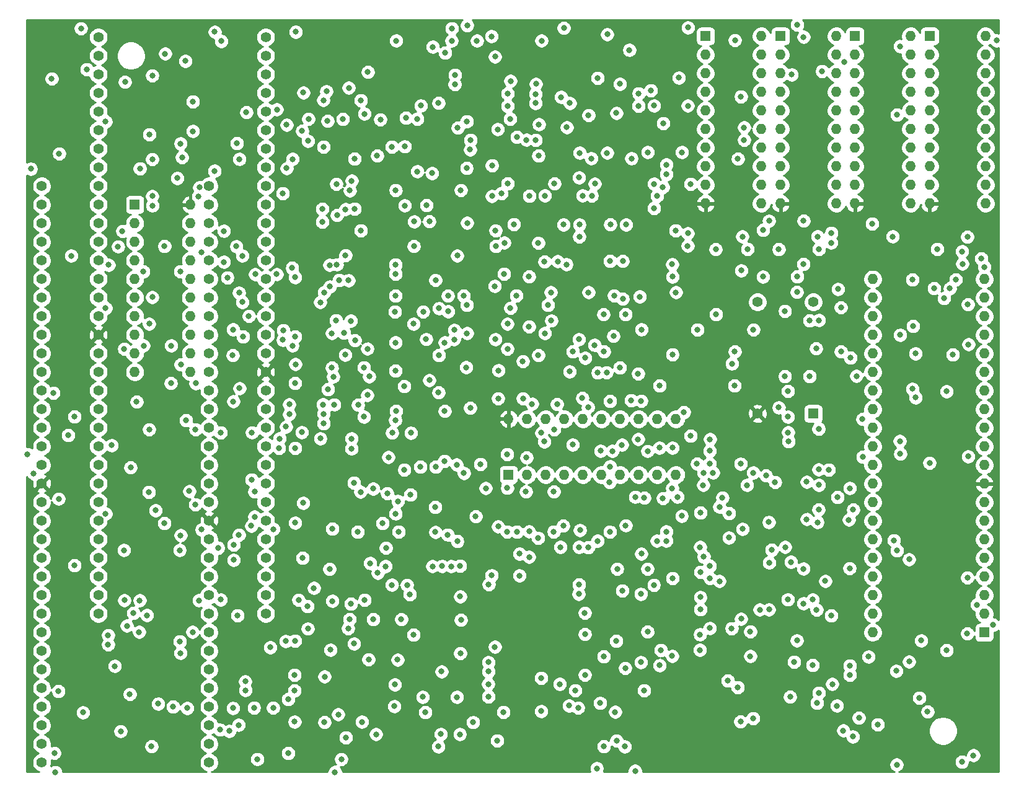
<source format=gbr>
%TF.GenerationSoftware,KiCad,Pcbnew,(5.1.12)-1*%
%TF.CreationDate,2022-12-05T14:55:24+01:00*%
%TF.ProjectId,atonceplus,61746f6e-6365-4706-9c75-732e6b696361,rev?*%
%TF.SameCoordinates,Original*%
%TF.FileFunction,Copper,L2,Inr*%
%TF.FilePolarity,Positive*%
%FSLAX46Y46*%
G04 Gerber Fmt 4.6, Leading zero omitted, Abs format (unit mm)*
G04 Created by KiCad (PCBNEW (5.1.12)-1) date 2022-12-05 14:55:24*
%MOMM*%
%LPD*%
G01*
G04 APERTURE LIST*
%TA.AperFunction,ComponentPad*%
%ADD10C,1.400000*%
%TD*%
%TA.AperFunction,ComponentPad*%
%ADD11R,1.400000X1.400000*%
%TD*%
%TA.AperFunction,ComponentPad*%
%ADD12O,1.400000X1.400000*%
%TD*%
%TA.AperFunction,ViaPad*%
%ADD13C,0.800000*%
%TD*%
%TA.AperFunction,Conductor*%
%ADD14C,0.254000*%
%TD*%
%TA.AperFunction,Conductor*%
%ADD15C,0.100000*%
%TD*%
G04 APERTURE END LIST*
D10*
%TO.N,Z_D4*%
%TO.C,J1*%
X109020000Y-139580000D03*
%TO.N,Z_D3*%
X109020000Y-137040000D03*
%TO.N,Z_D2*%
X109020000Y-134500000D03*
%TO.N,Z_D1*%
X109020000Y-131960000D03*
%TO.N,Z_D0*%
X109020000Y-129420000D03*
%TO.N,Z_~AS*%
X109020000Y-126880000D03*
%TO.N,Z_~UDS*%
X109020000Y-124340000D03*
%TO.N,Z_~LDS*%
X109020000Y-121800000D03*
%TO.N,Z_R~W*%
X109020000Y-119260000D03*
%TO.N,Z_~DTACK*%
X109020000Y-116720000D03*
%TO.N,Z_~BG*%
X109020000Y-114180000D03*
%TO.N,Z_~BGACK*%
X109020000Y-111640000D03*
%TO.N,Z_~BR*%
X109020000Y-109100000D03*
%TO.N,VCC*%
X109020000Y-106560000D03*
%TO.N,Z_CLK*%
X109020000Y-104020000D03*
%TO.N,GND*%
X109020000Y-101480000D03*
%TO.N,Z_~HALT*%
X109020000Y-98940000D03*
%TO.N,Z_~RESET*%
X109020000Y-96400000D03*
%TO.N,Z_~VMA*%
X109020000Y-93860000D03*
%TO.N,Z_E*%
X109020000Y-91320000D03*
%TO.N,Z_~VPA*%
X109020000Y-88780000D03*
%TO.N,Z_~BERR*%
X109020000Y-86240000D03*
%TO.N,Z_~IPL2*%
X109020000Y-83700000D03*
%TO.N,Z_~IPL1*%
X109020000Y-81160000D03*
%TO.N,Z_~IPL0*%
X109020000Y-78620000D03*
%TO.N,Z_FC2*%
X109020000Y-76080000D03*
%TO.N,Z_FC1*%
X109020000Y-73540000D03*
%TO.N,Z_FC0*%
X109020000Y-71000000D03*
%TO.N,Z_A1*%
X109020000Y-68460000D03*
%TO.N,Z_A2*%
X109020000Y-65920000D03*
%TO.N,Z_A3*%
X109020000Y-63380000D03*
%TO.N,Z_A4*%
X109020000Y-60840000D03*
%TO.N,Z_A5*%
X86160000Y-60840000D03*
%TO.N,Z_A6*%
X86160000Y-63380000D03*
%TO.N,Z_A7*%
X86160000Y-65920000D03*
%TO.N,Z_A8*%
X86160000Y-68460000D03*
%TO.N,Z_A9*%
X86160000Y-71000000D03*
%TO.N,Z_A10*%
X86160000Y-73540000D03*
%TO.N,Z_A11*%
X86160000Y-76080000D03*
%TO.N,Z_A12*%
X86160000Y-78620000D03*
%TO.N,Z_A13*%
X86160000Y-81160000D03*
%TO.N,Z_A14*%
X86160000Y-83700000D03*
%TO.N,Z_A15*%
X86160000Y-86240000D03*
%TO.N,Z_A16*%
X86160000Y-88780000D03*
%TO.N,Z_A17*%
X86160000Y-91320000D03*
%TO.N,Z_A18*%
X86160000Y-93860000D03*
%TO.N,Z_A19*%
X86160000Y-96400000D03*
%TO.N,Z_A20*%
X86160000Y-98940000D03*
%TO.N,VCC*%
X86160000Y-101480000D03*
%TO.N,Z_A21*%
X86160000Y-104020000D03*
%TO.N,Z_A22*%
X86160000Y-106560000D03*
%TO.N,Z_A23*%
X86160000Y-109100000D03*
%TO.N,GND*%
X86160000Y-111640000D03*
%TO.N,Z_D15*%
X86160000Y-114180000D03*
%TO.N,Z_D14*%
X86160000Y-116720000D03*
%TO.N,Z_D13*%
X86160000Y-119260000D03*
%TO.N,Z_D12*%
X86160000Y-121800000D03*
%TO.N,Z_D11*%
X86160000Y-124340000D03*
%TO.N,Z_D10*%
X86160000Y-126880000D03*
%TO.N,Z_D9*%
X86160000Y-129420000D03*
%TO.N,Z_D8*%
X86160000Y-131960000D03*
%TO.N,Z_D7*%
X86160000Y-134500000D03*
%TO.N,Z_D6*%
X86160000Y-137040000D03*
%TO.N,Z_D5*%
X86160000Y-139580000D03*
%TD*%
%TO.N,Z_D5*%
%TO.C,J2*%
X93890000Y-119250000D03*
%TO.N,Z_D6*%
X93890000Y-116710000D03*
%TO.N,Z_D7*%
X93890000Y-114170000D03*
%TO.N,Z_D8*%
X93890000Y-111630000D03*
%TO.N,Z_D9*%
X93890000Y-109090000D03*
%TO.N,Z_D10*%
X93890000Y-106550000D03*
%TO.N,Z_D11*%
X93890000Y-104010000D03*
%TO.N,Z_D12*%
X93890000Y-101470000D03*
%TO.N,Z_D13*%
X93890000Y-98930000D03*
%TO.N,Z_D14*%
X93890000Y-96390000D03*
%TO.N,Z_D15*%
X93890000Y-93850000D03*
%TO.N,GND*%
X93890000Y-91310000D03*
%TO.N,Z_A23*%
X93890000Y-88770000D03*
%TO.N,Z_A22*%
X93890000Y-86230000D03*
%TO.N,Z_A21*%
X93890000Y-83690000D03*
%TO.N,VCC*%
X93890000Y-81150000D03*
%TO.N,Z_A20*%
X93890000Y-78610000D03*
%TO.N,Z_A19*%
X93890000Y-76070000D03*
%TO.N,Z_A18*%
X93890000Y-73530000D03*
%TO.N,Z_A17*%
X93890000Y-70990000D03*
%TO.N,Z_A16*%
X93890000Y-68450000D03*
%TO.N,Z_A15*%
X93890000Y-65910000D03*
%TO.N,Z_A14*%
X93890000Y-63370000D03*
%TO.N,Z_A13*%
X93890000Y-60830000D03*
%TO.N,Z_A12*%
X93890000Y-58290000D03*
%TO.N,Z_A11*%
X93890000Y-55750000D03*
%TO.N,Z_A10*%
X93890000Y-53210000D03*
%TO.N,Z_A9*%
X93890000Y-50670000D03*
%TO.N,Z_A8*%
X93890000Y-48130000D03*
%TO.N,Z_A7*%
X93890000Y-45590000D03*
%TO.N,Z_A6*%
X93890000Y-43050000D03*
%TO.N,Z_A5*%
X93890000Y-40510000D03*
%TO.N,Z_A4*%
X116750000Y-40510000D03*
%TO.N,Z_A3*%
X116750000Y-43050000D03*
%TO.N,Z_A2*%
X116750000Y-45590000D03*
%TO.N,Z_A1*%
X116750000Y-48130000D03*
%TO.N,Z_FC0*%
X116750000Y-50670000D03*
%TO.N,Z_FC1*%
X116750000Y-53210000D03*
%TO.N,Z_FC2*%
X116750000Y-55750000D03*
%TO.N,Z_~IPL0*%
X116750000Y-58290000D03*
%TO.N,Z_~IPL1*%
X116750000Y-60830000D03*
%TO.N,Z_~IPL2*%
X116750000Y-63370000D03*
%TO.N,Z_~BERR*%
X116750000Y-65910000D03*
%TO.N,Z_~VPA*%
X116750000Y-68450000D03*
%TO.N,Z_E*%
X116750000Y-70990000D03*
%TO.N,Z_~VMA*%
X116750000Y-73530000D03*
%TO.N,Z_~RESET*%
X116750000Y-76070000D03*
%TO.N,Z_~HALT*%
X116750000Y-78610000D03*
%TO.N,GND*%
X116750000Y-81150000D03*
%TO.N,Z_CLK*%
X116750000Y-83690000D03*
%TO.N,VCC*%
X116750000Y-86230000D03*
%TO.N,M_~BR*%
X116750000Y-88770000D03*
%TO.N,M_~BGACK*%
X116750000Y-91310000D03*
%TO.N,M_~BG*%
X116750000Y-93850000D03*
%TO.N,M_~DTACK*%
X116750000Y-96390000D03*
%TO.N,Z_R~W*%
X116750000Y-98930000D03*
%TO.N,M_~LDS*%
X116750000Y-101470000D03*
%TO.N,M_~UDS*%
X116750000Y-104010000D03*
%TO.N,M_~AS*%
X116750000Y-106550000D03*
%TO.N,Z_D0*%
X116750000Y-109090000D03*
%TO.N,Z_D1*%
X116750000Y-111630000D03*
%TO.N,Z_D2*%
X116750000Y-114170000D03*
%TO.N,Z_D3*%
X116750000Y-116710000D03*
%TO.N,Z_D4*%
X116750000Y-119250000D03*
%TD*%
D11*
%TO.N,Net-(Q1-Pad1)*%
%TO.C,Q1*%
X191540000Y-91930000D03*
D10*
%TO.N,VCC*%
X183920000Y-91930000D03*
%TO.N,Net-(Q1-Pad8)*%
X183920000Y-76690000D03*
%TO.N,GND*%
X191540000Y-76690000D03*
%TD*%
D11*
%TO.N,Net-(U14-Pad1)*%
%TO.C,U14*%
X214890000Y-121820000D03*
D12*
%TO.N,6_D2*%
X199650000Y-73560000D03*
%TO.N,Net-(U14-Pad2)*%
X214890000Y-119280000D03*
%TO.N,6_D1*%
X199650000Y-76100000D03*
%TO.N,Net-(U14-Pad3)*%
X214890000Y-116740000D03*
%TO.N,6_D0*%
X199650000Y-78640000D03*
%TO.N,Net-(U14-Pad4)*%
X214890000Y-114200000D03*
%TO.N,6_PEREQ*%
X199650000Y-81180000D03*
%TO.N,6_D15*%
X214890000Y-111660000D03*
%TO.N,7_~BUSY*%
X199650000Y-83720000D03*
%TO.N,6_D14*%
X214890000Y-109120000D03*
%TO.N,7_~ERROR*%
X199650000Y-86260000D03*
%TO.N,6_D13*%
X214890000Y-106580000D03*
%TO.N,7_~NPRD*%
X199650000Y-88800000D03*
%TO.N,6_D12*%
X214890000Y-104040000D03*
%TO.N,7_~NPWR*%
X199650000Y-91340000D03*
%TO.N,VCC*%
X214890000Y-101500000D03*
%TO.N,Z_A1*%
X199650000Y-93880000D03*
%TO.N,GND*%
X214890000Y-98960000D03*
X199650000Y-96420000D03*
%TO.N,6_D11*%
X214890000Y-96420000D03*
%TO.N,Z_A2*%
X199650000Y-98960000D03*
%TO.N,6_D10*%
X214890000Y-93880000D03*
%TO.N,Net-(Q1-Pad8)*%
X199650000Y-101500000D03*
%TO.N,Net-(U14-Pad13)*%
X214890000Y-91340000D03*
%TO.N,7_NPS2*%
X199650000Y-104040000D03*
%TO.N,6_D9*%
X214890000Y-88800000D03*
%TO.N,7_~NPS1*%
X199650000Y-106580000D03*
%TO.N,6_D8*%
X214890000Y-86260000D03*
%TO.N,7_RESET*%
X199650000Y-109120000D03*
%TO.N,6_D7*%
X214890000Y-83720000D03*
%TO.N,6_~PEACK*%
X199650000Y-111660000D03*
%TO.N,6_D6*%
X214890000Y-81180000D03*
%TO.N,Net-(U14-Pad37)*%
X199650000Y-114200000D03*
%TO.N,6_D5*%
X214890000Y-78640000D03*
%TO.N,Net-(U14-Pad38)*%
X199650000Y-116740000D03*
%TO.N,6_D4*%
X214890000Y-76100000D03*
%TO.N,GND*%
X199650000Y-119280000D03*
%TO.N,6_D3*%
X214890000Y-73560000D03*
%TO.N,Net-(U14-Pad40)*%
X199650000Y-121820000D03*
%TD*%
%TO.N,VCC*%
%TO.C,U22*%
X149920000Y-92660000D03*
%TO.N,GND*%
X172780000Y-100280000D03*
%TO.N,7_NPS2*%
X152460000Y-92660000D03*
%TO.N,Z_A1*%
X170240000Y-100280000D03*
%TO.N,Z_D4*%
X155000000Y-92660000D03*
%TO.N,Z_R~W*%
X167700000Y-100280000D03*
%TO.N,6_D1*%
X157540000Y-92660000D03*
%TO.N,P19*%
X165160000Y-100280000D03*
%TO.N,6_D0*%
X160080000Y-92660000D03*
%TO.N,P61*%
X162620000Y-100280000D03*
%TO.N,Net-(U22-Pad15)*%
X162620000Y-92660000D03*
%TO.N,Z_~VPA*%
X160080000Y-100280000D03*
%TO.N,P53*%
X165160000Y-92660000D03*
%TO.N,Z_A15*%
X157540000Y-100280000D03*
%TO.N,P47*%
X167700000Y-92660000D03*
%TO.N,Z_A7*%
X155000000Y-100280000D03*
%TO.N,CLK*%
X170240000Y-92660000D03*
%TO.N,Z_A6*%
X152460000Y-100280000D03*
%TO.N,P53*%
X172780000Y-92660000D03*
D11*
%TO.N,P45*%
X149920000Y-100280000D03*
%TD*%
%TO.N,P29*%
%TO.C,U44*%
X98870000Y-63380000D03*
D12*
%TO.N,Z_~BGACK*%
X106490000Y-86240000D03*
%TO.N,Z_A3*%
X98870000Y-65920000D03*
%TO.N,7_~NPS1*%
X106490000Y-83700000D03*
%TO.N,Z_R~W*%
X98870000Y-68460000D03*
%TO.N,7_~NPWR*%
X106490000Y-81160000D03*
%TO.N,Z_A5*%
X98870000Y-71000000D03*
%TO.N,7_~NPRD*%
X106490000Y-78620000D03*
%TO.N,Z_A6*%
X98870000Y-73540000D03*
%TO.N,M_~BGACK*%
X106490000Y-76080000D03*
%TO.N,Z_A7*%
X98870000Y-76080000D03*
%TO.N,M_~BR*%
X106490000Y-73540000D03*
%TO.N,Z_A8*%
X98870000Y-78620000D03*
%TO.N,P46*%
X106490000Y-71000000D03*
%TO.N,Z_A9*%
X98870000Y-81160000D03*
%TO.N,Z_~BR*%
X106490000Y-68460000D03*
%TO.N,P9*%
X98870000Y-83700000D03*
%TO.N,Net-(U37-Pad2)*%
X106490000Y-65920000D03*
%TO.N,GND*%
X98870000Y-86240000D03*
%TO.N,VCC*%
X106490000Y-63380000D03*
%TD*%
%TO.N,GND*%
%TO.C,U31*%
X215070000Y-40360000D03*
%TO.N,VCC*%
X207450000Y-63220000D03*
%TO.N,6_D7*%
X215070000Y-42900000D03*
%TO.N,Net-(R34-Pad1)*%
X207450000Y-60680000D03*
%TO.N,6_D6*%
X215070000Y-45440000D03*
%TO.N,Net-(R33-Pad1)*%
X207450000Y-58140000D03*
%TO.N,Net-(R312-Pad2)*%
X215070000Y-47980000D03*
%TO.N,Net-(R32-Pad1)*%
X207450000Y-55600000D03*
%TO.N,GND*%
X215070000Y-50520000D03*
%TO.N,Net-(R31-Pad1)*%
X207450000Y-53060000D03*
%TO.N,Net-(R39-Pad2)*%
X215070000Y-53060000D03*
%TO.N,Net-(U31-Pad5)*%
X207450000Y-50520000D03*
%TO.N,Net-(R38-Pad2)*%
X215070000Y-55600000D03*
%TO.N,Net-(R311-Pad2)*%
X207450000Y-47980000D03*
%TO.N,Net-(R37-Pad2)*%
X215070000Y-58140000D03*
%TO.N,Z_R~W*%
X207450000Y-45440000D03*
%TO.N,Net-(R36-Pad2)*%
X215070000Y-60680000D03*
%TO.N,6_D5*%
X207450000Y-42900000D03*
%TO.N,Net-(R35-Pad2)*%
X215070000Y-63220000D03*
D11*
%TO.N,6_D4*%
X207450000Y-40360000D03*
%TD*%
%TO.N,6_D0*%
%TO.C,U32*%
X197230000Y-40360000D03*
D12*
%TO.N,Net-(R35-Pad2)*%
X204850000Y-63220000D03*
%TO.N,6_D1*%
X197230000Y-42900000D03*
%TO.N,Net-(R36-Pad2)*%
X204850000Y-60680000D03*
%TO.N,Z_R~W*%
X197230000Y-45440000D03*
%TO.N,Net-(R37-Pad2)*%
X204850000Y-58140000D03*
%TO.N,Net-(R311-Pad2)*%
X197230000Y-47980000D03*
%TO.N,Net-(R38-Pad2)*%
X204850000Y-55600000D03*
%TO.N,Net-(U32-Pad5)*%
X197230000Y-50520000D03*
%TO.N,Net-(R39-Pad2)*%
X204850000Y-53060000D03*
%TO.N,Net-(R31-Pad1)*%
X197230000Y-53060000D03*
%TO.N,GND*%
X204850000Y-50520000D03*
%TO.N,Net-(R32-Pad1)*%
X197230000Y-55600000D03*
%TO.N,Net-(R312-Pad2)*%
X204850000Y-47980000D03*
%TO.N,Net-(R33-Pad1)*%
X197230000Y-58140000D03*
%TO.N,6_D2*%
X204850000Y-45440000D03*
%TO.N,Net-(R34-Pad1)*%
X197230000Y-60680000D03*
%TO.N,6_D3*%
X204850000Y-42900000D03*
%TO.N,VCC*%
X197230000Y-63220000D03*
%TO.N,GND*%
X204850000Y-40360000D03*
%TD*%
D11*
%TO.N,6_D12*%
%TO.C,U33*%
X187060000Y-40360000D03*
D12*
%TO.N,Net-(R35-Pad2)*%
X194680000Y-63220000D03*
%TO.N,6_D13*%
X187060000Y-42900000D03*
%TO.N,Net-(R36-Pad2)*%
X194680000Y-60680000D03*
%TO.N,Z_R~W*%
X187060000Y-45440000D03*
%TO.N,Net-(R37-Pad2)*%
X194680000Y-58140000D03*
%TO.N,Net-(R311-Pad2)*%
X187060000Y-47980000D03*
%TO.N,Net-(R38-Pad2)*%
X194680000Y-55600000D03*
%TO.N,Net-(U33-Pad5)*%
X187060000Y-50520000D03*
%TO.N,Net-(R39-Pad2)*%
X194680000Y-53060000D03*
%TO.N,Net-(R31-Pad1)*%
X187060000Y-53060000D03*
%TO.N,GND*%
X194680000Y-50520000D03*
%TO.N,Net-(R32-Pad1)*%
X187060000Y-55600000D03*
%TO.N,Net-(R313-Pad2)*%
X194680000Y-47980000D03*
%TO.N,Net-(R33-Pad1)*%
X187060000Y-58140000D03*
%TO.N,6_D14*%
X194680000Y-45440000D03*
%TO.N,Net-(R34-Pad1)*%
X187060000Y-60680000D03*
%TO.N,6_D15*%
X194680000Y-42900000D03*
%TO.N,VCC*%
X187060000Y-63220000D03*
%TO.N,GND*%
X194680000Y-40360000D03*
%TD*%
%TO.N,GND*%
%TO.C,U34*%
X184450000Y-40360000D03*
%TO.N,VCC*%
X176830000Y-63220000D03*
%TO.N,6_D11*%
X184450000Y-42900000D03*
%TO.N,Net-(R34-Pad1)*%
X176830000Y-60680000D03*
%TO.N,6_D10*%
X184450000Y-45440000D03*
%TO.N,Net-(R33-Pad1)*%
X176830000Y-58140000D03*
%TO.N,Net-(R313-Pad2)*%
X184450000Y-47980000D03*
%TO.N,Net-(R32-Pad1)*%
X176830000Y-55600000D03*
%TO.N,GND*%
X184450000Y-50520000D03*
%TO.N,Net-(R31-Pad1)*%
X176830000Y-53060000D03*
%TO.N,Net-(R39-Pad2)*%
X184450000Y-53060000D03*
%TO.N,Net-(U34-Pad5)*%
X176830000Y-50520000D03*
%TO.N,Net-(R38-Pad2)*%
X184450000Y-55600000D03*
%TO.N,Net-(R311-Pad2)*%
X176830000Y-47980000D03*
%TO.N,Net-(R37-Pad2)*%
X184450000Y-58140000D03*
%TO.N,Z_R~W*%
X176830000Y-45440000D03*
%TO.N,Net-(R36-Pad2)*%
X184450000Y-60680000D03*
%TO.N,6_D9*%
X176830000Y-42900000D03*
%TO.N,Net-(R35-Pad2)*%
X184450000Y-63220000D03*
D11*
%TO.N,6_D8*%
X176830000Y-40360000D03*
%TD*%
D13*
%TO.N,VCC*%
X151900000Y-66510000D03*
X160790000Y-86150000D03*
X144240000Y-106020000D03*
X147460000Y-119940000D03*
X143190000Y-133200000D03*
X171560000Y-119940000D03*
X94440000Y-130150000D03*
X102970000Y-139100000D03*
X102890000Y-112920000D03*
X121770000Y-100940000D03*
X124590000Y-101620000D03*
X124420000Y-112280000D03*
X121840000Y-114910000D03*
X103320000Y-100330000D03*
X87520000Y-43680000D03*
X106580000Y-48050000D03*
X124470000Y-45710000D03*
X130570000Y-81800000D03*
X130700000Y-122624990D03*
X136100000Y-125830000D03*
X123490000Y-136695000D03*
X139970000Y-120110000D03*
X142309171Y-103899470D03*
X146080000Y-92880000D03*
X142900000Y-86300000D03*
X142910000Y-73450000D03*
X130720000Y-63980000D03*
X150060000Y-44200000D03*
X159650000Y-46175000D03*
X151760000Y-60570000D03*
X157800000Y-60540000D03*
X175440000Y-89290000D03*
X196480000Y-97900000D03*
X190630000Y-105110000D03*
X184500000Y-105330000D03*
X184460000Y-130075000D03*
X180420000Y-125050000D03*
X181740000Y-116950000D03*
X184370000Y-117320000D03*
X208700000Y-130750000D03*
X208490000Y-102120000D03*
X210590000Y-81800000D03*
%TO.N,GND*%
X167840000Y-75950000D03*
X144260000Y-65890000D03*
X158260000Y-86190000D03*
X159680000Y-107850000D03*
X159420000Y-132110000D03*
X91790000Y-132749999D03*
X102060000Y-131560000D03*
X121880000Y-104140000D03*
X121790000Y-111650000D03*
X132060000Y-113700000D03*
X133340000Y-102810000D03*
X124670000Y-93280000D03*
X87520000Y-46185000D03*
X106810000Y-49310000D03*
X105780000Y-43770000D03*
X121890000Y-48080000D03*
X105320000Y-56920000D03*
X124730000Y-75390000D03*
X128380000Y-79260000D03*
X128240000Y-61460000D03*
X135910000Y-51530000D03*
X128190000Y-120030000D03*
X124770000Y-134080000D03*
X143320000Y-116910000D03*
X142830000Y-98910000D03*
X146070000Y-98840000D03*
X142910000Y-70350000D03*
X148430000Y-53090000D03*
X147590000Y-40400000D03*
X150190000Y-46500000D03*
X157100000Y-48690000D03*
X171050000Y-52270001D03*
X181860000Y-67740000D03*
X192130000Y-67740000D03*
X202390000Y-67740000D03*
X212590000Y-67780000D03*
X188170000Y-95720000D03*
X181880000Y-107690000D03*
X192110000Y-106770000D03*
X181680000Y-119965000D03*
X188070000Y-117330000D03*
X192000000Y-118740000D03*
X192030000Y-131450000D03*
X206030000Y-130760000D03*
X207420000Y-98670000D03*
%TO.N,Z_D4*%
X119520000Y-93720000D03*
%TO.N,Z_D3*%
X112330000Y-90270000D03*
X120740000Y-87780000D03*
X110600000Y-117350000D03*
%TO.N,Z_D1*%
X112360000Y-111930000D03*
X105140000Y-85220000D03*
X120810000Y-85180000D03*
X106024999Y-132154999D03*
X112279999Y-132150000D03*
%TO.N,Z_D0*%
X113085000Y-108500000D03*
X112250000Y-83960000D03*
X120400000Y-82650000D03*
X113980000Y-129724990D03*
%TO.N,Z_~AS*%
X96930000Y-135320000D03*
X110500000Y-135110002D03*
%TO.N,Z_~UDS*%
X105110000Y-124644990D03*
%TO.N,Z_R~W*%
X167210000Y-140730000D03*
X113050000Y-134460000D03*
X100790000Y-102640000D03*
X114830000Y-100950000D03*
X158670000Y-96180000D03*
X188110000Y-94500000D03*
X167610000Y-95425021D03*
X100520000Y-119470000D03*
X112890000Y-119500000D03*
%TO.N,Z_~DTACK*%
X97450000Y-117430000D03*
%TO.N,Z_~BG*%
X108000000Y-107770000D03*
X133180000Y-110280000D03*
%TO.N,Z_~BGACK*%
X125460000Y-113160000D03*
X102900000Y-106910000D03*
X103800000Y-87770000D03*
%TO.N,Z_~BR*%
X105130000Y-108560000D03*
X102920000Y-69050000D03*
%TO.N,Z_CLK*%
X110240000Y-110280000D03*
X160800000Y-110210000D03*
X162420000Y-131470000D03*
X188370000Y-130620000D03*
X114870000Y-94510000D03*
X110590000Y-94530000D03*
X107150000Y-104335000D03*
%TO.N,Z_~RESET*%
X170735000Y-124250000D03*
X122500000Y-121310000D03*
X119480000Y-123020000D03*
X106750000Y-121760000D03*
X118630000Y-95340000D03*
%TO.N,Z_~VMA*%
X111510000Y-73355000D03*
%TO.N,Z_E*%
X111030000Y-71210000D03*
%TO.N,Z_~VPA*%
X134450000Y-92830000D03*
X124570002Y-90690000D03*
X119090000Y-81860000D03*
X135685010Y-99610000D03*
%TO.N,Z_~BERR*%
X108000000Y-69920000D03*
%TO.N,Z_~IPL2*%
X160340000Y-119160000D03*
X128400000Y-117920000D03*
X129370000Y-90740000D03*
X126360000Y-79200000D03*
X128890000Y-63960000D03*
X125785010Y-85650000D03*
X126110000Y-90700000D03*
%TO.N,Z_~IPL1*%
X113650000Y-81410000D03*
X125850000Y-107670000D03*
X119150000Y-80560000D03*
X117779997Y-107700003D03*
%TO.N,Z_~IPL0*%
X97420000Y-83090000D03*
X97380000Y-110580000D03*
X104990000Y-110580000D03*
X105015000Y-123060000D03*
X117370000Y-123860000D03*
X114440000Y-78610000D03*
%TO.N,Z_FC1*%
X140350000Y-89050000D03*
X120770000Y-73310000D03*
X118250000Y-72900000D03*
X125249998Y-88610000D03*
%TO.N,Z_FC0*%
X113550000Y-70370000D03*
X114110000Y-50770000D03*
%TO.N,Z_A1*%
X143300000Y-112730000D03*
X152730000Y-111520000D03*
X152730000Y-108020000D03*
X192270000Y-99570000D03*
X192280000Y-94020000D03*
X193980000Y-68590000D03*
X128100000Y-47430000D03*
X149790000Y-48220000D03*
X126479990Y-64830010D03*
%TO.N,Z_A2*%
X202980000Y-51110000D03*
X150130000Y-51670000D03*
X130230000Y-50975000D03*
X118270000Y-50380000D03*
X120420000Y-57160000D03*
X113160000Y-57170000D03*
%TO.N,Z_A3*%
X119610000Y-52480000D03*
X99570000Y-58460000D03*
X119610000Y-58410000D03*
X137450000Y-58850000D03*
X137450000Y-51680000D03*
X144230000Y-52010000D03*
%TO.N,Z_A4*%
X119070000Y-61850000D03*
X134570000Y-40995000D03*
X142150000Y-41000000D03*
%TO.N,Z_A5*%
X110680000Y-41050000D03*
X130700000Y-45275000D03*
X120360000Y-72020000D03*
X97180002Y-67010000D03*
%TO.N,Z_A6*%
X151890000Y-89860000D03*
X151870000Y-84780000D03*
X149310000Y-72840000D03*
X134490000Y-72840000D03*
X125475000Y-71632347D03*
X121730000Y-53320000D03*
X109770000Y-58780000D03*
X124630000Y-49120000D03*
X129740000Y-49130000D03*
%TO.N,Z_A7*%
X154410000Y-94560000D03*
X134460000Y-71570000D03*
X126472786Y-71565000D03*
X136585032Y-94560000D03*
%TO.N,Z_A8*%
X160850000Y-51180000D03*
X96575010Y-69110000D03*
X137934990Y-49855000D03*
%TO.N,Z_A9*%
X95300000Y-71630000D03*
X125785000Y-80950000D03*
X100825000Y-79670000D03*
X99535000Y-117450000D03*
X107620000Y-117450000D03*
X115600000Y-139130000D03*
X127080000Y-139140000D03*
X165790000Y-137410000D03*
X216120000Y-120790000D03*
X216570000Y-40970000D03*
X164660000Y-50870000D03*
X127450001Y-80920000D03*
%TO.N,Z_A10*%
X88530000Y-56420000D03*
X139940000Y-73700000D03*
X140360000Y-49500000D03*
X153660000Y-46900000D03*
X165130000Y-46900000D03*
%TO.N,Z_A11*%
X168920000Y-56230000D03*
X153620000Y-54560000D03*
X92290000Y-44910000D03*
X174420000Y-39190000D03*
X174410000Y-49880000D03*
X169790000Y-49870000D03*
%TO.N,Z_A12*%
X84670000Y-58490000D03*
X122590000Y-51690000D03*
X149790000Y-49920000D03*
X167680000Y-49910000D03*
X167690000Y-48210000D03*
X169350000Y-47780000D03*
X125040000Y-47905010D03*
%TO.N,Z_A13*%
X97530000Y-46630000D03*
X148070000Y-43170000D03*
X166420000Y-42270000D03*
%TO.N,Z_A14*%
X107690000Y-61030000D03*
X109790000Y-39790000D03*
X144260000Y-38910000D03*
%TO.N,Z_A15*%
X85060000Y-100120000D03*
X101250000Y-62220000D03*
X101250000Y-57190000D03*
X106800000Y-53350000D03*
X120850000Y-39780000D03*
X157470000Y-39250000D03*
%TO.N,Z_A16*%
X153960000Y-108920000D03*
X139920000Y-108110000D03*
X139910000Y-104710000D03*
X88470000Y-103570000D03*
X94890000Y-52040000D03*
X100860000Y-53800000D03*
%TO.N,Z_A17*%
X159990000Y-89810000D03*
X160390000Y-84320000D03*
X154830000Y-71180000D03*
X112740000Y-69090000D03*
X113110000Y-75420000D03*
X94880000Y-77520000D03*
X100040000Y-72520000D03*
%TO.N,Z_A18*%
X164760000Y-113140000D03*
X133990000Y-115320000D03*
X134490000Y-105600000D03*
X115230000Y-106010000D03*
X115230000Y-102590000D03*
X129700000Y-102630000D03*
X106320000Y-102530000D03*
X105860000Y-92850000D03*
%TO.N,Z_A19*%
X167230000Y-103315000D03*
X152290000Y-102590000D03*
X149720000Y-97490000D03*
%TO.N,Z_A20*%
X168050000Y-111070000D03*
X141600000Y-108480000D03*
X141180000Y-98410000D03*
X95720000Y-96260000D03*
%TO.N,Z_A21*%
X164620000Y-123000000D03*
X87730000Y-89110000D03*
%TO.N,Z_A22*%
X170170000Y-109310000D03*
X94880000Y-105620000D03*
%TO.N,Z_A23*%
X172265000Y-102120000D03*
X156100000Y-102580000D03*
X154800000Y-95760000D03*
X89770000Y-94890000D03*
%TO.N,Z_D15*%
X120700000Y-134020000D03*
%TO.N,Z_D14*%
X84190000Y-97480000D03*
X87880000Y-138300000D03*
X119820000Y-138310000D03*
%TO.N,Z_D13*%
X120690000Y-129760000D03*
%TO.N,Z_D12*%
X95230000Y-122200000D03*
X124790000Y-127850000D03*
%TO.N,Z_D11*%
X95230000Y-123470000D03*
X120690000Y-127630000D03*
%TO.N,Z_D10*%
X96130000Y-126410000D03*
X121230000Y-117380000D03*
%TO.N,Z_D9*%
X88440000Y-129840000D03*
X119820000Y-130960000D03*
%TO.N,Z_D8*%
X122440000Y-118240000D03*
%TO.N,Z_D7*%
X118570000Y-96630000D03*
X120770000Y-96630000D03*
X115150000Y-132110000D03*
X117769999Y-132120001D03*
%TO.N,Z_D6*%
X119965000Y-92020000D03*
X90640000Y-92350000D03*
X90630000Y-112670000D03*
%TO.N,Z_D5*%
X97780000Y-120920000D03*
X99120000Y-90320000D03*
X119965000Y-90680000D03*
%TO.N,M_~BR*%
X107190000Y-87790000D03*
%TO.N,M_~BGACK*%
X115300000Y-72900000D03*
X105094999Y-72514999D03*
%TO.N,M_~BG*%
X121680000Y-94490000D03*
X128790000Y-101370000D03*
X131430000Y-102190000D03*
%TO.N,M_~DTACK*%
X127690000Y-136170000D03*
X113950000Y-128510000D03*
X98180000Y-130260000D03*
%TO.N,M_~LDS*%
X148490000Y-107345000D03*
X134800000Y-103890000D03*
X131430000Y-120020000D03*
X135270000Y-120020000D03*
X134760000Y-125550000D03*
X154380000Y-128050000D03*
X154380000Y-132587498D03*
X181600000Y-133990000D03*
X134910000Y-108060000D03*
X114790000Y-107260000D03*
X112360000Y-109840000D03*
X111780000Y-135290000D03*
X101150000Y-137390000D03*
%TO.N,M_~UDS*%
X157380000Y-107240000D03*
X185470000Y-106750000D03*
X190640000Y-106350000D03*
X91510000Y-39310000D03*
X101710000Y-105150000D03*
%TO.N,M_~AS*%
X149730000Y-108070000D03*
X120770000Y-106840000D03*
%TO.N,Net-(Q1-Pad8)*%
X152750000Y-62210000D03*
X184690000Y-66850000D03*
X185070000Y-100390000D03*
X197770000Y-133480000D03*
X183310000Y-133550000D03*
%TO.N,6_~S0*%
X168070000Y-80450000D03*
X139100000Y-87370000D03*
X140840000Y-112760000D03*
X131020000Y-112370000D03*
X153140000Y-90600000D03*
%TO.N,6_~S1*%
X176540000Y-100000000D03*
X162490000Y-97030000D03*
X143820000Y-100060000D03*
X142920000Y-109360000D03*
X129310000Y-108100000D03*
X163780000Y-99160000D03*
%TO.N,Net-(R15-Pad2)*%
X144130000Y-85610000D03*
X148540000Y-86030000D03*
%TO.N,7_~BUSY*%
X181230000Y-129310000D03*
X196620000Y-84300000D03*
X205510000Y-83720000D03*
X194130000Y-128880000D03*
%TO.N,Net-(R31-Pad1)*%
X157870000Y-52830000D03*
%TO.N,Net-(R31-Pad2)*%
X158300000Y-49530000D03*
X153600000Y-49530000D03*
%TO.N,Net-(R32-Pad2)*%
X163390000Y-56310000D03*
X151050000Y-54160000D03*
%TO.N,Net-(R32-Pad1)*%
X166710000Y-57085000D03*
%TO.N,Net-(R33-Pad2)*%
X147660000Y-58040000D03*
X169800000Y-60540000D03*
%TO.N,Net-(R35-Pad2)*%
X189340000Y-38820000D03*
X142180000Y-39320000D03*
%TO.N,Net-(R36-Pad1)*%
X112810000Y-55000000D03*
X122520000Y-54690000D03*
%TO.N,Net-(R36-Pad2)*%
X128880000Y-57130000D03*
%TO.N,Net-(R37-Pad2)*%
X181240000Y-57120000D03*
X180840000Y-40930000D03*
X101260000Y-45750000D03*
%TO.N,Net-(R38-Pad2)*%
X152360000Y-54540000D03*
X149800000Y-60500000D03*
X105120000Y-55050000D03*
%TO.N,Net-(R39-Pad2)*%
X182100000Y-54550000D03*
X144730000Y-54550000D03*
X143400000Y-61410000D03*
X134500000Y-61420000D03*
X182100006Y-52850006D03*
%TO.N,Net-(R39-Pad1)*%
X128500000Y-60130000D03*
X104670000Y-59760000D03*
X103840000Y-82650000D03*
X100070000Y-82650000D03*
X98670000Y-119190000D03*
X130265000Y-117380000D03*
%TO.N,M2*%
X145070000Y-134095001D03*
X138550000Y-132720000D03*
X120740000Y-122980000D03*
X128940000Y-81920000D03*
X120770000Y-81420000D03*
%TO.N,P65*%
X176130000Y-118670000D03*
X177420000Y-121240000D03*
X165460000Y-116120000D03*
X123330000Y-115760000D03*
%TO.N,6_RESET*%
X154880000Y-62150000D03*
X160030000Y-62150000D03*
X143410000Y-120120000D03*
X182940000Y-125070000D03*
X182940000Y-121710000D03*
X170220000Y-62180000D03*
X171480000Y-57930000D03*
X161210000Y-57080000D03*
%TO.N,7_RESET*%
X202550000Y-109250000D03*
%TO.N,P46*%
X162920000Y-125100000D03*
X128810000Y-123350000D03*
X126210000Y-140890000D03*
X88000000Y-140910000D03*
X90180000Y-70370000D03*
%TO.N,P9*%
X146800000Y-102120000D03*
X98290000Y-99290000D03*
%TO.N,6_PEREQ*%
X159520000Y-81790000D03*
X203410000Y-81180000D03*
%TO.N,P48*%
X165850000Y-126700000D03*
X188920000Y-125840000D03*
%TO.N,Net-(R312-Pad2)*%
X205080000Y-73630000D03*
X211010000Y-73620000D03*
X213420000Y-138610000D03*
X162940000Y-137390000D03*
%TO.N,Net-(R313-Pad2)*%
X197435000Y-86800000D03*
X205520000Y-89740000D03*
X202930000Y-139890000D03*
X161970000Y-140390000D03*
%TO.N,6_~BHE*%
X180770000Y-88110000D03*
X180010000Y-108870000D03*
X171460000Y-109320000D03*
X168900000Y-113150000D03*
X147620000Y-114030000D03*
X170544990Y-88110000D03*
%TO.N,6_~PEACK*%
X177440000Y-95425021D03*
%TO.N,6_A23*%
X175710000Y-80460000D03*
X183370000Y-80460000D03*
X182490000Y-101690000D03*
X176500000Y-101690000D03*
X176580000Y-111470000D03*
X176110000Y-117000000D03*
X184220000Y-118710000D03*
%TO.N,6_A22*%
X177860000Y-100010000D03*
X183350000Y-100010000D03*
X186320000Y-101290000D03*
X192300000Y-101680000D03*
X191460000Y-117350000D03*
X185490000Y-118690000D03*
X172310000Y-114420000D03*
%TO.N,6_M\u005C~IO*%
X167610000Y-86480000D03*
X205070000Y-88550000D03*
X206280000Y-122930000D03*
X176070000Y-122110000D03*
X168910000Y-121730000D03*
X128005034Y-121281544D03*
%TO.N,6_COD\u005C~INTA*%
X168040000Y-90200000D03*
X198310000Y-97840000D03*
X196940000Y-136050000D03*
X164665000Y-136595306D03*
%TO.N,6_HDLA*%
X165900000Y-78370000D03*
X162890000Y-78370000D03*
X163825522Y-66102088D03*
X161700000Y-60530000D03*
X159640000Y-56310000D03*
X144670000Y-55880000D03*
X144190000Y-58390000D03*
X124650000Y-55500000D03*
X178270000Y-78370000D03*
X178730000Y-104670000D03*
X202960000Y-110630000D03*
X202870000Y-127080000D03*
X179870000Y-128400000D03*
%TO.N,6_HOLD*%
X163310000Y-86310000D03*
X163780000Y-90220000D03*
X164110000Y-97040000D03*
X168900000Y-97050000D03*
X168460000Y-103440000D03*
X157000000Y-110170000D03*
%TO.N,6_~READY*%
X163720000Y-101310000D03*
X151050000Y-108080000D03*
%TO.N,6_A21*%
X176140000Y-113570000D03*
X190200000Y-113120000D03*
%TO.N,6_A20*%
X172310000Y-73230000D03*
X184670000Y-73230000D03*
%TO.N,6_A19*%
X172270000Y-71530000D03*
X190200000Y-71520000D03*
X190640000Y-101250000D03*
X196530000Y-102120000D03*
X165930000Y-107210000D03*
X196410000Y-106440000D03*
X185530000Y-112290000D03*
%TO.N,6_A18*%
X166670004Y-90120000D03*
X165120000Y-85660000D03*
%TO.N,6_A17*%
X162100000Y-86339998D03*
X160780000Y-91060000D03*
%TO.N,6_A16*%
X172780000Y-75360000D03*
X164250000Y-81340000D03*
X164330004Y-75800000D03*
X156540000Y-90640000D03*
%TO.N,6_A15*%
X171460000Y-59250000D03*
X173600000Y-56230000D03*
X173180000Y-46050000D03*
X162090000Y-46090000D03*
%TO.N,6_A14*%
X169790000Y-63880000D03*
X159550000Y-59680000D03*
%TO.N,6_A13*%
X171010000Y-61000000D03*
X174790000Y-60560000D03*
%TO.N,6_A7*%
X161290000Y-62180000D03*
X139470000Y-59090000D03*
%TO.N,6_A6*%
X156180000Y-60510000D03*
X131970000Y-56700000D03*
%TO.N,6_A5*%
X157424269Y-66112550D03*
X138710000Y-63480000D03*
%TO.N,6_A4*%
X154010000Y-56700000D03*
X133980000Y-55479998D03*
%TO.N,6_A3*%
X148150000Y-66920000D03*
X129750000Y-66920000D03*
%TO.N,6_A2*%
X150630000Y-66070000D03*
X135740000Y-63510000D03*
X135740000Y-55440000D03*
X132410000Y-51755021D03*
%TO.N,6_A1*%
X147650000Y-62220000D03*
X126400000Y-60570000D03*
%TO.N,6_A0*%
X142980000Y-52890000D03*
X127280000Y-51700000D03*
%TO.N,6_D0*%
X161670000Y-82570000D03*
X191930000Y-83030000D03*
X192310000Y-79170000D03*
X147210000Y-115260000D03*
X136060000Y-115340000D03*
X159540000Y-115295000D03*
X159540000Y-110170000D03*
X171010000Y-103490000D03*
X172300000Y-83860000D03*
%TO.N,6_D8*%
X148170000Y-69050000D03*
X136990000Y-69060000D03*
X178210000Y-69490000D03*
X180430000Y-85110000D03*
X180030000Y-105560000D03*
X176130000Y-105470000D03*
%TO.N,6_D1*%
X142580000Y-46950000D03*
X195760000Y-43940000D03*
X198270000Y-92680000D03*
X195640000Y-135220000D03*
X130800229Y-125516660D03*
X143330000Y-124670000D03*
X129894990Y-134030000D03*
%TO.N,6_D9*%
X138660000Y-81770000D03*
X134480000Y-82220000D03*
X137030000Y-65690000D03*
X142590000Y-45670000D03*
X180820000Y-83450000D03*
X212739359Y-82480456D03*
X176050000Y-124220000D03*
X209750000Y-124270000D03*
X209750000Y-88900000D03*
X139095010Y-65679995D03*
%TO.N,6_D2*%
X149350000Y-68590000D03*
X174380000Y-69020000D03*
X174400000Y-67300000D03*
X199570000Y-65980000D03*
X179130000Y-103410000D03*
X156090000Y-108060000D03*
X156910000Y-128880000D03*
X134390000Y-128940000D03*
X147150000Y-128880000D03*
X124474979Y-65730000D03*
%TO.N,6_D10*%
X141200000Y-82220000D03*
X141670000Y-77970000D03*
X191050000Y-79210000D03*
X191050000Y-86840000D03*
X192320000Y-69450000D03*
X194020000Y-67260000D03*
X192750000Y-45170000D03*
X212700000Y-97790000D03*
X177440000Y-114450000D03*
X130895000Y-86870000D03*
%TO.N,6_D3*%
X148030000Y-74520000D03*
X163790000Y-71100000D03*
X165970000Y-66120002D03*
X143260000Y-135730000D03*
X208460000Y-69470000D03*
X128070000Y-73730000D03*
X212590000Y-114340000D03*
X212570000Y-121970000D03*
%TO.N,6_D11*%
X142510000Y-80510000D03*
X130170000Y-85620000D03*
X143790000Y-75830000D03*
X141640000Y-75830000D03*
X141270000Y-42650000D03*
X203400000Y-41760000D03*
X203370000Y-95680000D03*
X213900000Y-118030000D03*
X172280000Y-125050000D03*
%TO.N,6_D4*%
X144220000Y-77110000D03*
X126790000Y-73700000D03*
X208050000Y-74820000D03*
X210200000Y-74820000D03*
X207150000Y-132640000D03*
X134320000Y-131910000D03*
X148050000Y-123800000D03*
%TO.N,6_D12*%
X144240000Y-80960000D03*
X154880000Y-80950000D03*
X155300000Y-77110000D03*
X189310000Y-75320000D03*
X189350000Y-73210000D03*
X214900000Y-71900000D03*
X130630000Y-89410000D03*
%TO.N,6_D5*%
X148127928Y-81779763D03*
X155760000Y-79230000D03*
X155700000Y-75360000D03*
X160840000Y-75360000D03*
X162960000Y-83450000D03*
X125510000Y-74590000D03*
X195324696Y-83451005D03*
X195320000Y-77430000D03*
X209400000Y-76170000D03*
X205170000Y-79990000D03*
X203420000Y-97430000D03*
X204630000Y-111840000D03*
X204630000Y-125810000D03*
X194780000Y-131840000D03*
X190195530Y-117866571D03*
X167990000Y-116570000D03*
X167990000Y-125900000D03*
X140780000Y-127170000D03*
X140670000Y-135720000D03*
X131820000Y-135730000D03*
X147170000Y-125900000D03*
%TO.N,6_D13*%
X142480000Y-81800000D03*
X152710000Y-80050000D03*
X152710000Y-73210000D03*
X181710000Y-72390000D03*
X211910000Y-71465010D03*
X134460000Y-86080000D03*
%TO.N,6_D6*%
X140420000Y-77540000D03*
X134460000Y-75840000D03*
X165510000Y-76260000D03*
X165520000Y-71090000D03*
X214490000Y-70750000D03*
%TO.N,6_D14*%
X150170000Y-77510000D03*
X187670000Y-77920000D03*
X188590000Y-45620000D03*
X187670000Y-86830000D03*
X141200000Y-91590000D03*
X134560000Y-91590000D03*
%TO.N,6_D7*%
X149760000Y-83090000D03*
X149760000Y-79660000D03*
X210600000Y-83880000D03*
X211840000Y-139510000D03*
X140340000Y-137410000D03*
X136950000Y-79660000D03*
X137880000Y-99210000D03*
X139960000Y-99210000D03*
%TO.N,6_D15*%
X150980000Y-75820000D03*
X194910000Y-74930000D03*
X144680000Y-91150000D03*
X134020000Y-94550000D03*
%TO.N,6_~BUSY*%
X156620000Y-71130000D03*
X211870000Y-69785000D03*
X180390000Y-121270000D03*
X212665000Y-77010000D03*
%TO.N,6_INTR*%
X156150000Y-94100000D03*
X174780000Y-94975010D03*
%TO.N,7_~NPRD*%
X112290000Y-80450000D03*
X113175000Y-88469999D03*
X188090000Y-92370000D03*
X188090000Y-88860000D03*
%TO.N,7_~NPWR*%
X107560000Y-62280000D03*
X148940000Y-61850000D03*
X153600000Y-48270000D03*
X181660000Y-48630000D03*
X182550000Y-69460000D03*
X186825010Y-69480000D03*
X186825010Y-91100000D03*
%TO.N,7_NPS2*%
X170560000Y-126310000D03*
X199090000Y-125130000D03*
X152380000Y-97930000D03*
%TO.N,7_~NPS1*%
X148370000Y-136610000D03*
X99460000Y-121760000D03*
X107170000Y-94100000D03*
X200340000Y-134390000D03*
X149230000Y-132710000D03*
X100824990Y-94100000D03*
%TO.N,P61*%
X169760000Y-115350000D03*
X185860000Y-110540000D03*
X177420000Y-112750000D03*
X175660000Y-98780000D03*
%TO.N,P30*%
X147170000Y-130590000D03*
X196520000Y-126350000D03*
X196510000Y-113060000D03*
X188490000Y-112200000D03*
%TO.N,P71*%
X176090000Y-110170000D03*
X187700000Y-110160000D03*
%TO.N,Net-(U15-Pad8)*%
X124670000Y-91960000D03*
X125980000Y-86890000D03*
X138245000Y-78010000D03*
X130170000Y-92370000D03*
X136935000Y-122143771D03*
X160350000Y-122070000D03*
X160350000Y-127630000D03*
X196530000Y-127620000D03*
X196990000Y-105040000D03*
X192270000Y-105040000D03*
X139570000Y-41830000D03*
X103010000Y-42760000D03*
%TO.N,GCLK*%
X140400000Y-83950000D03*
X153980000Y-83950000D03*
X153990000Y-68620000D03*
X159590000Y-67770000D03*
X159600000Y-66120002D03*
X172730000Y-66910000D03*
X163400000Y-40120000D03*
X145600000Y-41000000D03*
X145440000Y-105970000D03*
X132704999Y-106905001D03*
%TO.N,P19*%
X142090000Y-112780000D03*
X151410000Y-111070000D03*
X151410000Y-114050000D03*
X193990000Y-119520000D03*
X193640000Y-99610000D03*
X181620000Y-98790000D03*
X185500000Y-65600000D03*
X190220000Y-65590000D03*
X190220000Y-40490000D03*
X154430000Y-40990000D03*
X154060000Y-52430000D03*
X125202264Y-51958754D03*
X177390000Y-98780000D03*
X177390000Y-97020000D03*
X165420000Y-96200000D03*
%TO.N,P45*%
X159500000Y-116570000D03*
X136510000Y-103020000D03*
X149740000Y-102080000D03*
X148500000Y-89860000D03*
X135670000Y-88200000D03*
X136440000Y-116620000D03*
%TO.N,P53*%
X173570000Y-105910000D03*
X163760000Y-108070000D03*
X158705020Y-83450000D03*
X157820000Y-71550000D03*
X127650000Y-70300000D03*
X127650000Y-64020000D03*
X124474979Y-63980000D03*
%TO.N,CLK*%
X168430000Y-129750000D03*
X159030000Y-129750000D03*
X162080000Y-109320000D03*
X171470000Y-108040000D03*
X173870000Y-91740000D03*
%TO.N,P47*%
X164490000Y-132680000D03*
X192300000Y-130090000D03*
X194850000Y-103340000D03*
X172310000Y-96600000D03*
X170520000Y-96600000D03*
X172990000Y-103310000D03*
%TO.N,LDC*%
X133510000Y-97890000D03*
X128470000Y-96710000D03*
X127610000Y-83900000D03*
X130640000Y-83070000D03*
%TO.N,P67*%
X178720000Y-114820000D03*
X193180000Y-114810000D03*
%TO.N,P27*%
X147170001Y-127170000D03*
X191440000Y-126300000D03*
%TO.N,Net-(U37-Pad2)*%
X111030000Y-66990000D03*
X113560000Y-76710000D03*
X124200000Y-76720000D03*
X128485000Y-95340000D03*
X124210000Y-95330000D03*
%TO.N,P24*%
X139530000Y-112780000D03*
X133120000Y-112780000D03*
%TO.N,P29*%
X138190000Y-130630000D03*
X134400000Y-78020000D03*
X101260000Y-76030000D03*
X101270000Y-63520000D03*
X142880000Y-130644990D03*
%TO.N,P42*%
X158180000Y-131820000D03*
X125600000Y-124194979D03*
%TO.N,Net-(U43-Pad4)*%
X125860000Y-117520000D03*
X189305010Y-122920000D03*
%TO.N,Net-(U42-Pad1)*%
X104090000Y-131970000D03*
X126650000Y-133020000D03*
%TD*%
D14*
%TO.N,VCC*%
X143456063Y-38250226D02*
X143342795Y-38419744D01*
X143264774Y-38608102D01*
X143225000Y-38808061D01*
X143225000Y-39011939D01*
X143264774Y-39211898D01*
X143342795Y-39400256D01*
X143456063Y-39569774D01*
X143600226Y-39713937D01*
X143769744Y-39827205D01*
X143958102Y-39905226D01*
X144158061Y-39945000D01*
X144361939Y-39945000D01*
X144561898Y-39905226D01*
X144750256Y-39827205D01*
X144919774Y-39713937D01*
X145063937Y-39569774D01*
X145177205Y-39400256D01*
X145255226Y-39211898D01*
X145267923Y-39148061D01*
X156435000Y-39148061D01*
X156435000Y-39351939D01*
X156474774Y-39551898D01*
X156552795Y-39740256D01*
X156666063Y-39909774D01*
X156810226Y-40053937D01*
X156979744Y-40167205D01*
X157168102Y-40245226D01*
X157368061Y-40285000D01*
X157571939Y-40285000D01*
X157771898Y-40245226D01*
X157960256Y-40167205D01*
X158129774Y-40053937D01*
X158165650Y-40018061D01*
X162365000Y-40018061D01*
X162365000Y-40221939D01*
X162404774Y-40421898D01*
X162482795Y-40610256D01*
X162596063Y-40779774D01*
X162740226Y-40923937D01*
X162909744Y-41037205D01*
X163098102Y-41115226D01*
X163298061Y-41155000D01*
X163501939Y-41155000D01*
X163701898Y-41115226D01*
X163890256Y-41037205D01*
X164059774Y-40923937D01*
X164203937Y-40779774D01*
X164317205Y-40610256D01*
X164395226Y-40421898D01*
X164435000Y-40221939D01*
X164435000Y-40018061D01*
X164395226Y-39818102D01*
X164317205Y-39629744D01*
X164203937Y-39460226D01*
X164059774Y-39316063D01*
X163890256Y-39202795D01*
X163701898Y-39124774D01*
X163517328Y-39088061D01*
X173385000Y-39088061D01*
X173385000Y-39291939D01*
X173424774Y-39491898D01*
X173502795Y-39680256D01*
X173616063Y-39849774D01*
X173760226Y-39993937D01*
X173929744Y-40107205D01*
X174118102Y-40185226D01*
X174318061Y-40225000D01*
X174521939Y-40225000D01*
X174721898Y-40185226D01*
X174910256Y-40107205D01*
X175079774Y-39993937D01*
X175223937Y-39849774D01*
X175337205Y-39680256D01*
X175415226Y-39491898D01*
X175455000Y-39291939D01*
X175455000Y-39088061D01*
X175415226Y-38888102D01*
X175337205Y-38699744D01*
X175223937Y-38530226D01*
X175079774Y-38386063D01*
X174910256Y-38272795D01*
X174721898Y-38194774D01*
X174521939Y-38155000D01*
X174318061Y-38155000D01*
X174118102Y-38194774D01*
X173929744Y-38272795D01*
X173760226Y-38386063D01*
X173616063Y-38530226D01*
X173502795Y-38699744D01*
X173424774Y-38888102D01*
X173385000Y-39088061D01*
X163517328Y-39088061D01*
X163501939Y-39085000D01*
X163298061Y-39085000D01*
X163098102Y-39124774D01*
X162909744Y-39202795D01*
X162740226Y-39316063D01*
X162596063Y-39460226D01*
X162482795Y-39629744D01*
X162404774Y-39818102D01*
X162365000Y-40018061D01*
X158165650Y-40018061D01*
X158273937Y-39909774D01*
X158387205Y-39740256D01*
X158465226Y-39551898D01*
X158505000Y-39351939D01*
X158505000Y-39148061D01*
X158465226Y-38948102D01*
X158387205Y-38759744D01*
X158273937Y-38590226D01*
X158129774Y-38446063D01*
X157960256Y-38332795D01*
X157771898Y-38254774D01*
X157571939Y-38215000D01*
X157368061Y-38215000D01*
X157168102Y-38254774D01*
X156979744Y-38332795D01*
X156810226Y-38446063D01*
X156666063Y-38590226D01*
X156552795Y-38759744D01*
X156474774Y-38948102D01*
X156435000Y-39148061D01*
X145267923Y-39148061D01*
X145295000Y-39011939D01*
X145295000Y-38808061D01*
X145255226Y-38608102D01*
X145177205Y-38419744D01*
X145063937Y-38250226D01*
X144940711Y-38127000D01*
X188569289Y-38127000D01*
X188536063Y-38160226D01*
X188422795Y-38329744D01*
X188344774Y-38518102D01*
X188305000Y-38718061D01*
X188305000Y-38921939D01*
X188344774Y-39121898D01*
X188422795Y-39310256D01*
X188536063Y-39479774D01*
X188680226Y-39623937D01*
X188849744Y-39737205D01*
X189038102Y-39815226D01*
X189238061Y-39855000D01*
X189399510Y-39855000D01*
X189302795Y-39999744D01*
X189224774Y-40188102D01*
X189185000Y-40388061D01*
X189185000Y-40591939D01*
X189224774Y-40791898D01*
X189302795Y-40980256D01*
X189416063Y-41149774D01*
X189560226Y-41293937D01*
X189729744Y-41407205D01*
X189918102Y-41485226D01*
X190118061Y-41525000D01*
X190321939Y-41525000D01*
X190521898Y-41485226D01*
X190710256Y-41407205D01*
X190879774Y-41293937D01*
X191023937Y-41149774D01*
X191137205Y-40980256D01*
X191215226Y-40791898D01*
X191255000Y-40591939D01*
X191255000Y-40388061D01*
X191215226Y-40188102D01*
X191137205Y-39999744D01*
X191023937Y-39830226D01*
X190879774Y-39686063D01*
X190710256Y-39572795D01*
X190521898Y-39494774D01*
X190321939Y-39455000D01*
X190160490Y-39455000D01*
X190257205Y-39310256D01*
X190335226Y-39121898D01*
X190375000Y-38921939D01*
X190375000Y-38718061D01*
X190335226Y-38518102D01*
X190257205Y-38329744D01*
X190143937Y-38160226D01*
X190110711Y-38127000D01*
X216873000Y-38127000D01*
X216873000Y-39975230D01*
X216871898Y-39974774D01*
X216671939Y-39935000D01*
X216468061Y-39935000D01*
X216348780Y-39958726D01*
X216253061Y-39727641D01*
X216106962Y-39508987D01*
X215921013Y-39323038D01*
X215702359Y-39176939D01*
X215459405Y-39076304D01*
X215201486Y-39025000D01*
X214938514Y-39025000D01*
X214680595Y-39076304D01*
X214437641Y-39176939D01*
X214218987Y-39323038D01*
X214033038Y-39508987D01*
X213886939Y-39727641D01*
X213786304Y-39970595D01*
X213735000Y-40228514D01*
X213735000Y-40491486D01*
X213786304Y-40749405D01*
X213886939Y-40992359D01*
X214033038Y-41211013D01*
X214218987Y-41396962D01*
X214437641Y-41543061D01*
X214647530Y-41630000D01*
X214437641Y-41716939D01*
X214218987Y-41863038D01*
X214033038Y-42048987D01*
X213886939Y-42267641D01*
X213786304Y-42510595D01*
X213735000Y-42768514D01*
X213735000Y-43031486D01*
X213786304Y-43289405D01*
X213886939Y-43532359D01*
X214033038Y-43751013D01*
X214218987Y-43936962D01*
X214437641Y-44083061D01*
X214647530Y-44170000D01*
X214437641Y-44256939D01*
X214218987Y-44403038D01*
X214033038Y-44588987D01*
X213886939Y-44807641D01*
X213786304Y-45050595D01*
X213735000Y-45308514D01*
X213735000Y-45571486D01*
X213786304Y-45829405D01*
X213886939Y-46072359D01*
X214033038Y-46291013D01*
X214218987Y-46476962D01*
X214437641Y-46623061D01*
X214647530Y-46710000D01*
X214437641Y-46796939D01*
X214218987Y-46943038D01*
X214033038Y-47128987D01*
X213886939Y-47347641D01*
X213786304Y-47590595D01*
X213735000Y-47848514D01*
X213735000Y-48111486D01*
X213786304Y-48369405D01*
X213886939Y-48612359D01*
X214033038Y-48831013D01*
X214218987Y-49016962D01*
X214437641Y-49163061D01*
X214647530Y-49250000D01*
X214437641Y-49336939D01*
X214218987Y-49483038D01*
X214033038Y-49668987D01*
X213886939Y-49887641D01*
X213786304Y-50130595D01*
X213735000Y-50388514D01*
X213735000Y-50651486D01*
X213786304Y-50909405D01*
X213886939Y-51152359D01*
X214033038Y-51371013D01*
X214218987Y-51556962D01*
X214437641Y-51703061D01*
X214647530Y-51790000D01*
X214437641Y-51876939D01*
X214218987Y-52023038D01*
X214033038Y-52208987D01*
X213886939Y-52427641D01*
X213786304Y-52670595D01*
X213735000Y-52928514D01*
X213735000Y-53191486D01*
X213786304Y-53449405D01*
X213886939Y-53692359D01*
X214033038Y-53911013D01*
X214218987Y-54096962D01*
X214437641Y-54243061D01*
X214647530Y-54330000D01*
X214437641Y-54416939D01*
X214218987Y-54563038D01*
X214033038Y-54748987D01*
X213886939Y-54967641D01*
X213786304Y-55210595D01*
X213735000Y-55468514D01*
X213735000Y-55731486D01*
X213786304Y-55989405D01*
X213886939Y-56232359D01*
X214033038Y-56451013D01*
X214218987Y-56636962D01*
X214437641Y-56783061D01*
X214647530Y-56870000D01*
X214437641Y-56956939D01*
X214218987Y-57103038D01*
X214033038Y-57288987D01*
X213886939Y-57507641D01*
X213786304Y-57750595D01*
X213735000Y-58008514D01*
X213735000Y-58271486D01*
X213786304Y-58529405D01*
X213886939Y-58772359D01*
X214033038Y-58991013D01*
X214218987Y-59176962D01*
X214437641Y-59323061D01*
X214647530Y-59410000D01*
X214437641Y-59496939D01*
X214218987Y-59643038D01*
X214033038Y-59828987D01*
X213886939Y-60047641D01*
X213786304Y-60290595D01*
X213735000Y-60548514D01*
X213735000Y-60811486D01*
X213786304Y-61069405D01*
X213886939Y-61312359D01*
X214033038Y-61531013D01*
X214218987Y-61716962D01*
X214437641Y-61863061D01*
X214647530Y-61950000D01*
X214437641Y-62036939D01*
X214218987Y-62183038D01*
X214033038Y-62368987D01*
X213886939Y-62587641D01*
X213786304Y-62830595D01*
X213735000Y-63088514D01*
X213735000Y-63351486D01*
X213786304Y-63609405D01*
X213886939Y-63852359D01*
X214033038Y-64071013D01*
X214218987Y-64256962D01*
X214437641Y-64403061D01*
X214680595Y-64503696D01*
X214938514Y-64555000D01*
X215201486Y-64555000D01*
X215459405Y-64503696D01*
X215702359Y-64403061D01*
X215921013Y-64256962D01*
X216106962Y-64071013D01*
X216253061Y-63852359D01*
X216353696Y-63609405D01*
X216405000Y-63351486D01*
X216405000Y-63088514D01*
X216353696Y-62830595D01*
X216253061Y-62587641D01*
X216106962Y-62368987D01*
X215921013Y-62183038D01*
X215702359Y-62036939D01*
X215492470Y-61950000D01*
X215702359Y-61863061D01*
X215921013Y-61716962D01*
X216106962Y-61531013D01*
X216253061Y-61312359D01*
X216353696Y-61069405D01*
X216405000Y-60811486D01*
X216405000Y-60548514D01*
X216353696Y-60290595D01*
X216253061Y-60047641D01*
X216106962Y-59828987D01*
X215921013Y-59643038D01*
X215702359Y-59496939D01*
X215492470Y-59410000D01*
X215702359Y-59323061D01*
X215921013Y-59176962D01*
X216106962Y-58991013D01*
X216253061Y-58772359D01*
X216353696Y-58529405D01*
X216405000Y-58271486D01*
X216405000Y-58008514D01*
X216353696Y-57750595D01*
X216253061Y-57507641D01*
X216106962Y-57288987D01*
X215921013Y-57103038D01*
X215702359Y-56956939D01*
X215492470Y-56870000D01*
X215702359Y-56783061D01*
X215921013Y-56636962D01*
X216106962Y-56451013D01*
X216253061Y-56232359D01*
X216353696Y-55989405D01*
X216405000Y-55731486D01*
X216405000Y-55468514D01*
X216353696Y-55210595D01*
X216253061Y-54967641D01*
X216106962Y-54748987D01*
X215921013Y-54563038D01*
X215702359Y-54416939D01*
X215492470Y-54330000D01*
X215702359Y-54243061D01*
X215921013Y-54096962D01*
X216106962Y-53911013D01*
X216253061Y-53692359D01*
X216353696Y-53449405D01*
X216405000Y-53191486D01*
X216405000Y-52928514D01*
X216353696Y-52670595D01*
X216253061Y-52427641D01*
X216106962Y-52208987D01*
X215921013Y-52023038D01*
X215702359Y-51876939D01*
X215492470Y-51790000D01*
X215702359Y-51703061D01*
X215921013Y-51556962D01*
X216106962Y-51371013D01*
X216253061Y-51152359D01*
X216353696Y-50909405D01*
X216405000Y-50651486D01*
X216405000Y-50388514D01*
X216353696Y-50130595D01*
X216253061Y-49887641D01*
X216106962Y-49668987D01*
X215921013Y-49483038D01*
X215702359Y-49336939D01*
X215492470Y-49250000D01*
X215702359Y-49163061D01*
X215921013Y-49016962D01*
X216106962Y-48831013D01*
X216253061Y-48612359D01*
X216353696Y-48369405D01*
X216405000Y-48111486D01*
X216405000Y-47848514D01*
X216353696Y-47590595D01*
X216253061Y-47347641D01*
X216106962Y-47128987D01*
X215921013Y-46943038D01*
X215702359Y-46796939D01*
X215492470Y-46710000D01*
X215702359Y-46623061D01*
X215921013Y-46476962D01*
X216106962Y-46291013D01*
X216253061Y-46072359D01*
X216353696Y-45829405D01*
X216405000Y-45571486D01*
X216405000Y-45308514D01*
X216353696Y-45050595D01*
X216253061Y-44807641D01*
X216106962Y-44588987D01*
X215921013Y-44403038D01*
X215702359Y-44256939D01*
X215492470Y-44170000D01*
X215702359Y-44083061D01*
X215921013Y-43936962D01*
X216106962Y-43751013D01*
X216253061Y-43532359D01*
X216353696Y-43289405D01*
X216405000Y-43031486D01*
X216405000Y-42768514D01*
X216353696Y-42510595D01*
X216253061Y-42267641D01*
X216106962Y-42048987D01*
X215921013Y-41863038D01*
X215702359Y-41716939D01*
X215492470Y-41630000D01*
X215702359Y-41543061D01*
X215706344Y-41540398D01*
X215766063Y-41629774D01*
X215910226Y-41773937D01*
X216079744Y-41887205D01*
X216268102Y-41965226D01*
X216468061Y-42005000D01*
X216671939Y-42005000D01*
X216871898Y-41965226D01*
X216873000Y-41964770D01*
X216873000Y-120079289D01*
X216779774Y-119986063D01*
X216610256Y-119872795D01*
X216421898Y-119794774D01*
X216221939Y-119755000D01*
X216138241Y-119755000D01*
X216173696Y-119669405D01*
X216225000Y-119411486D01*
X216225000Y-119148514D01*
X216173696Y-118890595D01*
X216073061Y-118647641D01*
X215926962Y-118428987D01*
X215741013Y-118243038D01*
X215522359Y-118096939D01*
X215312470Y-118010000D01*
X215522359Y-117923061D01*
X215741013Y-117776962D01*
X215926962Y-117591013D01*
X216073061Y-117372359D01*
X216173696Y-117129405D01*
X216225000Y-116871486D01*
X216225000Y-116608514D01*
X216173696Y-116350595D01*
X216073061Y-116107641D01*
X215926962Y-115888987D01*
X215741013Y-115703038D01*
X215522359Y-115556939D01*
X215312470Y-115470000D01*
X215522359Y-115383061D01*
X215741013Y-115236962D01*
X215926962Y-115051013D01*
X216073061Y-114832359D01*
X216173696Y-114589405D01*
X216225000Y-114331486D01*
X216225000Y-114068514D01*
X216173696Y-113810595D01*
X216073061Y-113567641D01*
X215926962Y-113348987D01*
X215741013Y-113163038D01*
X215522359Y-113016939D01*
X215312470Y-112930000D01*
X215522359Y-112843061D01*
X215741013Y-112696962D01*
X215926962Y-112511013D01*
X216073061Y-112292359D01*
X216173696Y-112049405D01*
X216225000Y-111791486D01*
X216225000Y-111528514D01*
X216173696Y-111270595D01*
X216073061Y-111027641D01*
X215926962Y-110808987D01*
X215741013Y-110623038D01*
X215522359Y-110476939D01*
X215312470Y-110390000D01*
X215522359Y-110303061D01*
X215741013Y-110156962D01*
X215926962Y-109971013D01*
X216073061Y-109752359D01*
X216173696Y-109509405D01*
X216225000Y-109251486D01*
X216225000Y-108988514D01*
X216173696Y-108730595D01*
X216073061Y-108487641D01*
X215926962Y-108268987D01*
X215741013Y-108083038D01*
X215522359Y-107936939D01*
X215312470Y-107850000D01*
X215522359Y-107763061D01*
X215741013Y-107616962D01*
X215926962Y-107431013D01*
X216073061Y-107212359D01*
X216173696Y-106969405D01*
X216225000Y-106711486D01*
X216225000Y-106448514D01*
X216173696Y-106190595D01*
X216073061Y-105947641D01*
X215926962Y-105728987D01*
X215741013Y-105543038D01*
X215522359Y-105396939D01*
X215312470Y-105310000D01*
X215522359Y-105223061D01*
X215741013Y-105076962D01*
X215926962Y-104891013D01*
X216073061Y-104672359D01*
X216173696Y-104429405D01*
X216225000Y-104171486D01*
X216225000Y-103908514D01*
X216173696Y-103650595D01*
X216073061Y-103407641D01*
X215926962Y-103188987D01*
X215741013Y-103003038D01*
X215522359Y-102856939D01*
X215299813Y-102764757D01*
X215469123Y-102702853D01*
X215692660Y-102566759D01*
X215885351Y-102389670D01*
X216039792Y-102178392D01*
X216150047Y-101941044D01*
X216182716Y-101833329D01*
X216059374Y-101627000D01*
X215017000Y-101627000D01*
X215017000Y-101647000D01*
X214763000Y-101647000D01*
X214763000Y-101627000D01*
X213720626Y-101627000D01*
X213597284Y-101833329D01*
X213629953Y-101941044D01*
X213740208Y-102178392D01*
X213894649Y-102389670D01*
X214087340Y-102566759D01*
X214310877Y-102702853D01*
X214480187Y-102764757D01*
X214257641Y-102856939D01*
X214038987Y-103003038D01*
X213853038Y-103188987D01*
X213706939Y-103407641D01*
X213606304Y-103650595D01*
X213555000Y-103908514D01*
X213555000Y-104171486D01*
X213606304Y-104429405D01*
X213706939Y-104672359D01*
X213853038Y-104891013D01*
X214038987Y-105076962D01*
X214257641Y-105223061D01*
X214467530Y-105310000D01*
X214257641Y-105396939D01*
X214038987Y-105543038D01*
X213853038Y-105728987D01*
X213706939Y-105947641D01*
X213606304Y-106190595D01*
X213555000Y-106448514D01*
X213555000Y-106711486D01*
X213606304Y-106969405D01*
X213706939Y-107212359D01*
X213853038Y-107431013D01*
X214038987Y-107616962D01*
X214257641Y-107763061D01*
X214467530Y-107850000D01*
X214257641Y-107936939D01*
X214038987Y-108083038D01*
X213853038Y-108268987D01*
X213706939Y-108487641D01*
X213606304Y-108730595D01*
X213555000Y-108988514D01*
X213555000Y-109251486D01*
X213606304Y-109509405D01*
X213706939Y-109752359D01*
X213853038Y-109971013D01*
X214038987Y-110156962D01*
X214257641Y-110303061D01*
X214467530Y-110390000D01*
X214257641Y-110476939D01*
X214038987Y-110623038D01*
X213853038Y-110808987D01*
X213706939Y-111027641D01*
X213606304Y-111270595D01*
X213555000Y-111528514D01*
X213555000Y-111791486D01*
X213606304Y-112049405D01*
X213706939Y-112292359D01*
X213853038Y-112511013D01*
X214038987Y-112696962D01*
X214257641Y-112843061D01*
X214467530Y-112930000D01*
X214257641Y-113016939D01*
X214038987Y-113163038D01*
X213853038Y-113348987D01*
X213706939Y-113567641D01*
X213606304Y-113810595D01*
X213568893Y-113998671D01*
X213507205Y-113849744D01*
X213393937Y-113680226D01*
X213249774Y-113536063D01*
X213080256Y-113422795D01*
X212891898Y-113344774D01*
X212691939Y-113305000D01*
X212488061Y-113305000D01*
X212288102Y-113344774D01*
X212099744Y-113422795D01*
X211930226Y-113536063D01*
X211786063Y-113680226D01*
X211672795Y-113849744D01*
X211594774Y-114038102D01*
X211555000Y-114238061D01*
X211555000Y-114441939D01*
X211594774Y-114641898D01*
X211672795Y-114830256D01*
X211786063Y-114999774D01*
X211930226Y-115143937D01*
X212099744Y-115257205D01*
X212288102Y-115335226D01*
X212488061Y-115375000D01*
X212691939Y-115375000D01*
X212891898Y-115335226D01*
X213080256Y-115257205D01*
X213249774Y-115143937D01*
X213393937Y-114999774D01*
X213507205Y-114830256D01*
X213585226Y-114641898D01*
X213600986Y-114562668D01*
X213606304Y-114589405D01*
X213706939Y-114832359D01*
X213853038Y-115051013D01*
X214038987Y-115236962D01*
X214257641Y-115383061D01*
X214467530Y-115470000D01*
X214257641Y-115556939D01*
X214038987Y-115703038D01*
X213853038Y-115888987D01*
X213706939Y-116107641D01*
X213606304Y-116350595D01*
X213555000Y-116608514D01*
X213555000Y-116871486D01*
X213588289Y-117038839D01*
X213409744Y-117112795D01*
X213240226Y-117226063D01*
X213096063Y-117370226D01*
X212982795Y-117539744D01*
X212904774Y-117728102D01*
X212865000Y-117928061D01*
X212865000Y-118131939D01*
X212904774Y-118331898D01*
X212982795Y-118520256D01*
X213096063Y-118689774D01*
X213240226Y-118833937D01*
X213409744Y-118947205D01*
X213580938Y-119018116D01*
X213555000Y-119148514D01*
X213555000Y-119411486D01*
X213606304Y-119669405D01*
X213706939Y-119912359D01*
X213853038Y-120131013D01*
X214038987Y-120316962D01*
X214257641Y-120463061D01*
X214303190Y-120481928D01*
X214190000Y-120481928D01*
X214065518Y-120494188D01*
X213945820Y-120530498D01*
X213835506Y-120589463D01*
X213738815Y-120668815D01*
X213659463Y-120765506D01*
X213600498Y-120875820D01*
X213564188Y-120995518D01*
X213551928Y-121120000D01*
X213551928Y-121635998D01*
X213487205Y-121479744D01*
X213373937Y-121310226D01*
X213229774Y-121166063D01*
X213060256Y-121052795D01*
X212871898Y-120974774D01*
X212671939Y-120935000D01*
X212468061Y-120935000D01*
X212268102Y-120974774D01*
X212079744Y-121052795D01*
X211910226Y-121166063D01*
X211766063Y-121310226D01*
X211652795Y-121479744D01*
X211574774Y-121668102D01*
X211535000Y-121868061D01*
X211535000Y-122071939D01*
X211574774Y-122271898D01*
X211652795Y-122460256D01*
X211766063Y-122629774D01*
X211910226Y-122773937D01*
X212079744Y-122887205D01*
X212268102Y-122965226D01*
X212468061Y-123005000D01*
X212671939Y-123005000D01*
X212871898Y-122965226D01*
X213060256Y-122887205D01*
X213229774Y-122773937D01*
X213373937Y-122629774D01*
X213487205Y-122460256D01*
X213551928Y-122304002D01*
X213551928Y-122520000D01*
X213564188Y-122644482D01*
X213600498Y-122764180D01*
X213659463Y-122874494D01*
X213738815Y-122971185D01*
X213835506Y-123050537D01*
X213945820Y-123109502D01*
X214065518Y-123145812D01*
X214190000Y-123158072D01*
X215590000Y-123158072D01*
X215714482Y-123145812D01*
X215834180Y-123109502D01*
X215944494Y-123050537D01*
X216041185Y-122971185D01*
X216120537Y-122874494D01*
X216179502Y-122764180D01*
X216215812Y-122644482D01*
X216228072Y-122520000D01*
X216228072Y-121823780D01*
X216421898Y-121785226D01*
X216610256Y-121707205D01*
X216779774Y-121593937D01*
X216873000Y-121500711D01*
X216873000Y-140873000D01*
X203261414Y-140873000D01*
X203420256Y-140807205D01*
X203589774Y-140693937D01*
X203733937Y-140549774D01*
X203847205Y-140380256D01*
X203925226Y-140191898D01*
X203965000Y-139991939D01*
X203965000Y-139788061D01*
X203925226Y-139588102D01*
X203850651Y-139408061D01*
X210805000Y-139408061D01*
X210805000Y-139611939D01*
X210844774Y-139811898D01*
X210922795Y-140000256D01*
X211036063Y-140169774D01*
X211180226Y-140313937D01*
X211349744Y-140427205D01*
X211538102Y-140505226D01*
X211738061Y-140545000D01*
X211941939Y-140545000D01*
X212141898Y-140505226D01*
X212330256Y-140427205D01*
X212499774Y-140313937D01*
X212643937Y-140169774D01*
X212757205Y-140000256D01*
X212835226Y-139811898D01*
X212875000Y-139611939D01*
X212875000Y-139490626D01*
X212929744Y-139527205D01*
X213118102Y-139605226D01*
X213318061Y-139645000D01*
X213521939Y-139645000D01*
X213721898Y-139605226D01*
X213910256Y-139527205D01*
X214079774Y-139413937D01*
X214223937Y-139269774D01*
X214337205Y-139100256D01*
X214415226Y-138911898D01*
X214455000Y-138711939D01*
X214455000Y-138508061D01*
X214415226Y-138308102D01*
X214337205Y-138119744D01*
X214223937Y-137950226D01*
X214079774Y-137806063D01*
X213910256Y-137692795D01*
X213721898Y-137614774D01*
X213521939Y-137575000D01*
X213318061Y-137575000D01*
X213118102Y-137614774D01*
X212929744Y-137692795D01*
X212760226Y-137806063D01*
X212616063Y-137950226D01*
X212502795Y-138119744D01*
X212424774Y-138308102D01*
X212385000Y-138508061D01*
X212385000Y-138629374D01*
X212330256Y-138592795D01*
X212141898Y-138514774D01*
X211941939Y-138475000D01*
X211738061Y-138475000D01*
X211538102Y-138514774D01*
X211349744Y-138592795D01*
X211180226Y-138706063D01*
X211036063Y-138850226D01*
X210922795Y-139019744D01*
X210844774Y-139208102D01*
X210805000Y-139408061D01*
X203850651Y-139408061D01*
X203847205Y-139399744D01*
X203733937Y-139230226D01*
X203589774Y-139086063D01*
X203420256Y-138972795D01*
X203231898Y-138894774D01*
X203031939Y-138855000D01*
X202828061Y-138855000D01*
X202628102Y-138894774D01*
X202439744Y-138972795D01*
X202270226Y-139086063D01*
X202126063Y-139230226D01*
X202012795Y-139399744D01*
X201934774Y-139588102D01*
X201895000Y-139788061D01*
X201895000Y-139991939D01*
X201934774Y-140191898D01*
X202012795Y-140380256D01*
X202126063Y-140549774D01*
X202270226Y-140693937D01*
X202439744Y-140807205D01*
X202598586Y-140873000D01*
X168236833Y-140873000D01*
X168245000Y-140831939D01*
X168245000Y-140628061D01*
X168205226Y-140428102D01*
X168127205Y-140239744D01*
X168013937Y-140070226D01*
X167869774Y-139926063D01*
X167700256Y-139812795D01*
X167511898Y-139734774D01*
X167311939Y-139695000D01*
X167108061Y-139695000D01*
X166908102Y-139734774D01*
X166719744Y-139812795D01*
X166550226Y-139926063D01*
X166406063Y-140070226D01*
X166292795Y-140239744D01*
X166214774Y-140428102D01*
X166175000Y-140628061D01*
X166175000Y-140831939D01*
X166183167Y-140873000D01*
X162890211Y-140873000D01*
X162965226Y-140691898D01*
X163005000Y-140491939D01*
X163005000Y-140288061D01*
X162965226Y-140088102D01*
X162887205Y-139899744D01*
X162773937Y-139730226D01*
X162629774Y-139586063D01*
X162460256Y-139472795D01*
X162271898Y-139394774D01*
X162071939Y-139355000D01*
X161868061Y-139355000D01*
X161668102Y-139394774D01*
X161479744Y-139472795D01*
X161310226Y-139586063D01*
X161166063Y-139730226D01*
X161052795Y-139899744D01*
X160974774Y-140088102D01*
X160935000Y-140288061D01*
X160935000Y-140491939D01*
X160974774Y-140691898D01*
X161049789Y-140873000D01*
X127245000Y-140873000D01*
X127245000Y-140788061D01*
X127205226Y-140588102D01*
X127127205Y-140399744D01*
X127013937Y-140230226D01*
X126953906Y-140170195D01*
X126978061Y-140175000D01*
X127181939Y-140175000D01*
X127381898Y-140135226D01*
X127570256Y-140057205D01*
X127739774Y-139943937D01*
X127883937Y-139799774D01*
X127997205Y-139630256D01*
X128075226Y-139441898D01*
X128115000Y-139241939D01*
X128115000Y-139038061D01*
X128075226Y-138838102D01*
X127997205Y-138649744D01*
X127883937Y-138480226D01*
X127739774Y-138336063D01*
X127570256Y-138222795D01*
X127381898Y-138144774D01*
X127181939Y-138105000D01*
X126978061Y-138105000D01*
X126778102Y-138144774D01*
X126589744Y-138222795D01*
X126420226Y-138336063D01*
X126276063Y-138480226D01*
X126162795Y-138649744D01*
X126084774Y-138838102D01*
X126045000Y-139038061D01*
X126045000Y-139241939D01*
X126084774Y-139441898D01*
X126162795Y-139630256D01*
X126276063Y-139799774D01*
X126336094Y-139859805D01*
X126311939Y-139855000D01*
X126108061Y-139855000D01*
X125908102Y-139894774D01*
X125719744Y-139972795D01*
X125550226Y-140086063D01*
X125406063Y-140230226D01*
X125292795Y-140399744D01*
X125214774Y-140588102D01*
X125175000Y-140788061D01*
X125175000Y-140873000D01*
X109362631Y-140873000D01*
X109409405Y-140863696D01*
X109652359Y-140763061D01*
X109871013Y-140616962D01*
X110056962Y-140431013D01*
X110203061Y-140212359D01*
X110303696Y-139969405D01*
X110355000Y-139711486D01*
X110355000Y-139448514D01*
X110303696Y-139190595D01*
X110236373Y-139028061D01*
X114565000Y-139028061D01*
X114565000Y-139231939D01*
X114604774Y-139431898D01*
X114682795Y-139620256D01*
X114796063Y-139789774D01*
X114940226Y-139933937D01*
X115109744Y-140047205D01*
X115298102Y-140125226D01*
X115498061Y-140165000D01*
X115701939Y-140165000D01*
X115901898Y-140125226D01*
X116090256Y-140047205D01*
X116259774Y-139933937D01*
X116403937Y-139789774D01*
X116517205Y-139620256D01*
X116595226Y-139431898D01*
X116635000Y-139231939D01*
X116635000Y-139028061D01*
X116595226Y-138828102D01*
X116517205Y-138639744D01*
X116403937Y-138470226D01*
X116259774Y-138326063D01*
X116090256Y-138212795D01*
X116078828Y-138208061D01*
X118785000Y-138208061D01*
X118785000Y-138411939D01*
X118824774Y-138611898D01*
X118902795Y-138800256D01*
X119016063Y-138969774D01*
X119160226Y-139113937D01*
X119329744Y-139227205D01*
X119518102Y-139305226D01*
X119718061Y-139345000D01*
X119921939Y-139345000D01*
X120121898Y-139305226D01*
X120310256Y-139227205D01*
X120479774Y-139113937D01*
X120623937Y-138969774D01*
X120737205Y-138800256D01*
X120815226Y-138611898D01*
X120855000Y-138411939D01*
X120855000Y-138208061D01*
X120815226Y-138008102D01*
X120737205Y-137819744D01*
X120623937Y-137650226D01*
X120479774Y-137506063D01*
X120310256Y-137392795D01*
X120121898Y-137314774D01*
X120088150Y-137308061D01*
X139305000Y-137308061D01*
X139305000Y-137511939D01*
X139344774Y-137711898D01*
X139422795Y-137900256D01*
X139536063Y-138069774D01*
X139680226Y-138213937D01*
X139849744Y-138327205D01*
X140038102Y-138405226D01*
X140238061Y-138445000D01*
X140441939Y-138445000D01*
X140641898Y-138405226D01*
X140830256Y-138327205D01*
X140999774Y-138213937D01*
X141143937Y-138069774D01*
X141257205Y-137900256D01*
X141335226Y-137711898D01*
X141375000Y-137511939D01*
X141375000Y-137308061D01*
X141335226Y-137108102D01*
X141257205Y-136919744D01*
X141143937Y-136750226D01*
X141068799Y-136675088D01*
X141160256Y-136637205D01*
X141329774Y-136523937D01*
X141473937Y-136379774D01*
X141587205Y-136210256D01*
X141665226Y-136021898D01*
X141705000Y-135821939D01*
X141705000Y-135628061D01*
X142225000Y-135628061D01*
X142225000Y-135831939D01*
X142264774Y-136031898D01*
X142342795Y-136220256D01*
X142456063Y-136389774D01*
X142600226Y-136533937D01*
X142769744Y-136647205D01*
X142958102Y-136725226D01*
X143158061Y-136765000D01*
X143361939Y-136765000D01*
X143561898Y-136725226D01*
X143750256Y-136647205D01*
X143919774Y-136533937D01*
X143945650Y-136508061D01*
X147335000Y-136508061D01*
X147335000Y-136711939D01*
X147374774Y-136911898D01*
X147452795Y-137100256D01*
X147566063Y-137269774D01*
X147710226Y-137413937D01*
X147879744Y-137527205D01*
X148068102Y-137605226D01*
X148268061Y-137645000D01*
X148471939Y-137645000D01*
X148671898Y-137605226D01*
X148860256Y-137527205D01*
X149029774Y-137413937D01*
X149155650Y-137288061D01*
X161905000Y-137288061D01*
X161905000Y-137491939D01*
X161944774Y-137691898D01*
X162022795Y-137880256D01*
X162136063Y-138049774D01*
X162280226Y-138193937D01*
X162449744Y-138307205D01*
X162638102Y-138385226D01*
X162838061Y-138425000D01*
X163041939Y-138425000D01*
X163241898Y-138385226D01*
X163430256Y-138307205D01*
X163599774Y-138193937D01*
X163743937Y-138049774D01*
X163857205Y-137880256D01*
X163935226Y-137691898D01*
X163975000Y-137491939D01*
X163975000Y-137369017D01*
X164005226Y-137399243D01*
X164174744Y-137512511D01*
X164363102Y-137590532D01*
X164563061Y-137630306D01*
X164766939Y-137630306D01*
X164778103Y-137628085D01*
X164794774Y-137711898D01*
X164872795Y-137900256D01*
X164986063Y-138069774D01*
X165130226Y-138213937D01*
X165299744Y-138327205D01*
X165488102Y-138405226D01*
X165688061Y-138445000D01*
X165891939Y-138445000D01*
X166091898Y-138405226D01*
X166280256Y-138327205D01*
X166449774Y-138213937D01*
X166593937Y-138069774D01*
X166707205Y-137900256D01*
X166785226Y-137711898D01*
X166825000Y-137511939D01*
X166825000Y-137308061D01*
X166785226Y-137108102D01*
X166707205Y-136919744D01*
X166593937Y-136750226D01*
X166449774Y-136606063D01*
X166280256Y-136492795D01*
X166091898Y-136414774D01*
X165891939Y-136375000D01*
X165688061Y-136375000D01*
X165676897Y-136377221D01*
X165660226Y-136293408D01*
X165582205Y-136105050D01*
X165468937Y-135935532D01*
X165324774Y-135791369D01*
X165155256Y-135678101D01*
X164966898Y-135600080D01*
X164766939Y-135560306D01*
X164563061Y-135560306D01*
X164363102Y-135600080D01*
X164174744Y-135678101D01*
X164005226Y-135791369D01*
X163861063Y-135935532D01*
X163747795Y-136105050D01*
X163669774Y-136293408D01*
X163630000Y-136493367D01*
X163630000Y-136616289D01*
X163599774Y-136586063D01*
X163430256Y-136472795D01*
X163241898Y-136394774D01*
X163041939Y-136355000D01*
X162838061Y-136355000D01*
X162638102Y-136394774D01*
X162449744Y-136472795D01*
X162280226Y-136586063D01*
X162136063Y-136730226D01*
X162022795Y-136899744D01*
X161944774Y-137088102D01*
X161905000Y-137288061D01*
X149155650Y-137288061D01*
X149173937Y-137269774D01*
X149287205Y-137100256D01*
X149365226Y-136911898D01*
X149405000Y-136711939D01*
X149405000Y-136508061D01*
X149365226Y-136308102D01*
X149287205Y-136119744D01*
X149173937Y-135950226D01*
X149029774Y-135806063D01*
X148860256Y-135692795D01*
X148671898Y-135614774D01*
X148471939Y-135575000D01*
X148268061Y-135575000D01*
X148068102Y-135614774D01*
X147879744Y-135692795D01*
X147710226Y-135806063D01*
X147566063Y-135950226D01*
X147452795Y-136119744D01*
X147374774Y-136308102D01*
X147335000Y-136508061D01*
X143945650Y-136508061D01*
X144063937Y-136389774D01*
X144177205Y-136220256D01*
X144255226Y-136031898D01*
X144295000Y-135831939D01*
X144295000Y-135628061D01*
X144255226Y-135428102D01*
X144177205Y-135239744D01*
X144063937Y-135070226D01*
X143919774Y-134926063D01*
X143750256Y-134812795D01*
X143561898Y-134734774D01*
X143361939Y-134695000D01*
X143158061Y-134695000D01*
X142958102Y-134734774D01*
X142769744Y-134812795D01*
X142600226Y-134926063D01*
X142456063Y-135070226D01*
X142342795Y-135239744D01*
X142264774Y-135428102D01*
X142225000Y-135628061D01*
X141705000Y-135628061D01*
X141705000Y-135618061D01*
X141665226Y-135418102D01*
X141587205Y-135229744D01*
X141473937Y-135060226D01*
X141329774Y-134916063D01*
X141160256Y-134802795D01*
X140971898Y-134724774D01*
X140771939Y-134685000D01*
X140568061Y-134685000D01*
X140368102Y-134724774D01*
X140179744Y-134802795D01*
X140010226Y-134916063D01*
X139866063Y-135060226D01*
X139752795Y-135229744D01*
X139674774Y-135418102D01*
X139635000Y-135618061D01*
X139635000Y-135821939D01*
X139674774Y-136021898D01*
X139752795Y-136210256D01*
X139866063Y-136379774D01*
X139941201Y-136454912D01*
X139849744Y-136492795D01*
X139680226Y-136606063D01*
X139536063Y-136750226D01*
X139422795Y-136919744D01*
X139344774Y-137108102D01*
X139305000Y-137308061D01*
X120088150Y-137308061D01*
X119921939Y-137275000D01*
X119718061Y-137275000D01*
X119518102Y-137314774D01*
X119329744Y-137392795D01*
X119160226Y-137506063D01*
X119016063Y-137650226D01*
X118902795Y-137819744D01*
X118824774Y-138008102D01*
X118785000Y-138208061D01*
X116078828Y-138208061D01*
X115901898Y-138134774D01*
X115701939Y-138095000D01*
X115498061Y-138095000D01*
X115298102Y-138134774D01*
X115109744Y-138212795D01*
X114940226Y-138326063D01*
X114796063Y-138470226D01*
X114682795Y-138639744D01*
X114604774Y-138828102D01*
X114565000Y-139028061D01*
X110236373Y-139028061D01*
X110203061Y-138947641D01*
X110056962Y-138728987D01*
X109871013Y-138543038D01*
X109652359Y-138396939D01*
X109442470Y-138310000D01*
X109652359Y-138223061D01*
X109871013Y-138076962D01*
X110056962Y-137891013D01*
X110203061Y-137672359D01*
X110303696Y-137429405D01*
X110355000Y-137171486D01*
X110355000Y-136908514D01*
X110303696Y-136650595D01*
X110203061Y-136407641D01*
X110056962Y-136188987D01*
X109871013Y-136003038D01*
X109652359Y-135856939D01*
X109442470Y-135770000D01*
X109641208Y-135687680D01*
X109696063Y-135769776D01*
X109840226Y-135913939D01*
X110009744Y-136027207D01*
X110198102Y-136105228D01*
X110398061Y-136145002D01*
X110601939Y-136145002D01*
X110801898Y-136105228D01*
X110990256Y-136027207D01*
X111028166Y-136001877D01*
X111120226Y-136093937D01*
X111289744Y-136207205D01*
X111478102Y-136285226D01*
X111678061Y-136325000D01*
X111881939Y-136325000D01*
X112081898Y-136285226D01*
X112270256Y-136207205D01*
X112439774Y-136093937D01*
X112465650Y-136068061D01*
X126655000Y-136068061D01*
X126655000Y-136271939D01*
X126694774Y-136471898D01*
X126772795Y-136660256D01*
X126886063Y-136829774D01*
X127030226Y-136973937D01*
X127199744Y-137087205D01*
X127388102Y-137165226D01*
X127588061Y-137205000D01*
X127791939Y-137205000D01*
X127991898Y-137165226D01*
X128180256Y-137087205D01*
X128349774Y-136973937D01*
X128493937Y-136829774D01*
X128607205Y-136660256D01*
X128685226Y-136471898D01*
X128725000Y-136271939D01*
X128725000Y-136068061D01*
X128685226Y-135868102D01*
X128607205Y-135679744D01*
X128572672Y-135628061D01*
X130785000Y-135628061D01*
X130785000Y-135831939D01*
X130824774Y-136031898D01*
X130902795Y-136220256D01*
X131016063Y-136389774D01*
X131160226Y-136533937D01*
X131329744Y-136647205D01*
X131518102Y-136725226D01*
X131718061Y-136765000D01*
X131921939Y-136765000D01*
X132121898Y-136725226D01*
X132310256Y-136647205D01*
X132479774Y-136533937D01*
X132623937Y-136389774D01*
X132737205Y-136220256D01*
X132815226Y-136031898D01*
X132855000Y-135831939D01*
X132855000Y-135628061D01*
X132815226Y-135428102D01*
X132737205Y-135239744D01*
X132623937Y-135070226D01*
X132479774Y-134926063D01*
X132310256Y-134812795D01*
X132121898Y-134734774D01*
X131921939Y-134695000D01*
X131718061Y-134695000D01*
X131518102Y-134734774D01*
X131329744Y-134812795D01*
X131160226Y-134926063D01*
X131016063Y-135070226D01*
X130902795Y-135239744D01*
X130824774Y-135428102D01*
X130785000Y-135628061D01*
X128572672Y-135628061D01*
X128493937Y-135510226D01*
X128349774Y-135366063D01*
X128180256Y-135252795D01*
X127991898Y-135174774D01*
X127791939Y-135135000D01*
X127588061Y-135135000D01*
X127388102Y-135174774D01*
X127199744Y-135252795D01*
X127030226Y-135366063D01*
X126886063Y-135510226D01*
X126772795Y-135679744D01*
X126694774Y-135868102D01*
X126655000Y-136068061D01*
X112465650Y-136068061D01*
X112583937Y-135949774D01*
X112697205Y-135780256D01*
X112775226Y-135591898D01*
X112800345Y-135465618D01*
X112948061Y-135495000D01*
X113151939Y-135495000D01*
X113351898Y-135455226D01*
X113540256Y-135377205D01*
X113709774Y-135263937D01*
X113853937Y-135119774D01*
X113967205Y-134950256D01*
X114045226Y-134761898D01*
X114085000Y-134561939D01*
X114085000Y-134358061D01*
X114045226Y-134158102D01*
X113967205Y-133969744D01*
X113932672Y-133918061D01*
X119665000Y-133918061D01*
X119665000Y-134121939D01*
X119704774Y-134321898D01*
X119782795Y-134510256D01*
X119896063Y-134679774D01*
X120040226Y-134823937D01*
X120209744Y-134937205D01*
X120398102Y-135015226D01*
X120598061Y-135055000D01*
X120801939Y-135055000D01*
X121001898Y-135015226D01*
X121190256Y-134937205D01*
X121359774Y-134823937D01*
X121503937Y-134679774D01*
X121617205Y-134510256D01*
X121695226Y-134321898D01*
X121735000Y-134121939D01*
X121735000Y-133978061D01*
X123735000Y-133978061D01*
X123735000Y-134181939D01*
X123774774Y-134381898D01*
X123852795Y-134570256D01*
X123966063Y-134739774D01*
X124110226Y-134883937D01*
X124279744Y-134997205D01*
X124468102Y-135075226D01*
X124668061Y-135115000D01*
X124871939Y-135115000D01*
X125071898Y-135075226D01*
X125260256Y-134997205D01*
X125429774Y-134883937D01*
X125573937Y-134739774D01*
X125687205Y-134570256D01*
X125765226Y-134381898D01*
X125805000Y-134181939D01*
X125805000Y-133978061D01*
X125765226Y-133778102D01*
X125687205Y-133589744D01*
X125573937Y-133420226D01*
X125429774Y-133276063D01*
X125260256Y-133162795D01*
X125071898Y-133084774D01*
X124871939Y-133045000D01*
X124668061Y-133045000D01*
X124468102Y-133084774D01*
X124279744Y-133162795D01*
X124110226Y-133276063D01*
X123966063Y-133420226D01*
X123852795Y-133589744D01*
X123774774Y-133778102D01*
X123735000Y-133978061D01*
X121735000Y-133978061D01*
X121735000Y-133918061D01*
X121695226Y-133718102D01*
X121617205Y-133529744D01*
X121503937Y-133360226D01*
X121359774Y-133216063D01*
X121190256Y-133102795D01*
X121001898Y-133024774D01*
X120801939Y-132985000D01*
X120598061Y-132985000D01*
X120398102Y-133024774D01*
X120209744Y-133102795D01*
X120040226Y-133216063D01*
X119896063Y-133360226D01*
X119782795Y-133529744D01*
X119704774Y-133718102D01*
X119665000Y-133918061D01*
X113932672Y-133918061D01*
X113853937Y-133800226D01*
X113709774Y-133656063D01*
X113540256Y-133542795D01*
X113351898Y-133464774D01*
X113151939Y-133425000D01*
X112948061Y-133425000D01*
X112748102Y-133464774D01*
X112559744Y-133542795D01*
X112390226Y-133656063D01*
X112246063Y-133800226D01*
X112132795Y-133969744D01*
X112054774Y-134158102D01*
X112029655Y-134284382D01*
X111881939Y-134255000D01*
X111678061Y-134255000D01*
X111478102Y-134294774D01*
X111289744Y-134372795D01*
X111251834Y-134398125D01*
X111159774Y-134306065D01*
X110990256Y-134192797D01*
X110801898Y-134114776D01*
X110601939Y-134075002D01*
X110398061Y-134075002D01*
X110297258Y-134095053D01*
X110203061Y-133867641D01*
X110056962Y-133648987D01*
X109871013Y-133463038D01*
X109652359Y-133316939D01*
X109442470Y-133230000D01*
X109652359Y-133143061D01*
X109871013Y-132996962D01*
X110056962Y-132811013D01*
X110203061Y-132592359D01*
X110303696Y-132349405D01*
X110355000Y-132091486D01*
X110355000Y-132048061D01*
X111244999Y-132048061D01*
X111244999Y-132251939D01*
X111284773Y-132451898D01*
X111362794Y-132640256D01*
X111476062Y-132809774D01*
X111620225Y-132953937D01*
X111789743Y-133067205D01*
X111978101Y-133145226D01*
X112178060Y-133185000D01*
X112381938Y-133185000D01*
X112581897Y-133145226D01*
X112770255Y-133067205D01*
X112939773Y-132953937D01*
X113083936Y-132809774D01*
X113197204Y-132640256D01*
X113275225Y-132451898D01*
X113314999Y-132251939D01*
X113314999Y-132048061D01*
X113307043Y-132008061D01*
X114115000Y-132008061D01*
X114115000Y-132211939D01*
X114154774Y-132411898D01*
X114232795Y-132600256D01*
X114346063Y-132769774D01*
X114490226Y-132913937D01*
X114659744Y-133027205D01*
X114848102Y-133105226D01*
X115048061Y-133145000D01*
X115251939Y-133145000D01*
X115451898Y-133105226D01*
X115640256Y-133027205D01*
X115809774Y-132913937D01*
X115953937Y-132769774D01*
X116067205Y-132600256D01*
X116145226Y-132411898D01*
X116185000Y-132211939D01*
X116185000Y-132018062D01*
X116734999Y-132018062D01*
X116734999Y-132221940D01*
X116774773Y-132421899D01*
X116852794Y-132610257D01*
X116966062Y-132779775D01*
X117110225Y-132923938D01*
X117279743Y-133037206D01*
X117468101Y-133115227D01*
X117668060Y-133155001D01*
X117871938Y-133155001D01*
X118071897Y-133115227D01*
X118260255Y-133037206D01*
X118429773Y-132923938D01*
X118435650Y-132918061D01*
X125615000Y-132918061D01*
X125615000Y-133121939D01*
X125654774Y-133321898D01*
X125732795Y-133510256D01*
X125846063Y-133679774D01*
X125990226Y-133823937D01*
X126159744Y-133937205D01*
X126348102Y-134015226D01*
X126548061Y-134055000D01*
X126751939Y-134055000D01*
X126951898Y-134015226D01*
X127140256Y-133937205D01*
X127153941Y-133928061D01*
X128859990Y-133928061D01*
X128859990Y-134131939D01*
X128899764Y-134331898D01*
X128977785Y-134520256D01*
X129091053Y-134689774D01*
X129235216Y-134833937D01*
X129404734Y-134947205D01*
X129593092Y-135025226D01*
X129793051Y-135065000D01*
X129996929Y-135065000D01*
X130196888Y-135025226D01*
X130385246Y-134947205D01*
X130554764Y-134833937D01*
X130698927Y-134689774D01*
X130812195Y-134520256D01*
X130890216Y-134331898D01*
X130929990Y-134131939D01*
X130929990Y-133993062D01*
X144035000Y-133993062D01*
X144035000Y-134196940D01*
X144074774Y-134396899D01*
X144152795Y-134585257D01*
X144266063Y-134754775D01*
X144410226Y-134898938D01*
X144579744Y-135012206D01*
X144768102Y-135090227D01*
X144968061Y-135130001D01*
X145171939Y-135130001D01*
X145231965Y-135118061D01*
X194605000Y-135118061D01*
X194605000Y-135321939D01*
X194644774Y-135521898D01*
X194722795Y-135710256D01*
X194836063Y-135879774D01*
X194980226Y-136023937D01*
X195149744Y-136137205D01*
X195338102Y-136215226D01*
X195538061Y-136255000D01*
X195741939Y-136255000D01*
X195918514Y-136219877D01*
X195944774Y-136351898D01*
X196022795Y-136540256D01*
X196136063Y-136709774D01*
X196280226Y-136853937D01*
X196449744Y-136967205D01*
X196638102Y-137045226D01*
X196838061Y-137085000D01*
X197041939Y-137085000D01*
X197241898Y-137045226D01*
X197430256Y-136967205D01*
X197599774Y-136853937D01*
X197743937Y-136709774D01*
X197857205Y-136540256D01*
X197935226Y-136351898D01*
X197975000Y-136151939D01*
X197975000Y-135948061D01*
X197935226Y-135748102D01*
X197857205Y-135559744D01*
X197743937Y-135390226D01*
X197599774Y-135246063D01*
X197430256Y-135132795D01*
X197241898Y-135054774D01*
X197041939Y-135015000D01*
X196838061Y-135015000D01*
X196661486Y-135050123D01*
X196635226Y-134918102D01*
X196557205Y-134729744D01*
X196443937Y-134560226D01*
X196299774Y-134416063D01*
X196130256Y-134302795D01*
X195941898Y-134224774D01*
X195741939Y-134185000D01*
X195538061Y-134185000D01*
X195338102Y-134224774D01*
X195149744Y-134302795D01*
X194980226Y-134416063D01*
X194836063Y-134560226D01*
X194722795Y-134729744D01*
X194644774Y-134918102D01*
X194605000Y-135118061D01*
X145231965Y-135118061D01*
X145371898Y-135090227D01*
X145560256Y-135012206D01*
X145729774Y-134898938D01*
X145873937Y-134754775D01*
X145987205Y-134585257D01*
X146065226Y-134396899D01*
X146105000Y-134196940D01*
X146105000Y-133993062D01*
X146084115Y-133888061D01*
X180565000Y-133888061D01*
X180565000Y-134091939D01*
X180604774Y-134291898D01*
X180682795Y-134480256D01*
X180796063Y-134649774D01*
X180940226Y-134793937D01*
X181109744Y-134907205D01*
X181298102Y-134985226D01*
X181498061Y-135025000D01*
X181701939Y-135025000D01*
X181901898Y-134985226D01*
X182090256Y-134907205D01*
X182259774Y-134793937D01*
X182403937Y-134649774D01*
X182517205Y-134480256D01*
X182593164Y-134296875D01*
X182650226Y-134353937D01*
X182819744Y-134467205D01*
X183008102Y-134545226D01*
X183208061Y-134585000D01*
X183411939Y-134585000D01*
X183611898Y-134545226D01*
X183800256Y-134467205D01*
X183969774Y-134353937D01*
X184113937Y-134209774D01*
X184227205Y-134040256D01*
X184305226Y-133851898D01*
X184345000Y-133651939D01*
X184345000Y-133448061D01*
X184331077Y-133378061D01*
X196735000Y-133378061D01*
X196735000Y-133581939D01*
X196774774Y-133781898D01*
X196852795Y-133970256D01*
X196966063Y-134139774D01*
X197110226Y-134283937D01*
X197279744Y-134397205D01*
X197468102Y-134475226D01*
X197668061Y-134515000D01*
X197871939Y-134515000D01*
X198071898Y-134475226D01*
X198260256Y-134397205D01*
X198423601Y-134288061D01*
X199305000Y-134288061D01*
X199305000Y-134491939D01*
X199344774Y-134691898D01*
X199422795Y-134880256D01*
X199536063Y-135049774D01*
X199680226Y-135193937D01*
X199849744Y-135307205D01*
X200038102Y-135385226D01*
X200238061Y-135425000D01*
X200441939Y-135425000D01*
X200641898Y-135385226D01*
X200830256Y-135307205D01*
X200999774Y-135193937D01*
X201119216Y-135074495D01*
X207285000Y-135074495D01*
X207285000Y-135465505D01*
X207361282Y-135849003D01*
X207510915Y-136210250D01*
X207728149Y-136535364D01*
X208004636Y-136811851D01*
X208329750Y-137029085D01*
X208690997Y-137178718D01*
X209074495Y-137255000D01*
X209465505Y-137255000D01*
X209849003Y-137178718D01*
X210210250Y-137029085D01*
X210535364Y-136811851D01*
X210811851Y-136535364D01*
X211029085Y-136210250D01*
X211178718Y-135849003D01*
X211255000Y-135465505D01*
X211255000Y-135074495D01*
X211178718Y-134690997D01*
X211029085Y-134329750D01*
X210811851Y-134004636D01*
X210535364Y-133728149D01*
X210210250Y-133510915D01*
X209849003Y-133361282D01*
X209465505Y-133285000D01*
X209074495Y-133285000D01*
X208690997Y-133361282D01*
X208329750Y-133510915D01*
X208004636Y-133728149D01*
X207728149Y-134004636D01*
X207510915Y-134329750D01*
X207361282Y-134690997D01*
X207285000Y-135074495D01*
X201119216Y-135074495D01*
X201143937Y-135049774D01*
X201257205Y-134880256D01*
X201335226Y-134691898D01*
X201375000Y-134491939D01*
X201375000Y-134288061D01*
X201335226Y-134088102D01*
X201257205Y-133899744D01*
X201143937Y-133730226D01*
X200999774Y-133586063D01*
X200830256Y-133472795D01*
X200641898Y-133394774D01*
X200441939Y-133355000D01*
X200238061Y-133355000D01*
X200038102Y-133394774D01*
X199849744Y-133472795D01*
X199680226Y-133586063D01*
X199536063Y-133730226D01*
X199422795Y-133899744D01*
X199344774Y-134088102D01*
X199305000Y-134288061D01*
X198423601Y-134288061D01*
X198429774Y-134283937D01*
X198573937Y-134139774D01*
X198687205Y-133970256D01*
X198765226Y-133781898D01*
X198805000Y-133581939D01*
X198805000Y-133378061D01*
X198765226Y-133178102D01*
X198687205Y-132989744D01*
X198573937Y-132820226D01*
X198429774Y-132676063D01*
X198260256Y-132562795D01*
X198200544Y-132538061D01*
X206115000Y-132538061D01*
X206115000Y-132741939D01*
X206154774Y-132941898D01*
X206232795Y-133130256D01*
X206346063Y-133299774D01*
X206490226Y-133443937D01*
X206659744Y-133557205D01*
X206848102Y-133635226D01*
X207048061Y-133675000D01*
X207251939Y-133675000D01*
X207451898Y-133635226D01*
X207640256Y-133557205D01*
X207809774Y-133443937D01*
X207953937Y-133299774D01*
X208067205Y-133130256D01*
X208145226Y-132941898D01*
X208185000Y-132741939D01*
X208185000Y-132538061D01*
X208145226Y-132338102D01*
X208067205Y-132149744D01*
X207953937Y-131980226D01*
X207809774Y-131836063D01*
X207640256Y-131722795D01*
X207451898Y-131644774D01*
X207251939Y-131605000D01*
X207048061Y-131605000D01*
X206848102Y-131644774D01*
X206659744Y-131722795D01*
X206490226Y-131836063D01*
X206346063Y-131980226D01*
X206232795Y-132149744D01*
X206154774Y-132338102D01*
X206115000Y-132538061D01*
X198200544Y-132538061D01*
X198071898Y-132484774D01*
X197871939Y-132445000D01*
X197668061Y-132445000D01*
X197468102Y-132484774D01*
X197279744Y-132562795D01*
X197110226Y-132676063D01*
X196966063Y-132820226D01*
X196852795Y-132989744D01*
X196774774Y-133178102D01*
X196735000Y-133378061D01*
X184331077Y-133378061D01*
X184305226Y-133248102D01*
X184227205Y-133059744D01*
X184113937Y-132890226D01*
X183969774Y-132746063D01*
X183800256Y-132632795D01*
X183611898Y-132554774D01*
X183411939Y-132515000D01*
X183208061Y-132515000D01*
X183008102Y-132554774D01*
X182819744Y-132632795D01*
X182650226Y-132746063D01*
X182506063Y-132890226D01*
X182392795Y-133059744D01*
X182316836Y-133243125D01*
X182259774Y-133186063D01*
X182090256Y-133072795D01*
X181901898Y-132994774D01*
X181701939Y-132955000D01*
X181498061Y-132955000D01*
X181298102Y-132994774D01*
X181109744Y-133072795D01*
X180940226Y-133186063D01*
X180796063Y-133330226D01*
X180682795Y-133499744D01*
X180604774Y-133688102D01*
X180565000Y-133888061D01*
X146084115Y-133888061D01*
X146065226Y-133793103D01*
X145987205Y-133604745D01*
X145873937Y-133435227D01*
X145729774Y-133291064D01*
X145560256Y-133177796D01*
X145371898Y-133099775D01*
X145171939Y-133060001D01*
X144968061Y-133060001D01*
X144768102Y-133099775D01*
X144579744Y-133177796D01*
X144410226Y-133291064D01*
X144266063Y-133435227D01*
X144152795Y-133604745D01*
X144074774Y-133793103D01*
X144035000Y-133993062D01*
X130929990Y-133993062D01*
X130929990Y-133928061D01*
X130890216Y-133728102D01*
X130812195Y-133539744D01*
X130698927Y-133370226D01*
X130554764Y-133226063D01*
X130385246Y-133112795D01*
X130196888Y-133034774D01*
X129996929Y-132995000D01*
X129793051Y-132995000D01*
X129593092Y-133034774D01*
X129404734Y-133112795D01*
X129235216Y-133226063D01*
X129091053Y-133370226D01*
X128977785Y-133539744D01*
X128899764Y-133728102D01*
X128859990Y-133928061D01*
X127153941Y-133928061D01*
X127309774Y-133823937D01*
X127453937Y-133679774D01*
X127567205Y-133510256D01*
X127645226Y-133321898D01*
X127685000Y-133121939D01*
X127685000Y-132918061D01*
X127645226Y-132718102D01*
X127567205Y-132529744D01*
X127453937Y-132360226D01*
X127309774Y-132216063D01*
X127140256Y-132102795D01*
X126951898Y-132024774D01*
X126751939Y-131985000D01*
X126548061Y-131985000D01*
X126348102Y-132024774D01*
X126159744Y-132102795D01*
X125990226Y-132216063D01*
X125846063Y-132360226D01*
X125732795Y-132529744D01*
X125654774Y-132718102D01*
X125615000Y-132918061D01*
X118435650Y-132918061D01*
X118573936Y-132779775D01*
X118687204Y-132610257D01*
X118765225Y-132421899D01*
X118804999Y-132221940D01*
X118804999Y-132018062D01*
X118765225Y-131818103D01*
X118687204Y-131629745D01*
X118573936Y-131460227D01*
X118429773Y-131316064D01*
X118260255Y-131202796D01*
X118071897Y-131124775D01*
X117871938Y-131085001D01*
X117668060Y-131085001D01*
X117468101Y-131124775D01*
X117279743Y-131202796D01*
X117110225Y-131316064D01*
X116966062Y-131460227D01*
X116852794Y-131629745D01*
X116774773Y-131818103D01*
X116734999Y-132018062D01*
X116185000Y-132018062D01*
X116185000Y-132008061D01*
X116145226Y-131808102D01*
X116067205Y-131619744D01*
X115953937Y-131450226D01*
X115809774Y-131306063D01*
X115640256Y-131192795D01*
X115451898Y-131114774D01*
X115251939Y-131075000D01*
X115048061Y-131075000D01*
X114848102Y-131114774D01*
X114659744Y-131192795D01*
X114490226Y-131306063D01*
X114346063Y-131450226D01*
X114232795Y-131619744D01*
X114154774Y-131808102D01*
X114115000Y-132008061D01*
X113307043Y-132008061D01*
X113275225Y-131848102D01*
X113197204Y-131659744D01*
X113083936Y-131490226D01*
X112939773Y-131346063D01*
X112770255Y-131232795D01*
X112581897Y-131154774D01*
X112381938Y-131115000D01*
X112178060Y-131115000D01*
X111978101Y-131154774D01*
X111789743Y-131232795D01*
X111620225Y-131346063D01*
X111476062Y-131490226D01*
X111362794Y-131659744D01*
X111284773Y-131848102D01*
X111244999Y-132048061D01*
X110355000Y-132048061D01*
X110355000Y-131828514D01*
X110303696Y-131570595D01*
X110203061Y-131327641D01*
X110056962Y-131108987D01*
X109871013Y-130923038D01*
X109773768Y-130858061D01*
X118785000Y-130858061D01*
X118785000Y-131061939D01*
X118824774Y-131261898D01*
X118902795Y-131450256D01*
X119016063Y-131619774D01*
X119160226Y-131763937D01*
X119329744Y-131877205D01*
X119518102Y-131955226D01*
X119718061Y-131995000D01*
X119921939Y-131995000D01*
X120121898Y-131955226D01*
X120310256Y-131877205D01*
X120413737Y-131808061D01*
X133285000Y-131808061D01*
X133285000Y-132011939D01*
X133324774Y-132211898D01*
X133402795Y-132400256D01*
X133516063Y-132569774D01*
X133660226Y-132713937D01*
X133829744Y-132827205D01*
X134018102Y-132905226D01*
X134218061Y-132945000D01*
X134421939Y-132945000D01*
X134621898Y-132905226D01*
X134810256Y-132827205D01*
X134979774Y-132713937D01*
X135075650Y-132618061D01*
X137515000Y-132618061D01*
X137515000Y-132821939D01*
X137554774Y-133021898D01*
X137632795Y-133210256D01*
X137746063Y-133379774D01*
X137890226Y-133523937D01*
X138059744Y-133637205D01*
X138248102Y-133715226D01*
X138448061Y-133755000D01*
X138651939Y-133755000D01*
X138851898Y-133715226D01*
X139040256Y-133637205D01*
X139209774Y-133523937D01*
X139353937Y-133379774D01*
X139467205Y-133210256D01*
X139545226Y-133021898D01*
X139585000Y-132821939D01*
X139585000Y-132618061D01*
X139583011Y-132608061D01*
X148195000Y-132608061D01*
X148195000Y-132811939D01*
X148234774Y-133011898D01*
X148312795Y-133200256D01*
X148426063Y-133369774D01*
X148570226Y-133513937D01*
X148739744Y-133627205D01*
X148928102Y-133705226D01*
X149128061Y-133745000D01*
X149331939Y-133745000D01*
X149531898Y-133705226D01*
X149720256Y-133627205D01*
X149889774Y-133513937D01*
X150033937Y-133369774D01*
X150147205Y-133200256D01*
X150225226Y-133011898D01*
X150265000Y-132811939D01*
X150265000Y-132608061D01*
X150240634Y-132485559D01*
X153345000Y-132485559D01*
X153345000Y-132689437D01*
X153384774Y-132889396D01*
X153462795Y-133077754D01*
X153576063Y-133247272D01*
X153720226Y-133391435D01*
X153889744Y-133504703D01*
X154078102Y-133582724D01*
X154278061Y-133622498D01*
X154481939Y-133622498D01*
X154681898Y-133582724D01*
X154870256Y-133504703D01*
X155039774Y-133391435D01*
X155183937Y-133247272D01*
X155297205Y-133077754D01*
X155375226Y-132889396D01*
X155415000Y-132689437D01*
X155415000Y-132485559D01*
X155375226Y-132285600D01*
X155297205Y-132097242D01*
X155183937Y-131927724D01*
X155039774Y-131783561D01*
X154941747Y-131718061D01*
X157145000Y-131718061D01*
X157145000Y-131921939D01*
X157184774Y-132121898D01*
X157262795Y-132310256D01*
X157376063Y-132479774D01*
X157520226Y-132623937D01*
X157689744Y-132737205D01*
X157878102Y-132815226D01*
X158078061Y-132855000D01*
X158281939Y-132855000D01*
X158481898Y-132815226D01*
X158610766Y-132761847D01*
X158616063Y-132769774D01*
X158760226Y-132913937D01*
X158929744Y-133027205D01*
X159118102Y-133105226D01*
X159318061Y-133145000D01*
X159521939Y-133145000D01*
X159721898Y-133105226D01*
X159910256Y-133027205D01*
X160079774Y-132913937D01*
X160223937Y-132769774D01*
X160337205Y-132600256D01*
X160346398Y-132578061D01*
X163455000Y-132578061D01*
X163455000Y-132781939D01*
X163494774Y-132981898D01*
X163572795Y-133170256D01*
X163686063Y-133339774D01*
X163830226Y-133483937D01*
X163999744Y-133597205D01*
X164188102Y-133675226D01*
X164388061Y-133715000D01*
X164591939Y-133715000D01*
X164791898Y-133675226D01*
X164980256Y-133597205D01*
X165149774Y-133483937D01*
X165293937Y-133339774D01*
X165407205Y-133170256D01*
X165485226Y-132981898D01*
X165525000Y-132781939D01*
X165525000Y-132578061D01*
X165485226Y-132378102D01*
X165407205Y-132189744D01*
X165293937Y-132020226D01*
X165149774Y-131876063D01*
X164980256Y-131762795D01*
X164791898Y-131684774D01*
X164591939Y-131645000D01*
X164388061Y-131645000D01*
X164188102Y-131684774D01*
X163999744Y-131762795D01*
X163830226Y-131876063D01*
X163686063Y-132020226D01*
X163572795Y-132189744D01*
X163494774Y-132378102D01*
X163455000Y-132578061D01*
X160346398Y-132578061D01*
X160415226Y-132411898D01*
X160455000Y-132211939D01*
X160455000Y-132008061D01*
X160415226Y-131808102D01*
X160337205Y-131619744D01*
X160223937Y-131450226D01*
X160141772Y-131368061D01*
X161385000Y-131368061D01*
X161385000Y-131571939D01*
X161424774Y-131771898D01*
X161502795Y-131960256D01*
X161616063Y-132129774D01*
X161760226Y-132273937D01*
X161929744Y-132387205D01*
X162118102Y-132465226D01*
X162318061Y-132505000D01*
X162521939Y-132505000D01*
X162721898Y-132465226D01*
X162910256Y-132387205D01*
X163079774Y-132273937D01*
X163223937Y-132129774D01*
X163337205Y-131960256D01*
X163415226Y-131771898D01*
X163455000Y-131571939D01*
X163455000Y-131368061D01*
X163415226Y-131168102D01*
X163337205Y-130979744D01*
X163223937Y-130810226D01*
X163079774Y-130666063D01*
X162910256Y-130552795D01*
X162721898Y-130474774D01*
X162521939Y-130435000D01*
X162318061Y-130435000D01*
X162118102Y-130474774D01*
X161929744Y-130552795D01*
X161760226Y-130666063D01*
X161616063Y-130810226D01*
X161502795Y-130979744D01*
X161424774Y-131168102D01*
X161385000Y-131368061D01*
X160141772Y-131368061D01*
X160079774Y-131306063D01*
X159910256Y-131192795D01*
X159721898Y-131114774D01*
X159521939Y-131075000D01*
X159318061Y-131075000D01*
X159118102Y-131114774D01*
X158989234Y-131168153D01*
X158983937Y-131160226D01*
X158839774Y-131016063D01*
X158670256Y-130902795D01*
X158481898Y-130824774D01*
X158281939Y-130785000D01*
X158078061Y-130785000D01*
X157878102Y-130824774D01*
X157689744Y-130902795D01*
X157520226Y-131016063D01*
X157376063Y-131160226D01*
X157262795Y-131329744D01*
X157184774Y-131518102D01*
X157145000Y-131718061D01*
X154941747Y-131718061D01*
X154870256Y-131670293D01*
X154681898Y-131592272D01*
X154481939Y-131552498D01*
X154278061Y-131552498D01*
X154078102Y-131592272D01*
X153889744Y-131670293D01*
X153720226Y-131783561D01*
X153576063Y-131927724D01*
X153462795Y-132097242D01*
X153384774Y-132285600D01*
X153345000Y-132485559D01*
X150240634Y-132485559D01*
X150225226Y-132408102D01*
X150147205Y-132219744D01*
X150033937Y-132050226D01*
X149889774Y-131906063D01*
X149720256Y-131792795D01*
X149531898Y-131714774D01*
X149331939Y-131675000D01*
X149128061Y-131675000D01*
X148928102Y-131714774D01*
X148739744Y-131792795D01*
X148570226Y-131906063D01*
X148426063Y-132050226D01*
X148312795Y-132219744D01*
X148234774Y-132408102D01*
X148195000Y-132608061D01*
X139583011Y-132608061D01*
X139545226Y-132418102D01*
X139467205Y-132229744D01*
X139353937Y-132060226D01*
X139209774Y-131916063D01*
X139040256Y-131802795D01*
X138851898Y-131724774D01*
X138651939Y-131685000D01*
X138448061Y-131685000D01*
X138248102Y-131724774D01*
X138059744Y-131802795D01*
X137890226Y-131916063D01*
X137746063Y-132060226D01*
X137632795Y-132229744D01*
X137554774Y-132418102D01*
X137515000Y-132618061D01*
X135075650Y-132618061D01*
X135123937Y-132569774D01*
X135237205Y-132400256D01*
X135315226Y-132211898D01*
X135355000Y-132011939D01*
X135355000Y-131808061D01*
X135315226Y-131608102D01*
X135237205Y-131419744D01*
X135123937Y-131250226D01*
X134979774Y-131106063D01*
X134810256Y-130992795D01*
X134621898Y-130914774D01*
X134421939Y-130875000D01*
X134218061Y-130875000D01*
X134018102Y-130914774D01*
X133829744Y-130992795D01*
X133660226Y-131106063D01*
X133516063Y-131250226D01*
X133402795Y-131419744D01*
X133324774Y-131608102D01*
X133285000Y-131808061D01*
X120413737Y-131808061D01*
X120479774Y-131763937D01*
X120623937Y-131619774D01*
X120737205Y-131450256D01*
X120815226Y-131261898D01*
X120855000Y-131061939D01*
X120855000Y-130858061D01*
X120840534Y-130785334D01*
X120991898Y-130755226D01*
X121180256Y-130677205D01*
X121349774Y-130563937D01*
X121385650Y-130528061D01*
X137155000Y-130528061D01*
X137155000Y-130731939D01*
X137194774Y-130931898D01*
X137272795Y-131120256D01*
X137386063Y-131289774D01*
X137530226Y-131433937D01*
X137699744Y-131547205D01*
X137888102Y-131625226D01*
X138088061Y-131665000D01*
X138291939Y-131665000D01*
X138491898Y-131625226D01*
X138680256Y-131547205D01*
X138849774Y-131433937D01*
X138993937Y-131289774D01*
X139107205Y-131120256D01*
X139185226Y-130931898D01*
X139225000Y-130731939D01*
X139225000Y-130543051D01*
X141845000Y-130543051D01*
X141845000Y-130746929D01*
X141884774Y-130946888D01*
X141962795Y-131135246D01*
X142076063Y-131304764D01*
X142220226Y-131448927D01*
X142389744Y-131562195D01*
X142578102Y-131640216D01*
X142778061Y-131679990D01*
X142981939Y-131679990D01*
X143181898Y-131640216D01*
X143370256Y-131562195D01*
X143539774Y-131448927D01*
X143683937Y-131304764D01*
X143797205Y-131135246D01*
X143875226Y-130946888D01*
X143915000Y-130746929D01*
X143915000Y-130543051D01*
X143875226Y-130343092D01*
X143797205Y-130154734D01*
X143683937Y-129985216D01*
X143539774Y-129841053D01*
X143370256Y-129727785D01*
X143181898Y-129649764D01*
X142981939Y-129609990D01*
X142778061Y-129609990D01*
X142578102Y-129649764D01*
X142389744Y-129727785D01*
X142220226Y-129841053D01*
X142076063Y-129985216D01*
X141962795Y-130154734D01*
X141884774Y-130343092D01*
X141845000Y-130543051D01*
X139225000Y-130543051D01*
X139225000Y-130528061D01*
X139185226Y-130328102D01*
X139107205Y-130139744D01*
X138993937Y-129970226D01*
X138849774Y-129826063D01*
X138680256Y-129712795D01*
X138491898Y-129634774D01*
X138291939Y-129595000D01*
X138088061Y-129595000D01*
X137888102Y-129634774D01*
X137699744Y-129712795D01*
X137530226Y-129826063D01*
X137386063Y-129970226D01*
X137272795Y-130139744D01*
X137194774Y-130328102D01*
X137155000Y-130528061D01*
X121385650Y-130528061D01*
X121493937Y-130419774D01*
X121607205Y-130250256D01*
X121685226Y-130061898D01*
X121725000Y-129861939D01*
X121725000Y-129658061D01*
X121685226Y-129458102D01*
X121607205Y-129269744D01*
X121493937Y-129100226D01*
X121349774Y-128956063D01*
X121180256Y-128842795D01*
X120991898Y-128764774D01*
X120791939Y-128725000D01*
X120588061Y-128725000D01*
X120388102Y-128764774D01*
X120199744Y-128842795D01*
X120030226Y-128956063D01*
X119886063Y-129100226D01*
X119772795Y-129269744D01*
X119694774Y-129458102D01*
X119655000Y-129658061D01*
X119655000Y-129861939D01*
X119669466Y-129934666D01*
X119518102Y-129964774D01*
X119329744Y-130042795D01*
X119160226Y-130156063D01*
X119016063Y-130300226D01*
X118902795Y-130469744D01*
X118824774Y-130658102D01*
X118785000Y-130858061D01*
X109773768Y-130858061D01*
X109652359Y-130776939D01*
X109442470Y-130690000D01*
X109652359Y-130603061D01*
X109871013Y-130456962D01*
X110056962Y-130271013D01*
X110203061Y-130052359D01*
X110303696Y-129809405D01*
X110355000Y-129551486D01*
X110355000Y-129288514D01*
X110303696Y-129030595D01*
X110203061Y-128787641D01*
X110056962Y-128568987D01*
X109896036Y-128408061D01*
X112915000Y-128408061D01*
X112915000Y-128611939D01*
X112954774Y-128811898D01*
X113032795Y-129000256D01*
X113126131Y-129139944D01*
X113062795Y-129234734D01*
X112984774Y-129423092D01*
X112945000Y-129623051D01*
X112945000Y-129826929D01*
X112984774Y-130026888D01*
X113062795Y-130215246D01*
X113176063Y-130384764D01*
X113320226Y-130528927D01*
X113489744Y-130642195D01*
X113678102Y-130720216D01*
X113878061Y-130759990D01*
X114081939Y-130759990D01*
X114281898Y-130720216D01*
X114470256Y-130642195D01*
X114639774Y-130528927D01*
X114783937Y-130384764D01*
X114897205Y-130215246D01*
X114975226Y-130026888D01*
X115015000Y-129826929D01*
X115015000Y-129623051D01*
X114975226Y-129423092D01*
X114897205Y-129234734D01*
X114803869Y-129095046D01*
X114867205Y-129000256D01*
X114945226Y-128811898D01*
X114985000Y-128611939D01*
X114985000Y-128408061D01*
X114945226Y-128208102D01*
X114867205Y-128019744D01*
X114753937Y-127850226D01*
X114609774Y-127706063D01*
X114440256Y-127592795D01*
X114283976Y-127528061D01*
X119655000Y-127528061D01*
X119655000Y-127731939D01*
X119694774Y-127931898D01*
X119772795Y-128120256D01*
X119886063Y-128289774D01*
X120030226Y-128433937D01*
X120199744Y-128547205D01*
X120388102Y-128625226D01*
X120588061Y-128665000D01*
X120791939Y-128665000D01*
X120991898Y-128625226D01*
X121180256Y-128547205D01*
X121349774Y-128433937D01*
X121493937Y-128289774D01*
X121607205Y-128120256D01*
X121685226Y-127931898D01*
X121721793Y-127748061D01*
X123755000Y-127748061D01*
X123755000Y-127951939D01*
X123794774Y-128151898D01*
X123872795Y-128340256D01*
X123986063Y-128509774D01*
X124130226Y-128653937D01*
X124299744Y-128767205D01*
X124488102Y-128845226D01*
X124688061Y-128885000D01*
X124891939Y-128885000D01*
X125091898Y-128845226D01*
X125109195Y-128838061D01*
X133355000Y-128838061D01*
X133355000Y-129041939D01*
X133394774Y-129241898D01*
X133472795Y-129430256D01*
X133586063Y-129599774D01*
X133730226Y-129743937D01*
X133899744Y-129857205D01*
X134088102Y-129935226D01*
X134288061Y-129975000D01*
X134491939Y-129975000D01*
X134691898Y-129935226D01*
X134880256Y-129857205D01*
X135049774Y-129743937D01*
X135193937Y-129599774D01*
X135307205Y-129430256D01*
X135385226Y-129241898D01*
X135425000Y-129041939D01*
X135425000Y-128838061D01*
X135413066Y-128778061D01*
X146115000Y-128778061D01*
X146115000Y-128981939D01*
X146154774Y-129181898D01*
X146232795Y-129370256D01*
X146346063Y-129539774D01*
X146490226Y-129683937D01*
X146576647Y-129741682D01*
X146510226Y-129786063D01*
X146366063Y-129930226D01*
X146252795Y-130099744D01*
X146174774Y-130288102D01*
X146135000Y-130488061D01*
X146135000Y-130691939D01*
X146174774Y-130891898D01*
X146252795Y-131080256D01*
X146366063Y-131249774D01*
X146510226Y-131393937D01*
X146679744Y-131507205D01*
X146868102Y-131585226D01*
X147068061Y-131625000D01*
X147271939Y-131625000D01*
X147471898Y-131585226D01*
X147660256Y-131507205D01*
X147829774Y-131393937D01*
X147973937Y-131249774D01*
X148087205Y-131080256D01*
X148165226Y-130891898D01*
X148205000Y-130691939D01*
X148205000Y-130488061D01*
X148165226Y-130288102D01*
X148087205Y-130099744D01*
X147973937Y-129930226D01*
X147829774Y-129786063D01*
X147743353Y-129728318D01*
X147809774Y-129683937D01*
X147953937Y-129539774D01*
X148067205Y-129370256D01*
X148145226Y-129181898D01*
X148185000Y-128981939D01*
X148185000Y-128778061D01*
X148145226Y-128578102D01*
X148067205Y-128389744D01*
X147953937Y-128220226D01*
X147809774Y-128076063D01*
X147743353Y-128031682D01*
X147829775Y-127973937D01*
X147855651Y-127948061D01*
X153345000Y-127948061D01*
X153345000Y-128151939D01*
X153384774Y-128351898D01*
X153462795Y-128540256D01*
X153576063Y-128709774D01*
X153720226Y-128853937D01*
X153889744Y-128967205D01*
X154078102Y-129045226D01*
X154278061Y-129085000D01*
X154481939Y-129085000D01*
X154681898Y-129045226D01*
X154870256Y-128967205D01*
X155039774Y-128853937D01*
X155115650Y-128778061D01*
X155875000Y-128778061D01*
X155875000Y-128981939D01*
X155914774Y-129181898D01*
X155992795Y-129370256D01*
X156106063Y-129539774D01*
X156250226Y-129683937D01*
X156419744Y-129797205D01*
X156608102Y-129875226D01*
X156808061Y-129915000D01*
X157011939Y-129915000D01*
X157211898Y-129875226D01*
X157400256Y-129797205D01*
X157569774Y-129683937D01*
X157605650Y-129648061D01*
X157995000Y-129648061D01*
X157995000Y-129851939D01*
X158034774Y-130051898D01*
X158112795Y-130240256D01*
X158226063Y-130409774D01*
X158370226Y-130553937D01*
X158539744Y-130667205D01*
X158728102Y-130745226D01*
X158928061Y-130785000D01*
X159131939Y-130785000D01*
X159331898Y-130745226D01*
X159520256Y-130667205D01*
X159689774Y-130553937D01*
X159833937Y-130409774D01*
X159947205Y-130240256D01*
X160025226Y-130051898D01*
X160065000Y-129851939D01*
X160065000Y-129648061D01*
X167395000Y-129648061D01*
X167395000Y-129851939D01*
X167434774Y-130051898D01*
X167512795Y-130240256D01*
X167626063Y-130409774D01*
X167770226Y-130553937D01*
X167939744Y-130667205D01*
X168128102Y-130745226D01*
X168328061Y-130785000D01*
X168531939Y-130785000D01*
X168731898Y-130745226D01*
X168920256Y-130667205D01*
X169089774Y-130553937D01*
X169125650Y-130518061D01*
X187335000Y-130518061D01*
X187335000Y-130721939D01*
X187374774Y-130921898D01*
X187452795Y-131110256D01*
X187566063Y-131279774D01*
X187710226Y-131423937D01*
X187879744Y-131537205D01*
X188068102Y-131615226D01*
X188268061Y-131655000D01*
X188471939Y-131655000D01*
X188671898Y-131615226D01*
X188860256Y-131537205D01*
X189029774Y-131423937D01*
X189105650Y-131348061D01*
X190995000Y-131348061D01*
X190995000Y-131551939D01*
X191034774Y-131751898D01*
X191112795Y-131940256D01*
X191226063Y-132109774D01*
X191370226Y-132253937D01*
X191539744Y-132367205D01*
X191728102Y-132445226D01*
X191928061Y-132485000D01*
X192131939Y-132485000D01*
X192331898Y-132445226D01*
X192520256Y-132367205D01*
X192689774Y-132253937D01*
X192833937Y-132109774D01*
X192947205Y-131940256D01*
X193025226Y-131751898D01*
X193027978Y-131738061D01*
X193745000Y-131738061D01*
X193745000Y-131941939D01*
X193784774Y-132141898D01*
X193862795Y-132330256D01*
X193976063Y-132499774D01*
X194120226Y-132643937D01*
X194289744Y-132757205D01*
X194478102Y-132835226D01*
X194678061Y-132875000D01*
X194881939Y-132875000D01*
X195081898Y-132835226D01*
X195270256Y-132757205D01*
X195439774Y-132643937D01*
X195583937Y-132499774D01*
X195697205Y-132330256D01*
X195775226Y-132141898D01*
X195815000Y-131941939D01*
X195815000Y-131738061D01*
X195775226Y-131538102D01*
X195697205Y-131349744D01*
X195583937Y-131180226D01*
X195439774Y-131036063D01*
X195270256Y-130922795D01*
X195081898Y-130844774D01*
X194881939Y-130805000D01*
X194678061Y-130805000D01*
X194478102Y-130844774D01*
X194289744Y-130922795D01*
X194120226Y-131036063D01*
X193976063Y-131180226D01*
X193862795Y-131349744D01*
X193784774Y-131538102D01*
X193745000Y-131738061D01*
X193027978Y-131738061D01*
X193065000Y-131551939D01*
X193065000Y-131348061D01*
X193025226Y-131148102D01*
X192947205Y-130959744D01*
X192920686Y-130920055D01*
X192959774Y-130893937D01*
X193103937Y-130749774D01*
X193165217Y-130658061D01*
X204995000Y-130658061D01*
X204995000Y-130861939D01*
X205034774Y-131061898D01*
X205112795Y-131250256D01*
X205226063Y-131419774D01*
X205370226Y-131563937D01*
X205539744Y-131677205D01*
X205728102Y-131755226D01*
X205928061Y-131795000D01*
X206131939Y-131795000D01*
X206331898Y-131755226D01*
X206520256Y-131677205D01*
X206689774Y-131563937D01*
X206833937Y-131419774D01*
X206947205Y-131250256D01*
X207025226Y-131061898D01*
X207065000Y-130861939D01*
X207065000Y-130658061D01*
X207025226Y-130458102D01*
X206947205Y-130269744D01*
X206833937Y-130100226D01*
X206689774Y-129956063D01*
X206520256Y-129842795D01*
X206331898Y-129764774D01*
X206131939Y-129725000D01*
X205928061Y-129725000D01*
X205728102Y-129764774D01*
X205539744Y-129842795D01*
X205370226Y-129956063D01*
X205226063Y-130100226D01*
X205112795Y-130269744D01*
X205034774Y-130458102D01*
X204995000Y-130658061D01*
X193165217Y-130658061D01*
X193217205Y-130580256D01*
X193295226Y-130391898D01*
X193335000Y-130191939D01*
X193335000Y-129988061D01*
X193295226Y-129788102D01*
X193217205Y-129599744D01*
X193103937Y-129430226D01*
X192959774Y-129286063D01*
X192790256Y-129172795D01*
X192601898Y-129094774D01*
X192401939Y-129055000D01*
X192198061Y-129055000D01*
X191998102Y-129094774D01*
X191809744Y-129172795D01*
X191640226Y-129286063D01*
X191496063Y-129430226D01*
X191382795Y-129599744D01*
X191304774Y-129788102D01*
X191265000Y-129988061D01*
X191265000Y-130191939D01*
X191304774Y-130391898D01*
X191382795Y-130580256D01*
X191409314Y-130619945D01*
X191370226Y-130646063D01*
X191226063Y-130790226D01*
X191112795Y-130959744D01*
X191034774Y-131148102D01*
X190995000Y-131348061D01*
X189105650Y-131348061D01*
X189173937Y-131279774D01*
X189287205Y-131110256D01*
X189365226Y-130921898D01*
X189405000Y-130721939D01*
X189405000Y-130518061D01*
X189365226Y-130318102D01*
X189287205Y-130129744D01*
X189173937Y-129960226D01*
X189029774Y-129816063D01*
X188860256Y-129702795D01*
X188671898Y-129624774D01*
X188471939Y-129585000D01*
X188268061Y-129585000D01*
X188068102Y-129624774D01*
X187879744Y-129702795D01*
X187710226Y-129816063D01*
X187566063Y-129960226D01*
X187452795Y-130129744D01*
X187374774Y-130318102D01*
X187335000Y-130518061D01*
X169125650Y-130518061D01*
X169233937Y-130409774D01*
X169347205Y-130240256D01*
X169425226Y-130051898D01*
X169465000Y-129851939D01*
X169465000Y-129648061D01*
X169425226Y-129448102D01*
X169347205Y-129259744D01*
X169233937Y-129090226D01*
X169089774Y-128946063D01*
X168920256Y-128832795D01*
X168731898Y-128754774D01*
X168531939Y-128715000D01*
X168328061Y-128715000D01*
X168128102Y-128754774D01*
X167939744Y-128832795D01*
X167770226Y-128946063D01*
X167626063Y-129090226D01*
X167512795Y-129259744D01*
X167434774Y-129448102D01*
X167395000Y-129648061D01*
X160065000Y-129648061D01*
X160025226Y-129448102D01*
X159947205Y-129259744D01*
X159833937Y-129090226D01*
X159689774Y-128946063D01*
X159520256Y-128832795D01*
X159331898Y-128754774D01*
X159131939Y-128715000D01*
X158928061Y-128715000D01*
X158728102Y-128754774D01*
X158539744Y-128832795D01*
X158370226Y-128946063D01*
X158226063Y-129090226D01*
X158112795Y-129259744D01*
X158034774Y-129448102D01*
X157995000Y-129648061D01*
X157605650Y-129648061D01*
X157713937Y-129539774D01*
X157827205Y-129370256D01*
X157905226Y-129181898D01*
X157945000Y-128981939D01*
X157945000Y-128778061D01*
X157905226Y-128578102D01*
X157827205Y-128389744D01*
X157713937Y-128220226D01*
X157569774Y-128076063D01*
X157400256Y-127962795D01*
X157211898Y-127884774D01*
X157011939Y-127845000D01*
X156808061Y-127845000D01*
X156608102Y-127884774D01*
X156419744Y-127962795D01*
X156250226Y-128076063D01*
X156106063Y-128220226D01*
X155992795Y-128389744D01*
X155914774Y-128578102D01*
X155875000Y-128778061D01*
X155115650Y-128778061D01*
X155183937Y-128709774D01*
X155297205Y-128540256D01*
X155375226Y-128351898D01*
X155415000Y-128151939D01*
X155415000Y-127948061D01*
X155375226Y-127748102D01*
X155297205Y-127559744D01*
X155276036Y-127528061D01*
X159315000Y-127528061D01*
X159315000Y-127731939D01*
X159354774Y-127931898D01*
X159432795Y-128120256D01*
X159546063Y-128289774D01*
X159690226Y-128433937D01*
X159859744Y-128547205D01*
X160048102Y-128625226D01*
X160248061Y-128665000D01*
X160451939Y-128665000D01*
X160651898Y-128625226D01*
X160840256Y-128547205D01*
X161009774Y-128433937D01*
X161145650Y-128298061D01*
X178835000Y-128298061D01*
X178835000Y-128501939D01*
X178874774Y-128701898D01*
X178952795Y-128890256D01*
X179066063Y-129059774D01*
X179210226Y-129203937D01*
X179379744Y-129317205D01*
X179568102Y-129395226D01*
X179768061Y-129435000D01*
X179971939Y-129435000D01*
X180171898Y-129395226D01*
X180195000Y-129385657D01*
X180195000Y-129411939D01*
X180234774Y-129611898D01*
X180312795Y-129800256D01*
X180426063Y-129969774D01*
X180570226Y-130113937D01*
X180739744Y-130227205D01*
X180928102Y-130305226D01*
X181128061Y-130345000D01*
X181331939Y-130345000D01*
X181531898Y-130305226D01*
X181720256Y-130227205D01*
X181889774Y-130113937D01*
X182033937Y-129969774D01*
X182147205Y-129800256D01*
X182225226Y-129611898D01*
X182265000Y-129411939D01*
X182265000Y-129208061D01*
X182225226Y-129008102D01*
X182147205Y-128819744D01*
X182119354Y-128778061D01*
X193095000Y-128778061D01*
X193095000Y-128981939D01*
X193134774Y-129181898D01*
X193212795Y-129370256D01*
X193326063Y-129539774D01*
X193470226Y-129683937D01*
X193639744Y-129797205D01*
X193828102Y-129875226D01*
X194028061Y-129915000D01*
X194231939Y-129915000D01*
X194431898Y-129875226D01*
X194620256Y-129797205D01*
X194789774Y-129683937D01*
X194933937Y-129539774D01*
X195047205Y-129370256D01*
X195125226Y-129181898D01*
X195165000Y-128981939D01*
X195165000Y-128778061D01*
X195125226Y-128578102D01*
X195047205Y-128389744D01*
X194933937Y-128220226D01*
X194789774Y-128076063D01*
X194620256Y-127962795D01*
X194431898Y-127884774D01*
X194231939Y-127845000D01*
X194028061Y-127845000D01*
X193828102Y-127884774D01*
X193639744Y-127962795D01*
X193470226Y-128076063D01*
X193326063Y-128220226D01*
X193212795Y-128389744D01*
X193134774Y-128578102D01*
X193095000Y-128778061D01*
X182119354Y-128778061D01*
X182033937Y-128650226D01*
X181889774Y-128506063D01*
X181720256Y-128392795D01*
X181531898Y-128314774D01*
X181331939Y-128275000D01*
X181128061Y-128275000D01*
X180928102Y-128314774D01*
X180905000Y-128324343D01*
X180905000Y-128298061D01*
X180865226Y-128098102D01*
X180787205Y-127909744D01*
X180673937Y-127740226D01*
X180529774Y-127596063D01*
X180360256Y-127482795D01*
X180171898Y-127404774D01*
X179971939Y-127365000D01*
X179768061Y-127365000D01*
X179568102Y-127404774D01*
X179379744Y-127482795D01*
X179210226Y-127596063D01*
X179066063Y-127740226D01*
X178952795Y-127909744D01*
X178874774Y-128098102D01*
X178835000Y-128298061D01*
X161145650Y-128298061D01*
X161153937Y-128289774D01*
X161267205Y-128120256D01*
X161345226Y-127931898D01*
X161385000Y-127731939D01*
X161385000Y-127528061D01*
X161345226Y-127328102D01*
X161267205Y-127139744D01*
X161153937Y-126970226D01*
X161009774Y-126826063D01*
X160840256Y-126712795D01*
X160651898Y-126634774D01*
X160467328Y-126598061D01*
X164815000Y-126598061D01*
X164815000Y-126801939D01*
X164854774Y-127001898D01*
X164932795Y-127190256D01*
X165046063Y-127359774D01*
X165190226Y-127503937D01*
X165359744Y-127617205D01*
X165548102Y-127695226D01*
X165748061Y-127735000D01*
X165951939Y-127735000D01*
X166151898Y-127695226D01*
X166340256Y-127617205D01*
X166509774Y-127503937D01*
X166653937Y-127359774D01*
X166767205Y-127190256D01*
X166845226Y-127001898D01*
X166885000Y-126801939D01*
X166885000Y-126598061D01*
X166845226Y-126398102D01*
X166767205Y-126209744D01*
X166653937Y-126040226D01*
X166509774Y-125896063D01*
X166363104Y-125798061D01*
X166955000Y-125798061D01*
X166955000Y-126001939D01*
X166994774Y-126201898D01*
X167072795Y-126390256D01*
X167186063Y-126559774D01*
X167330226Y-126703937D01*
X167499744Y-126817205D01*
X167688102Y-126895226D01*
X167888061Y-126935000D01*
X168091939Y-126935000D01*
X168291898Y-126895226D01*
X168480256Y-126817205D01*
X168649774Y-126703937D01*
X168793937Y-126559774D01*
X168907205Y-126390256D01*
X168982673Y-126208061D01*
X169525000Y-126208061D01*
X169525000Y-126411939D01*
X169564774Y-126611898D01*
X169642795Y-126800256D01*
X169756063Y-126969774D01*
X169900226Y-127113937D01*
X170069744Y-127227205D01*
X170258102Y-127305226D01*
X170458061Y-127345000D01*
X170661939Y-127345000D01*
X170861898Y-127305226D01*
X171050256Y-127227205D01*
X171219774Y-127113937D01*
X171363937Y-126969774D01*
X171477205Y-126800256D01*
X171555226Y-126611898D01*
X171595000Y-126411939D01*
X171595000Y-126208061D01*
X171555226Y-126008102D01*
X171477205Y-125819744D01*
X171363937Y-125650226D01*
X171219774Y-125506063D01*
X171050256Y-125392795D01*
X170861898Y-125314774D01*
X170712213Y-125285000D01*
X170836939Y-125285000D01*
X171036898Y-125245226D01*
X171225256Y-125167205D01*
X171245364Y-125153769D01*
X171284774Y-125351898D01*
X171362795Y-125540256D01*
X171476063Y-125709774D01*
X171620226Y-125853937D01*
X171789744Y-125967205D01*
X171978102Y-126045226D01*
X172178061Y-126085000D01*
X172381939Y-126085000D01*
X172581898Y-126045226D01*
X172770256Y-125967205D01*
X172939774Y-125853937D01*
X173083937Y-125709774D01*
X173197205Y-125540256D01*
X173275226Y-125351898D01*
X173315000Y-125151939D01*
X173315000Y-124948061D01*
X173275226Y-124748102D01*
X173197205Y-124559744D01*
X173083937Y-124390226D01*
X172939774Y-124246063D01*
X172770256Y-124132795D01*
X172734686Y-124118061D01*
X175015000Y-124118061D01*
X175015000Y-124321939D01*
X175054774Y-124521898D01*
X175132795Y-124710256D01*
X175246063Y-124879774D01*
X175390226Y-125023937D01*
X175559744Y-125137205D01*
X175748102Y-125215226D01*
X175948061Y-125255000D01*
X176151939Y-125255000D01*
X176351898Y-125215226D01*
X176540256Y-125137205D01*
X176709774Y-125023937D01*
X176765650Y-124968061D01*
X181905000Y-124968061D01*
X181905000Y-125171939D01*
X181944774Y-125371898D01*
X182022795Y-125560256D01*
X182136063Y-125729774D01*
X182280226Y-125873937D01*
X182449744Y-125987205D01*
X182638102Y-126065226D01*
X182838061Y-126105000D01*
X183041939Y-126105000D01*
X183241898Y-126065226D01*
X183430256Y-125987205D01*
X183599774Y-125873937D01*
X183735650Y-125738061D01*
X187885000Y-125738061D01*
X187885000Y-125941939D01*
X187924774Y-126141898D01*
X188002795Y-126330256D01*
X188116063Y-126499774D01*
X188260226Y-126643937D01*
X188429744Y-126757205D01*
X188618102Y-126835226D01*
X188818061Y-126875000D01*
X189021939Y-126875000D01*
X189221898Y-126835226D01*
X189410256Y-126757205D01*
X189579774Y-126643937D01*
X189723937Y-126499774D01*
X189837205Y-126330256D01*
X189891962Y-126198061D01*
X190405000Y-126198061D01*
X190405000Y-126401939D01*
X190444774Y-126601898D01*
X190522795Y-126790256D01*
X190636063Y-126959774D01*
X190780226Y-127103937D01*
X190949744Y-127217205D01*
X191138102Y-127295226D01*
X191338061Y-127335000D01*
X191541939Y-127335000D01*
X191741898Y-127295226D01*
X191930256Y-127217205D01*
X192099774Y-127103937D01*
X192243937Y-126959774D01*
X192357205Y-126790256D01*
X192435226Y-126601898D01*
X192475000Y-126401939D01*
X192475000Y-126248061D01*
X195485000Y-126248061D01*
X195485000Y-126451939D01*
X195524774Y-126651898D01*
X195602795Y-126840256D01*
X195704510Y-126992483D01*
X195612795Y-127129744D01*
X195534774Y-127318102D01*
X195495000Y-127518061D01*
X195495000Y-127721939D01*
X195534774Y-127921898D01*
X195612795Y-128110256D01*
X195726063Y-128279774D01*
X195870226Y-128423937D01*
X196039744Y-128537205D01*
X196228102Y-128615226D01*
X196428061Y-128655000D01*
X196631939Y-128655000D01*
X196831898Y-128615226D01*
X197020256Y-128537205D01*
X197189774Y-128423937D01*
X197333937Y-128279774D01*
X197447205Y-128110256D01*
X197525226Y-127921898D01*
X197565000Y-127721939D01*
X197565000Y-127518061D01*
X197525226Y-127318102D01*
X197447205Y-127129744D01*
X197345854Y-126978061D01*
X201835000Y-126978061D01*
X201835000Y-127181939D01*
X201874774Y-127381898D01*
X201952795Y-127570256D01*
X202066063Y-127739774D01*
X202210226Y-127883937D01*
X202379744Y-127997205D01*
X202568102Y-128075226D01*
X202768061Y-128115000D01*
X202971939Y-128115000D01*
X203171898Y-128075226D01*
X203360256Y-127997205D01*
X203529774Y-127883937D01*
X203673937Y-127739774D01*
X203787205Y-127570256D01*
X203865226Y-127381898D01*
X203905000Y-127181939D01*
X203905000Y-126978061D01*
X203865226Y-126778102D01*
X203787205Y-126589744D01*
X203673937Y-126420226D01*
X203529774Y-126276063D01*
X203360256Y-126162795D01*
X203171898Y-126084774D01*
X202971939Y-126045000D01*
X202768061Y-126045000D01*
X202568102Y-126084774D01*
X202379744Y-126162795D01*
X202210226Y-126276063D01*
X202066063Y-126420226D01*
X201952795Y-126589744D01*
X201874774Y-126778102D01*
X201835000Y-126978061D01*
X197345854Y-126978061D01*
X197345490Y-126977517D01*
X197437205Y-126840256D01*
X197515226Y-126651898D01*
X197555000Y-126451939D01*
X197555000Y-126248061D01*
X197515226Y-126048102D01*
X197437205Y-125859744D01*
X197323937Y-125690226D01*
X197179774Y-125546063D01*
X197010256Y-125432795D01*
X196821898Y-125354774D01*
X196621939Y-125315000D01*
X196418061Y-125315000D01*
X196218102Y-125354774D01*
X196029744Y-125432795D01*
X195860226Y-125546063D01*
X195716063Y-125690226D01*
X195602795Y-125859744D01*
X195524774Y-126048102D01*
X195485000Y-126248061D01*
X192475000Y-126248061D01*
X192475000Y-126198061D01*
X192435226Y-125998102D01*
X192357205Y-125809744D01*
X192243937Y-125640226D01*
X192099774Y-125496063D01*
X191930256Y-125382795D01*
X191741898Y-125304774D01*
X191541939Y-125265000D01*
X191338061Y-125265000D01*
X191138102Y-125304774D01*
X190949744Y-125382795D01*
X190780226Y-125496063D01*
X190636063Y-125640226D01*
X190522795Y-125809744D01*
X190444774Y-125998102D01*
X190405000Y-126198061D01*
X189891962Y-126198061D01*
X189915226Y-126141898D01*
X189955000Y-125941939D01*
X189955000Y-125738061D01*
X189915226Y-125538102D01*
X189837205Y-125349744D01*
X189723937Y-125180226D01*
X189579774Y-125036063D01*
X189567799Y-125028061D01*
X198055000Y-125028061D01*
X198055000Y-125231939D01*
X198094774Y-125431898D01*
X198172795Y-125620256D01*
X198286063Y-125789774D01*
X198430226Y-125933937D01*
X198599744Y-126047205D01*
X198788102Y-126125226D01*
X198988061Y-126165000D01*
X199191939Y-126165000D01*
X199391898Y-126125226D01*
X199580256Y-126047205D01*
X199749774Y-125933937D01*
X199893937Y-125789774D01*
X199948535Y-125708061D01*
X203595000Y-125708061D01*
X203595000Y-125911939D01*
X203634774Y-126111898D01*
X203712795Y-126300256D01*
X203826063Y-126469774D01*
X203970226Y-126613937D01*
X204139744Y-126727205D01*
X204328102Y-126805226D01*
X204528061Y-126845000D01*
X204731939Y-126845000D01*
X204931898Y-126805226D01*
X205120256Y-126727205D01*
X205289774Y-126613937D01*
X205433937Y-126469774D01*
X205547205Y-126300256D01*
X205625226Y-126111898D01*
X205665000Y-125911939D01*
X205665000Y-125708061D01*
X205625226Y-125508102D01*
X205547205Y-125319744D01*
X205433937Y-125150226D01*
X205289774Y-125006063D01*
X205120256Y-124892795D01*
X204931898Y-124814774D01*
X204731939Y-124775000D01*
X204528061Y-124775000D01*
X204328102Y-124814774D01*
X204139744Y-124892795D01*
X203970226Y-125006063D01*
X203826063Y-125150226D01*
X203712795Y-125319744D01*
X203634774Y-125508102D01*
X203595000Y-125708061D01*
X199948535Y-125708061D01*
X200007205Y-125620256D01*
X200085226Y-125431898D01*
X200125000Y-125231939D01*
X200125000Y-125028061D01*
X200085226Y-124828102D01*
X200007205Y-124639744D01*
X199893937Y-124470226D01*
X199749774Y-124326063D01*
X199580256Y-124212795D01*
X199472260Y-124168061D01*
X208715000Y-124168061D01*
X208715000Y-124371939D01*
X208754774Y-124571898D01*
X208832795Y-124760256D01*
X208946063Y-124929774D01*
X209090226Y-125073937D01*
X209259744Y-125187205D01*
X209448102Y-125265226D01*
X209648061Y-125305000D01*
X209851939Y-125305000D01*
X210051898Y-125265226D01*
X210240256Y-125187205D01*
X210409774Y-125073937D01*
X210553937Y-124929774D01*
X210667205Y-124760256D01*
X210745226Y-124571898D01*
X210785000Y-124371939D01*
X210785000Y-124168061D01*
X210745226Y-123968102D01*
X210667205Y-123779744D01*
X210553937Y-123610226D01*
X210409774Y-123466063D01*
X210240256Y-123352795D01*
X210051898Y-123274774D01*
X209851939Y-123235000D01*
X209648061Y-123235000D01*
X209448102Y-123274774D01*
X209259744Y-123352795D01*
X209090226Y-123466063D01*
X208946063Y-123610226D01*
X208832795Y-123779744D01*
X208754774Y-123968102D01*
X208715000Y-124168061D01*
X199472260Y-124168061D01*
X199391898Y-124134774D01*
X199191939Y-124095000D01*
X198988061Y-124095000D01*
X198788102Y-124134774D01*
X198599744Y-124212795D01*
X198430226Y-124326063D01*
X198286063Y-124470226D01*
X198172795Y-124639744D01*
X198094774Y-124828102D01*
X198055000Y-125028061D01*
X189567799Y-125028061D01*
X189410256Y-124922795D01*
X189221898Y-124844774D01*
X189021939Y-124805000D01*
X188818061Y-124805000D01*
X188618102Y-124844774D01*
X188429744Y-124922795D01*
X188260226Y-125036063D01*
X188116063Y-125180226D01*
X188002795Y-125349744D01*
X187924774Y-125538102D01*
X187885000Y-125738061D01*
X183735650Y-125738061D01*
X183743937Y-125729774D01*
X183857205Y-125560256D01*
X183935226Y-125371898D01*
X183975000Y-125171939D01*
X183975000Y-124968061D01*
X183935226Y-124768102D01*
X183857205Y-124579744D01*
X183743937Y-124410226D01*
X183599774Y-124266063D01*
X183430256Y-124152795D01*
X183241898Y-124074774D01*
X183041939Y-124035000D01*
X182838061Y-124035000D01*
X182638102Y-124074774D01*
X182449744Y-124152795D01*
X182280226Y-124266063D01*
X182136063Y-124410226D01*
X182022795Y-124579744D01*
X181944774Y-124768102D01*
X181905000Y-124968061D01*
X176765650Y-124968061D01*
X176853937Y-124879774D01*
X176967205Y-124710256D01*
X177045226Y-124521898D01*
X177085000Y-124321939D01*
X177085000Y-124118061D01*
X177045226Y-123918102D01*
X176967205Y-123729744D01*
X176853937Y-123560226D01*
X176709774Y-123416063D01*
X176540256Y-123302795D01*
X176351898Y-123224774D01*
X176151939Y-123185000D01*
X175948061Y-123185000D01*
X175748102Y-123224774D01*
X175559744Y-123302795D01*
X175390226Y-123416063D01*
X175246063Y-123560226D01*
X175132795Y-123729744D01*
X175054774Y-123918102D01*
X175015000Y-124118061D01*
X172734686Y-124118061D01*
X172581898Y-124054774D01*
X172381939Y-124015000D01*
X172178061Y-124015000D01*
X171978102Y-124054774D01*
X171789744Y-124132795D01*
X171769636Y-124146231D01*
X171730226Y-123948102D01*
X171652205Y-123759744D01*
X171538937Y-123590226D01*
X171394774Y-123446063D01*
X171225256Y-123332795D01*
X171036898Y-123254774D01*
X170836939Y-123215000D01*
X170633061Y-123215000D01*
X170433102Y-123254774D01*
X170244744Y-123332795D01*
X170075226Y-123446063D01*
X169931063Y-123590226D01*
X169817795Y-123759744D01*
X169739774Y-123948102D01*
X169700000Y-124148061D01*
X169700000Y-124351939D01*
X169739774Y-124551898D01*
X169817795Y-124740256D01*
X169931063Y-124909774D01*
X170075226Y-125053937D01*
X170244744Y-125167205D01*
X170433102Y-125245226D01*
X170582787Y-125275000D01*
X170458061Y-125275000D01*
X170258102Y-125314774D01*
X170069744Y-125392795D01*
X169900226Y-125506063D01*
X169756063Y-125650226D01*
X169642795Y-125819744D01*
X169564774Y-126008102D01*
X169525000Y-126208061D01*
X168982673Y-126208061D01*
X168985226Y-126201898D01*
X169025000Y-126001939D01*
X169025000Y-125798061D01*
X168985226Y-125598102D01*
X168907205Y-125409744D01*
X168793937Y-125240226D01*
X168649774Y-125096063D01*
X168480256Y-124982795D01*
X168291898Y-124904774D01*
X168091939Y-124865000D01*
X167888061Y-124865000D01*
X167688102Y-124904774D01*
X167499744Y-124982795D01*
X167330226Y-125096063D01*
X167186063Y-125240226D01*
X167072795Y-125409744D01*
X166994774Y-125598102D01*
X166955000Y-125798061D01*
X166363104Y-125798061D01*
X166340256Y-125782795D01*
X166151898Y-125704774D01*
X165951939Y-125665000D01*
X165748061Y-125665000D01*
X165548102Y-125704774D01*
X165359744Y-125782795D01*
X165190226Y-125896063D01*
X165046063Y-126040226D01*
X164932795Y-126209744D01*
X164854774Y-126398102D01*
X164815000Y-126598061D01*
X160467328Y-126598061D01*
X160451939Y-126595000D01*
X160248061Y-126595000D01*
X160048102Y-126634774D01*
X159859744Y-126712795D01*
X159690226Y-126826063D01*
X159546063Y-126970226D01*
X159432795Y-127139744D01*
X159354774Y-127328102D01*
X159315000Y-127528061D01*
X155276036Y-127528061D01*
X155183937Y-127390226D01*
X155039774Y-127246063D01*
X154870256Y-127132795D01*
X154681898Y-127054774D01*
X154481939Y-127015000D01*
X154278061Y-127015000D01*
X154078102Y-127054774D01*
X153889744Y-127132795D01*
X153720226Y-127246063D01*
X153576063Y-127390226D01*
X153462795Y-127559744D01*
X153384774Y-127748102D01*
X153345000Y-127948061D01*
X147855651Y-127948061D01*
X147973938Y-127829774D01*
X148087206Y-127660256D01*
X148165227Y-127471898D01*
X148205001Y-127271939D01*
X148205001Y-127068061D01*
X148165227Y-126868102D01*
X148087206Y-126679744D01*
X147990491Y-126534999D01*
X148087205Y-126390256D01*
X148165226Y-126201898D01*
X148205000Y-126001939D01*
X148205000Y-125798061D01*
X148165226Y-125598102D01*
X148087205Y-125409744D01*
X147973937Y-125240226D01*
X147829774Y-125096063D01*
X147683104Y-124998061D01*
X161885000Y-124998061D01*
X161885000Y-125201939D01*
X161924774Y-125401898D01*
X162002795Y-125590256D01*
X162116063Y-125759774D01*
X162260226Y-125903937D01*
X162429744Y-126017205D01*
X162618102Y-126095226D01*
X162818061Y-126135000D01*
X163021939Y-126135000D01*
X163221898Y-126095226D01*
X163410256Y-126017205D01*
X163579774Y-125903937D01*
X163723937Y-125759774D01*
X163837205Y-125590256D01*
X163915226Y-125401898D01*
X163955000Y-125201939D01*
X163955000Y-124998061D01*
X163915226Y-124798102D01*
X163837205Y-124609744D01*
X163723937Y-124440226D01*
X163579774Y-124296063D01*
X163410256Y-124182795D01*
X163221898Y-124104774D01*
X163021939Y-124065000D01*
X162818061Y-124065000D01*
X162618102Y-124104774D01*
X162429744Y-124182795D01*
X162260226Y-124296063D01*
X162116063Y-124440226D01*
X162002795Y-124609744D01*
X161924774Y-124798102D01*
X161885000Y-124998061D01*
X147683104Y-124998061D01*
X147660256Y-124982795D01*
X147471898Y-124904774D01*
X147271939Y-124865000D01*
X147068061Y-124865000D01*
X146868102Y-124904774D01*
X146679744Y-124982795D01*
X146510226Y-125096063D01*
X146366063Y-125240226D01*
X146252795Y-125409744D01*
X146174774Y-125598102D01*
X146135000Y-125798061D01*
X146135000Y-126001939D01*
X146174774Y-126201898D01*
X146252795Y-126390256D01*
X146349510Y-126535001D01*
X146252796Y-126679744D01*
X146174775Y-126868102D01*
X146135001Y-127068061D01*
X146135001Y-127271939D01*
X146174775Y-127471898D01*
X146252796Y-127660256D01*
X146366064Y-127829774D01*
X146510227Y-127973937D01*
X146576648Y-128018318D01*
X146490226Y-128076063D01*
X146346063Y-128220226D01*
X146232795Y-128389744D01*
X146154774Y-128578102D01*
X146115000Y-128778061D01*
X135413066Y-128778061D01*
X135385226Y-128638102D01*
X135307205Y-128449744D01*
X135193937Y-128280226D01*
X135049774Y-128136063D01*
X134880256Y-128022795D01*
X134691898Y-127944774D01*
X134491939Y-127905000D01*
X134288061Y-127905000D01*
X134088102Y-127944774D01*
X133899744Y-128022795D01*
X133730226Y-128136063D01*
X133586063Y-128280226D01*
X133472795Y-128449744D01*
X133394774Y-128638102D01*
X133355000Y-128838061D01*
X125109195Y-128838061D01*
X125280256Y-128767205D01*
X125449774Y-128653937D01*
X125593937Y-128509774D01*
X125707205Y-128340256D01*
X125785226Y-128151898D01*
X125825000Y-127951939D01*
X125825000Y-127748061D01*
X125785226Y-127548102D01*
X125707205Y-127359744D01*
X125593937Y-127190226D01*
X125471772Y-127068061D01*
X139745000Y-127068061D01*
X139745000Y-127271939D01*
X139784774Y-127471898D01*
X139862795Y-127660256D01*
X139976063Y-127829774D01*
X140120226Y-127973937D01*
X140289744Y-128087205D01*
X140478102Y-128165226D01*
X140678061Y-128205000D01*
X140881939Y-128205000D01*
X141081898Y-128165226D01*
X141270256Y-128087205D01*
X141439774Y-127973937D01*
X141583937Y-127829774D01*
X141697205Y-127660256D01*
X141775226Y-127471898D01*
X141815000Y-127271939D01*
X141815000Y-127068061D01*
X141775226Y-126868102D01*
X141697205Y-126679744D01*
X141583937Y-126510226D01*
X141439774Y-126366063D01*
X141270256Y-126252795D01*
X141081898Y-126174774D01*
X140881939Y-126135000D01*
X140678061Y-126135000D01*
X140478102Y-126174774D01*
X140289744Y-126252795D01*
X140120226Y-126366063D01*
X139976063Y-126510226D01*
X139862795Y-126679744D01*
X139784774Y-126868102D01*
X139745000Y-127068061D01*
X125471772Y-127068061D01*
X125449774Y-127046063D01*
X125280256Y-126932795D01*
X125091898Y-126854774D01*
X124891939Y-126815000D01*
X124688061Y-126815000D01*
X124488102Y-126854774D01*
X124299744Y-126932795D01*
X124130226Y-127046063D01*
X123986063Y-127190226D01*
X123872795Y-127359744D01*
X123794774Y-127548102D01*
X123755000Y-127748061D01*
X121721793Y-127748061D01*
X121725000Y-127731939D01*
X121725000Y-127528061D01*
X121685226Y-127328102D01*
X121607205Y-127139744D01*
X121493937Y-126970226D01*
X121349774Y-126826063D01*
X121180256Y-126712795D01*
X120991898Y-126634774D01*
X120791939Y-126595000D01*
X120588061Y-126595000D01*
X120388102Y-126634774D01*
X120199744Y-126712795D01*
X120030226Y-126826063D01*
X119886063Y-126970226D01*
X119772795Y-127139744D01*
X119694774Y-127328102D01*
X119655000Y-127528061D01*
X114283976Y-127528061D01*
X114251898Y-127514774D01*
X114051939Y-127475000D01*
X113848061Y-127475000D01*
X113648102Y-127514774D01*
X113459744Y-127592795D01*
X113290226Y-127706063D01*
X113146063Y-127850226D01*
X113032795Y-128019744D01*
X112954774Y-128208102D01*
X112915000Y-128408061D01*
X109896036Y-128408061D01*
X109871013Y-128383038D01*
X109652359Y-128236939D01*
X109442470Y-128150000D01*
X109652359Y-128063061D01*
X109871013Y-127916962D01*
X110056962Y-127731013D01*
X110203061Y-127512359D01*
X110303696Y-127269405D01*
X110355000Y-127011486D01*
X110355000Y-126748514D01*
X110303696Y-126490595D01*
X110203061Y-126247641D01*
X110056962Y-126028987D01*
X109871013Y-125843038D01*
X109652359Y-125696939D01*
X109442470Y-125610000D01*
X109652359Y-125523061D01*
X109814502Y-125414721D01*
X129765229Y-125414721D01*
X129765229Y-125618599D01*
X129805003Y-125818558D01*
X129883024Y-126006916D01*
X129996292Y-126176434D01*
X130140455Y-126320597D01*
X130309973Y-126433865D01*
X130498331Y-126511886D01*
X130698290Y-126551660D01*
X130902168Y-126551660D01*
X131102127Y-126511886D01*
X131290485Y-126433865D01*
X131460003Y-126320597D01*
X131604166Y-126176434D01*
X131717434Y-126006916D01*
X131795455Y-125818558D01*
X131835229Y-125618599D01*
X131835229Y-125448061D01*
X133725000Y-125448061D01*
X133725000Y-125651939D01*
X133764774Y-125851898D01*
X133842795Y-126040256D01*
X133956063Y-126209774D01*
X134100226Y-126353937D01*
X134269744Y-126467205D01*
X134458102Y-126545226D01*
X134658061Y-126585000D01*
X134861939Y-126585000D01*
X135061898Y-126545226D01*
X135250256Y-126467205D01*
X135419774Y-126353937D01*
X135563937Y-126209774D01*
X135677205Y-126040256D01*
X135755226Y-125851898D01*
X135795000Y-125651939D01*
X135795000Y-125448061D01*
X135755226Y-125248102D01*
X135677205Y-125059744D01*
X135563937Y-124890226D01*
X135419774Y-124746063D01*
X135250256Y-124632795D01*
X135093976Y-124568061D01*
X142295000Y-124568061D01*
X142295000Y-124771939D01*
X142334774Y-124971898D01*
X142412795Y-125160256D01*
X142526063Y-125329774D01*
X142670226Y-125473937D01*
X142839744Y-125587205D01*
X143028102Y-125665226D01*
X143228061Y-125705000D01*
X143431939Y-125705000D01*
X143631898Y-125665226D01*
X143820256Y-125587205D01*
X143989774Y-125473937D01*
X144133937Y-125329774D01*
X144247205Y-125160256D01*
X144325226Y-124971898D01*
X144365000Y-124771939D01*
X144365000Y-124568061D01*
X144325226Y-124368102D01*
X144247205Y-124179744D01*
X144133937Y-124010226D01*
X143989774Y-123866063D01*
X143820256Y-123752795D01*
X143688118Y-123698061D01*
X147015000Y-123698061D01*
X147015000Y-123901939D01*
X147054774Y-124101898D01*
X147132795Y-124290256D01*
X147246063Y-124459774D01*
X147390226Y-124603937D01*
X147559744Y-124717205D01*
X147748102Y-124795226D01*
X147948061Y-124835000D01*
X148151939Y-124835000D01*
X148351898Y-124795226D01*
X148540256Y-124717205D01*
X148709774Y-124603937D01*
X148853937Y-124459774D01*
X148967205Y-124290256D01*
X149045226Y-124101898D01*
X149085000Y-123901939D01*
X149085000Y-123698061D01*
X149045226Y-123498102D01*
X148967205Y-123309744D01*
X148853937Y-123140226D01*
X148709774Y-122996063D01*
X148540256Y-122882795D01*
X148351898Y-122804774D01*
X148151939Y-122765000D01*
X147948061Y-122765000D01*
X147748102Y-122804774D01*
X147559744Y-122882795D01*
X147390226Y-122996063D01*
X147246063Y-123140226D01*
X147132795Y-123309744D01*
X147054774Y-123498102D01*
X147015000Y-123698061D01*
X143688118Y-123698061D01*
X143631898Y-123674774D01*
X143431939Y-123635000D01*
X143228061Y-123635000D01*
X143028102Y-123674774D01*
X142839744Y-123752795D01*
X142670226Y-123866063D01*
X142526063Y-124010226D01*
X142412795Y-124179744D01*
X142334774Y-124368102D01*
X142295000Y-124568061D01*
X135093976Y-124568061D01*
X135061898Y-124554774D01*
X134861939Y-124515000D01*
X134658061Y-124515000D01*
X134458102Y-124554774D01*
X134269744Y-124632795D01*
X134100226Y-124746063D01*
X133956063Y-124890226D01*
X133842795Y-125059744D01*
X133764774Y-125248102D01*
X133725000Y-125448061D01*
X131835229Y-125448061D01*
X131835229Y-125414721D01*
X131795455Y-125214762D01*
X131717434Y-125026404D01*
X131604166Y-124856886D01*
X131460003Y-124712723D01*
X131290485Y-124599455D01*
X131102127Y-124521434D01*
X130902168Y-124481660D01*
X130698290Y-124481660D01*
X130498331Y-124521434D01*
X130309973Y-124599455D01*
X130140455Y-124712723D01*
X129996292Y-124856886D01*
X129883024Y-125026404D01*
X129805003Y-125214762D01*
X129765229Y-125414721D01*
X109814502Y-125414721D01*
X109871013Y-125376962D01*
X110056962Y-125191013D01*
X110203061Y-124972359D01*
X110303696Y-124729405D01*
X110355000Y-124471486D01*
X110355000Y-124208514D01*
X110303696Y-123950595D01*
X110223946Y-123758061D01*
X116335000Y-123758061D01*
X116335000Y-123961939D01*
X116374774Y-124161898D01*
X116452795Y-124350256D01*
X116566063Y-124519774D01*
X116710226Y-124663937D01*
X116879744Y-124777205D01*
X117068102Y-124855226D01*
X117268061Y-124895000D01*
X117471939Y-124895000D01*
X117671898Y-124855226D01*
X117860256Y-124777205D01*
X118029774Y-124663937D01*
X118173937Y-124519774D01*
X118287205Y-124350256D01*
X118365226Y-124161898D01*
X118378922Y-124093040D01*
X124565000Y-124093040D01*
X124565000Y-124296918D01*
X124604774Y-124496877D01*
X124682795Y-124685235D01*
X124796063Y-124854753D01*
X124940226Y-124998916D01*
X125109744Y-125112184D01*
X125298102Y-125190205D01*
X125498061Y-125229979D01*
X125701939Y-125229979D01*
X125901898Y-125190205D01*
X126090256Y-125112184D01*
X126259774Y-124998916D01*
X126403937Y-124854753D01*
X126517205Y-124685235D01*
X126595226Y-124496877D01*
X126635000Y-124296918D01*
X126635000Y-124093040D01*
X126595226Y-123893081D01*
X126517205Y-123704723D01*
X126403937Y-123535205D01*
X126259774Y-123391042D01*
X126090256Y-123277774D01*
X126018523Y-123248061D01*
X127775000Y-123248061D01*
X127775000Y-123451939D01*
X127814774Y-123651898D01*
X127892795Y-123840256D01*
X128006063Y-124009774D01*
X128150226Y-124153937D01*
X128319744Y-124267205D01*
X128508102Y-124345226D01*
X128708061Y-124385000D01*
X128911939Y-124385000D01*
X129111898Y-124345226D01*
X129300256Y-124267205D01*
X129469774Y-124153937D01*
X129613937Y-124009774D01*
X129727205Y-123840256D01*
X129805226Y-123651898D01*
X129845000Y-123451939D01*
X129845000Y-123248061D01*
X129805226Y-123048102D01*
X129727205Y-122859744D01*
X129613937Y-122690226D01*
X129469774Y-122546063D01*
X129300256Y-122432795D01*
X129111898Y-122354774D01*
X128911939Y-122315000D01*
X128708061Y-122315000D01*
X128508102Y-122354774D01*
X128319744Y-122432795D01*
X128150226Y-122546063D01*
X128006063Y-122690226D01*
X127892795Y-122859744D01*
X127814774Y-123048102D01*
X127775000Y-123248061D01*
X126018523Y-123248061D01*
X125901898Y-123199753D01*
X125701939Y-123159979D01*
X125498061Y-123159979D01*
X125298102Y-123199753D01*
X125109744Y-123277774D01*
X124940226Y-123391042D01*
X124796063Y-123535205D01*
X124682795Y-123704723D01*
X124604774Y-123893081D01*
X124565000Y-124093040D01*
X118378922Y-124093040D01*
X118405000Y-123961939D01*
X118405000Y-123758061D01*
X118365226Y-123558102D01*
X118287205Y-123369744D01*
X118173937Y-123200226D01*
X118029774Y-123056063D01*
X117860256Y-122942795D01*
X117800544Y-122918061D01*
X118445000Y-122918061D01*
X118445000Y-123121939D01*
X118484774Y-123321898D01*
X118562795Y-123510256D01*
X118676063Y-123679774D01*
X118820226Y-123823937D01*
X118989744Y-123937205D01*
X119178102Y-124015226D01*
X119378061Y-124055000D01*
X119581939Y-124055000D01*
X119781898Y-124015226D01*
X119970256Y-123937205D01*
X120139774Y-123823937D01*
X120139901Y-123823810D01*
X120249744Y-123897205D01*
X120438102Y-123975226D01*
X120638061Y-124015000D01*
X120841939Y-124015000D01*
X121041898Y-123975226D01*
X121230256Y-123897205D01*
X121399774Y-123783937D01*
X121543937Y-123639774D01*
X121657205Y-123470256D01*
X121735226Y-123281898D01*
X121775000Y-123081939D01*
X121775000Y-122878061D01*
X121735226Y-122678102D01*
X121657205Y-122489744D01*
X121543937Y-122320226D01*
X121399774Y-122176063D01*
X121230256Y-122062795D01*
X121041898Y-121984774D01*
X120841939Y-121945000D01*
X120638061Y-121945000D01*
X120438102Y-121984774D01*
X120249744Y-122062795D01*
X120080226Y-122176063D01*
X120080099Y-122176190D01*
X119970256Y-122102795D01*
X119781898Y-122024774D01*
X119581939Y-121985000D01*
X119378061Y-121985000D01*
X119178102Y-122024774D01*
X118989744Y-122102795D01*
X118820226Y-122216063D01*
X118676063Y-122360226D01*
X118562795Y-122529744D01*
X118484774Y-122718102D01*
X118445000Y-122918061D01*
X117800544Y-122918061D01*
X117671898Y-122864774D01*
X117471939Y-122825000D01*
X117268061Y-122825000D01*
X117068102Y-122864774D01*
X116879744Y-122942795D01*
X116710226Y-123056063D01*
X116566063Y-123200226D01*
X116452795Y-123369744D01*
X116374774Y-123558102D01*
X116335000Y-123758061D01*
X110223946Y-123758061D01*
X110203061Y-123707641D01*
X110056962Y-123488987D01*
X109871013Y-123303038D01*
X109652359Y-123156939D01*
X109442470Y-123070000D01*
X109652359Y-122983061D01*
X109871013Y-122836962D01*
X110056962Y-122651013D01*
X110203061Y-122432359D01*
X110303696Y-122189405D01*
X110355000Y-121931486D01*
X110355000Y-121668514D01*
X110303696Y-121410595D01*
X110219804Y-121208061D01*
X121465000Y-121208061D01*
X121465000Y-121411939D01*
X121504774Y-121611898D01*
X121582795Y-121800256D01*
X121696063Y-121969774D01*
X121840226Y-122113937D01*
X122009744Y-122227205D01*
X122198102Y-122305226D01*
X122398061Y-122345000D01*
X122601939Y-122345000D01*
X122801898Y-122305226D01*
X122990256Y-122227205D01*
X123159774Y-122113937D01*
X123303937Y-121969774D01*
X123417205Y-121800256D01*
X123495226Y-121611898D01*
X123535000Y-121411939D01*
X123535000Y-121208061D01*
X123529340Y-121179605D01*
X126970034Y-121179605D01*
X126970034Y-121383483D01*
X127009808Y-121583442D01*
X127087829Y-121771800D01*
X127201097Y-121941318D01*
X127345260Y-122085481D01*
X127514778Y-122198749D01*
X127703136Y-122276770D01*
X127903095Y-122316544D01*
X128106973Y-122316544D01*
X128306932Y-122276770D01*
X128495290Y-122198749D01*
X128664808Y-122085481D01*
X128708457Y-122041832D01*
X135900000Y-122041832D01*
X135900000Y-122245710D01*
X135939774Y-122445669D01*
X136017795Y-122634027D01*
X136131063Y-122803545D01*
X136275226Y-122947708D01*
X136444744Y-123060976D01*
X136633102Y-123138997D01*
X136833061Y-123178771D01*
X137036939Y-123178771D01*
X137236898Y-123138997D01*
X137425256Y-123060976D01*
X137594774Y-122947708D01*
X137738937Y-122803545D01*
X137852205Y-122634027D01*
X137930226Y-122445669D01*
X137970000Y-122245710D01*
X137970000Y-122041832D01*
X137955327Y-121968061D01*
X159315000Y-121968061D01*
X159315000Y-122171939D01*
X159354774Y-122371898D01*
X159432795Y-122560256D01*
X159546063Y-122729774D01*
X159690226Y-122873937D01*
X159859744Y-122987205D01*
X160048102Y-123065226D01*
X160248061Y-123105000D01*
X160451939Y-123105000D01*
X160651898Y-123065226D01*
X160840256Y-122987205D01*
X160973669Y-122898061D01*
X163585000Y-122898061D01*
X163585000Y-123101939D01*
X163624774Y-123301898D01*
X163702795Y-123490256D01*
X163816063Y-123659774D01*
X163960226Y-123803937D01*
X164129744Y-123917205D01*
X164318102Y-123995226D01*
X164518061Y-124035000D01*
X164721939Y-124035000D01*
X164921898Y-123995226D01*
X165110256Y-123917205D01*
X165279774Y-123803937D01*
X165423937Y-123659774D01*
X165537205Y-123490256D01*
X165615226Y-123301898D01*
X165655000Y-123101939D01*
X165655000Y-122898061D01*
X165615226Y-122698102D01*
X165537205Y-122509744D01*
X165423937Y-122340226D01*
X165279774Y-122196063D01*
X165110256Y-122082795D01*
X164921898Y-122004774D01*
X164721939Y-121965000D01*
X164518061Y-121965000D01*
X164318102Y-122004774D01*
X164129744Y-122082795D01*
X163960226Y-122196063D01*
X163816063Y-122340226D01*
X163702795Y-122509744D01*
X163624774Y-122698102D01*
X163585000Y-122898061D01*
X160973669Y-122898061D01*
X161009774Y-122873937D01*
X161153937Y-122729774D01*
X161267205Y-122560256D01*
X161345226Y-122371898D01*
X161385000Y-122171939D01*
X161385000Y-121968061D01*
X161345226Y-121768102D01*
X161287219Y-121628061D01*
X167875000Y-121628061D01*
X167875000Y-121831939D01*
X167914774Y-122031898D01*
X167992795Y-122220256D01*
X168106063Y-122389774D01*
X168250226Y-122533937D01*
X168419744Y-122647205D01*
X168608102Y-122725226D01*
X168808061Y-122765000D01*
X169011939Y-122765000D01*
X169211898Y-122725226D01*
X169400256Y-122647205D01*
X169569774Y-122533937D01*
X169713937Y-122389774D01*
X169827205Y-122220256D01*
X169905226Y-122031898D01*
X169909967Y-122008061D01*
X175035000Y-122008061D01*
X175035000Y-122211939D01*
X175074774Y-122411898D01*
X175152795Y-122600256D01*
X175266063Y-122769774D01*
X175410226Y-122913937D01*
X175579744Y-123027205D01*
X175768102Y-123105226D01*
X175968061Y-123145000D01*
X176171939Y-123145000D01*
X176371898Y-123105226D01*
X176560256Y-123027205D01*
X176729774Y-122913937D01*
X176825650Y-122818061D01*
X188270010Y-122818061D01*
X188270010Y-123021939D01*
X188309784Y-123221898D01*
X188387805Y-123410256D01*
X188501073Y-123579774D01*
X188645236Y-123723937D01*
X188814754Y-123837205D01*
X189003112Y-123915226D01*
X189203071Y-123955000D01*
X189406949Y-123955000D01*
X189606908Y-123915226D01*
X189795266Y-123837205D01*
X189964784Y-123723937D01*
X190108947Y-123579774D01*
X190222215Y-123410256D01*
X190300236Y-123221898D01*
X190340010Y-123021939D01*
X190340010Y-122818061D01*
X190300236Y-122618102D01*
X190222215Y-122429744D01*
X190108947Y-122260226D01*
X189964784Y-122116063D01*
X189795266Y-122002795D01*
X189606908Y-121924774D01*
X189406949Y-121885000D01*
X189203071Y-121885000D01*
X189003112Y-121924774D01*
X188814754Y-122002795D01*
X188645236Y-122116063D01*
X188501073Y-122260226D01*
X188387805Y-122429744D01*
X188309784Y-122618102D01*
X188270010Y-122818061D01*
X176825650Y-122818061D01*
X176873937Y-122769774D01*
X176987205Y-122600256D01*
X177065226Y-122411898D01*
X177101718Y-122228439D01*
X177118102Y-122235226D01*
X177318061Y-122275000D01*
X177521939Y-122275000D01*
X177721898Y-122235226D01*
X177910256Y-122157205D01*
X178079774Y-122043937D01*
X178223937Y-121899774D01*
X178337205Y-121730256D01*
X178415226Y-121541898D01*
X178455000Y-121341939D01*
X178455000Y-121168061D01*
X179355000Y-121168061D01*
X179355000Y-121371939D01*
X179394774Y-121571898D01*
X179472795Y-121760256D01*
X179586063Y-121929774D01*
X179730226Y-122073937D01*
X179899744Y-122187205D01*
X180088102Y-122265226D01*
X180288061Y-122305000D01*
X180491939Y-122305000D01*
X180691898Y-122265226D01*
X180880256Y-122187205D01*
X181049774Y-122073937D01*
X181193937Y-121929774D01*
X181307205Y-121760256D01*
X181370246Y-121608061D01*
X181905000Y-121608061D01*
X181905000Y-121811939D01*
X181944774Y-122011898D01*
X182022795Y-122200256D01*
X182136063Y-122369774D01*
X182280226Y-122513937D01*
X182449744Y-122627205D01*
X182638102Y-122705226D01*
X182838061Y-122745000D01*
X183041939Y-122745000D01*
X183241898Y-122705226D01*
X183430256Y-122627205D01*
X183599774Y-122513937D01*
X183743937Y-122369774D01*
X183857205Y-122200256D01*
X183935226Y-122011898D01*
X183975000Y-121811939D01*
X183975000Y-121608061D01*
X183935226Y-121408102D01*
X183857205Y-121219744D01*
X183743937Y-121050226D01*
X183599774Y-120906063D01*
X183430256Y-120792795D01*
X183241898Y-120714774D01*
X183041939Y-120675000D01*
X182838061Y-120675000D01*
X182638102Y-120714774D01*
X182449744Y-120792795D01*
X182280226Y-120906063D01*
X182136063Y-121050226D01*
X182022795Y-121219744D01*
X181944774Y-121408102D01*
X181905000Y-121608061D01*
X181370246Y-121608061D01*
X181385226Y-121571898D01*
X181425000Y-121371939D01*
X181425000Y-121168061D01*
X181385226Y-120968102D01*
X181382310Y-120961063D01*
X181578061Y-121000000D01*
X181781939Y-121000000D01*
X181981898Y-120960226D01*
X182170256Y-120882205D01*
X182339774Y-120768937D01*
X182483937Y-120624774D01*
X182597205Y-120455256D01*
X182675226Y-120266898D01*
X182715000Y-120066939D01*
X182715000Y-119863061D01*
X182675226Y-119663102D01*
X182597205Y-119474744D01*
X182483937Y-119305226D01*
X182339774Y-119161063D01*
X182170256Y-119047795D01*
X181981898Y-118969774D01*
X181781939Y-118930000D01*
X181578061Y-118930000D01*
X181378102Y-118969774D01*
X181189744Y-119047795D01*
X181020226Y-119161063D01*
X180876063Y-119305226D01*
X180762795Y-119474744D01*
X180684774Y-119663102D01*
X180645000Y-119863061D01*
X180645000Y-120066939D01*
X180684774Y-120266898D01*
X180687690Y-120273937D01*
X180491939Y-120235000D01*
X180288061Y-120235000D01*
X180088102Y-120274774D01*
X179899744Y-120352795D01*
X179730226Y-120466063D01*
X179586063Y-120610226D01*
X179472795Y-120779744D01*
X179394774Y-120968102D01*
X179355000Y-121168061D01*
X178455000Y-121168061D01*
X178455000Y-121138061D01*
X178415226Y-120938102D01*
X178337205Y-120749744D01*
X178223937Y-120580226D01*
X178079774Y-120436063D01*
X177910256Y-120322795D01*
X177721898Y-120244774D01*
X177521939Y-120205000D01*
X177318061Y-120205000D01*
X177118102Y-120244774D01*
X176929744Y-120322795D01*
X176760226Y-120436063D01*
X176616063Y-120580226D01*
X176502795Y-120749744D01*
X176424774Y-120938102D01*
X176388282Y-121121561D01*
X176371898Y-121114774D01*
X176171939Y-121075000D01*
X175968061Y-121075000D01*
X175768102Y-121114774D01*
X175579744Y-121192795D01*
X175410226Y-121306063D01*
X175266063Y-121450226D01*
X175152795Y-121619744D01*
X175074774Y-121808102D01*
X175035000Y-122008061D01*
X169909967Y-122008061D01*
X169945000Y-121831939D01*
X169945000Y-121628061D01*
X169905226Y-121428102D01*
X169827205Y-121239744D01*
X169713937Y-121070226D01*
X169569774Y-120926063D01*
X169400256Y-120812795D01*
X169211898Y-120734774D01*
X169011939Y-120695000D01*
X168808061Y-120695000D01*
X168608102Y-120734774D01*
X168419744Y-120812795D01*
X168250226Y-120926063D01*
X168106063Y-121070226D01*
X167992795Y-121239744D01*
X167914774Y-121428102D01*
X167875000Y-121628061D01*
X161287219Y-121628061D01*
X161267205Y-121579744D01*
X161153937Y-121410226D01*
X161009774Y-121266063D01*
X160840256Y-121152795D01*
X160651898Y-121074774D01*
X160451939Y-121035000D01*
X160248061Y-121035000D01*
X160048102Y-121074774D01*
X159859744Y-121152795D01*
X159690226Y-121266063D01*
X159546063Y-121410226D01*
X159432795Y-121579744D01*
X159354774Y-121768102D01*
X159315000Y-121968061D01*
X137955327Y-121968061D01*
X137930226Y-121841873D01*
X137852205Y-121653515D01*
X137738937Y-121483997D01*
X137594774Y-121339834D01*
X137425256Y-121226566D01*
X137236898Y-121148545D01*
X137036939Y-121108771D01*
X136833061Y-121108771D01*
X136633102Y-121148545D01*
X136444744Y-121226566D01*
X136275226Y-121339834D01*
X136131063Y-121483997D01*
X136017795Y-121653515D01*
X135939774Y-121841873D01*
X135900000Y-122041832D01*
X128708457Y-122041832D01*
X128808971Y-121941318D01*
X128922239Y-121771800D01*
X129000260Y-121583442D01*
X129040034Y-121383483D01*
X129040034Y-121179605D01*
X129000260Y-120979646D01*
X128922239Y-120791288D01*
X128910296Y-120773415D01*
X128993937Y-120689774D01*
X129107205Y-120520256D01*
X129185226Y-120331898D01*
X129225000Y-120131939D01*
X129225000Y-119928061D01*
X129223011Y-119918061D01*
X130395000Y-119918061D01*
X130395000Y-120121939D01*
X130434774Y-120321898D01*
X130512795Y-120510256D01*
X130626063Y-120679774D01*
X130770226Y-120823937D01*
X130939744Y-120937205D01*
X131128102Y-121015226D01*
X131328061Y-121055000D01*
X131531939Y-121055000D01*
X131731898Y-121015226D01*
X131920256Y-120937205D01*
X132089774Y-120823937D01*
X132233937Y-120679774D01*
X132347205Y-120510256D01*
X132425226Y-120321898D01*
X132465000Y-120121939D01*
X132465000Y-119918061D01*
X134235000Y-119918061D01*
X134235000Y-120121939D01*
X134274774Y-120321898D01*
X134352795Y-120510256D01*
X134466063Y-120679774D01*
X134610226Y-120823937D01*
X134779744Y-120937205D01*
X134968102Y-121015226D01*
X135168061Y-121055000D01*
X135371939Y-121055000D01*
X135571898Y-121015226D01*
X135760256Y-120937205D01*
X135929774Y-120823937D01*
X136073937Y-120679774D01*
X136187205Y-120510256D01*
X136265226Y-120321898D01*
X136305000Y-120121939D01*
X136305000Y-120018061D01*
X142375000Y-120018061D01*
X142375000Y-120221939D01*
X142414774Y-120421898D01*
X142492795Y-120610256D01*
X142606063Y-120779774D01*
X142750226Y-120923937D01*
X142919744Y-121037205D01*
X143108102Y-121115226D01*
X143308061Y-121155000D01*
X143511939Y-121155000D01*
X143711898Y-121115226D01*
X143900256Y-121037205D01*
X144069774Y-120923937D01*
X144213937Y-120779774D01*
X144327205Y-120610256D01*
X144405226Y-120421898D01*
X144445000Y-120221939D01*
X144445000Y-120018061D01*
X144405226Y-119818102D01*
X144327205Y-119629744D01*
X144213937Y-119460226D01*
X144069774Y-119316063D01*
X143900256Y-119202795D01*
X143711898Y-119124774D01*
X143511939Y-119085000D01*
X143308061Y-119085000D01*
X143108102Y-119124774D01*
X142919744Y-119202795D01*
X142750226Y-119316063D01*
X142606063Y-119460226D01*
X142492795Y-119629744D01*
X142414774Y-119818102D01*
X142375000Y-120018061D01*
X136305000Y-120018061D01*
X136305000Y-119918061D01*
X136265226Y-119718102D01*
X136187205Y-119529744D01*
X136073937Y-119360226D01*
X135929774Y-119216063D01*
X135760256Y-119102795D01*
X135652260Y-119058061D01*
X159305000Y-119058061D01*
X159305000Y-119261939D01*
X159344774Y-119461898D01*
X159422795Y-119650256D01*
X159536063Y-119819774D01*
X159680226Y-119963937D01*
X159849744Y-120077205D01*
X160038102Y-120155226D01*
X160238061Y-120195000D01*
X160441939Y-120195000D01*
X160641898Y-120155226D01*
X160830256Y-120077205D01*
X160999774Y-119963937D01*
X161143937Y-119819774D01*
X161257205Y-119650256D01*
X161335226Y-119461898D01*
X161375000Y-119261939D01*
X161375000Y-119058061D01*
X161335226Y-118858102D01*
X161257205Y-118669744D01*
X161143937Y-118500226D01*
X160999774Y-118356063D01*
X160830256Y-118242795D01*
X160641898Y-118164774D01*
X160441939Y-118125000D01*
X160238061Y-118125000D01*
X160038102Y-118164774D01*
X159849744Y-118242795D01*
X159680226Y-118356063D01*
X159536063Y-118500226D01*
X159422795Y-118669744D01*
X159344774Y-118858102D01*
X159305000Y-119058061D01*
X135652260Y-119058061D01*
X135571898Y-119024774D01*
X135371939Y-118985000D01*
X135168061Y-118985000D01*
X134968102Y-119024774D01*
X134779744Y-119102795D01*
X134610226Y-119216063D01*
X134466063Y-119360226D01*
X134352795Y-119529744D01*
X134274774Y-119718102D01*
X134235000Y-119918061D01*
X132465000Y-119918061D01*
X132425226Y-119718102D01*
X132347205Y-119529744D01*
X132233937Y-119360226D01*
X132089774Y-119216063D01*
X131920256Y-119102795D01*
X131731898Y-119024774D01*
X131531939Y-118985000D01*
X131328061Y-118985000D01*
X131128102Y-119024774D01*
X130939744Y-119102795D01*
X130770226Y-119216063D01*
X130626063Y-119360226D01*
X130512795Y-119529744D01*
X130434774Y-119718102D01*
X130395000Y-119918061D01*
X129223011Y-119918061D01*
X129185226Y-119728102D01*
X129107205Y-119539744D01*
X128993937Y-119370226D01*
X128849774Y-119226063D01*
X128680256Y-119112795D01*
X128491898Y-119034774D01*
X128291939Y-118995000D01*
X128088061Y-118995000D01*
X127888102Y-119034774D01*
X127699744Y-119112795D01*
X127530226Y-119226063D01*
X127386063Y-119370226D01*
X127272795Y-119539744D01*
X127194774Y-119728102D01*
X127155000Y-119928061D01*
X127155000Y-120131939D01*
X127194774Y-120331898D01*
X127272795Y-120520256D01*
X127284738Y-120538129D01*
X127201097Y-120621770D01*
X127087829Y-120791288D01*
X127009808Y-120979646D01*
X126970034Y-121179605D01*
X123529340Y-121179605D01*
X123495226Y-121008102D01*
X123417205Y-120819744D01*
X123303937Y-120650226D01*
X123159774Y-120506063D01*
X122990256Y-120392795D01*
X122801898Y-120314774D01*
X122601939Y-120275000D01*
X122398061Y-120275000D01*
X122198102Y-120314774D01*
X122009744Y-120392795D01*
X121840226Y-120506063D01*
X121696063Y-120650226D01*
X121582795Y-120819744D01*
X121504774Y-121008102D01*
X121465000Y-121208061D01*
X110219804Y-121208061D01*
X110203061Y-121167641D01*
X110056962Y-120948987D01*
X109871013Y-120763038D01*
X109652359Y-120616939D01*
X109442470Y-120530000D01*
X109652359Y-120443061D01*
X109871013Y-120296962D01*
X110056962Y-120111013D01*
X110203061Y-119892359D01*
X110303696Y-119649405D01*
X110353692Y-119398061D01*
X111855000Y-119398061D01*
X111855000Y-119601939D01*
X111894774Y-119801898D01*
X111972795Y-119990256D01*
X112086063Y-120159774D01*
X112230226Y-120303937D01*
X112399744Y-120417205D01*
X112588102Y-120495226D01*
X112788061Y-120535000D01*
X112991939Y-120535000D01*
X113191898Y-120495226D01*
X113380256Y-120417205D01*
X113549774Y-120303937D01*
X113693937Y-120159774D01*
X113807205Y-119990256D01*
X113885226Y-119801898D01*
X113925000Y-119601939D01*
X113925000Y-119398061D01*
X113885226Y-119198102D01*
X113807205Y-119009744D01*
X113693937Y-118840226D01*
X113549774Y-118696063D01*
X113380256Y-118582795D01*
X113191898Y-118504774D01*
X112991939Y-118465000D01*
X112788061Y-118465000D01*
X112588102Y-118504774D01*
X112399744Y-118582795D01*
X112230226Y-118696063D01*
X112086063Y-118840226D01*
X111972795Y-119009744D01*
X111894774Y-119198102D01*
X111855000Y-119398061D01*
X110353692Y-119398061D01*
X110355000Y-119391486D01*
X110355000Y-119128514D01*
X110303696Y-118870595D01*
X110203061Y-118627641D01*
X110056962Y-118408987D01*
X109871013Y-118223038D01*
X109652359Y-118076939D01*
X109442470Y-117990000D01*
X109652359Y-117903061D01*
X109702413Y-117869616D01*
X109796063Y-118009774D01*
X109940226Y-118153937D01*
X110109744Y-118267205D01*
X110298102Y-118345226D01*
X110498061Y-118385000D01*
X110701939Y-118385000D01*
X110901898Y-118345226D01*
X111090256Y-118267205D01*
X111259774Y-118153937D01*
X111403937Y-118009774D01*
X111517205Y-117840256D01*
X111595226Y-117651898D01*
X111635000Y-117451939D01*
X111635000Y-117248061D01*
X111595226Y-117048102D01*
X111517205Y-116859744D01*
X111403937Y-116690226D01*
X111259774Y-116546063D01*
X111090256Y-116432795D01*
X110901898Y-116354774D01*
X110701939Y-116315000D01*
X110498061Y-116315000D01*
X110308110Y-116352783D01*
X110303696Y-116330595D01*
X110203061Y-116087641D01*
X110056962Y-115868987D01*
X109871013Y-115683038D01*
X109652359Y-115536939D01*
X109442470Y-115450000D01*
X109652359Y-115363061D01*
X109871013Y-115216962D01*
X110056962Y-115031013D01*
X110203061Y-114812359D01*
X110303696Y-114569405D01*
X110355000Y-114311486D01*
X110355000Y-114048514D01*
X110303696Y-113790595D01*
X110203061Y-113547641D01*
X110056962Y-113328987D01*
X109871013Y-113143038D01*
X109652359Y-112996939D01*
X109442470Y-112910000D01*
X109652359Y-112823061D01*
X109871013Y-112676962D01*
X110056962Y-112491013D01*
X110203061Y-112272359D01*
X110303696Y-112029405D01*
X110343746Y-111828061D01*
X111325000Y-111828061D01*
X111325000Y-112031939D01*
X111364774Y-112231898D01*
X111442795Y-112420256D01*
X111556063Y-112589774D01*
X111700226Y-112733937D01*
X111869744Y-112847205D01*
X112058102Y-112925226D01*
X112258061Y-112965000D01*
X112461939Y-112965000D01*
X112661898Y-112925226D01*
X112850256Y-112847205D01*
X113019774Y-112733937D01*
X113163937Y-112589774D01*
X113277205Y-112420256D01*
X113355226Y-112231898D01*
X113395000Y-112031939D01*
X113395000Y-111828061D01*
X113355226Y-111628102D01*
X113277205Y-111439744D01*
X113163937Y-111270226D01*
X113019774Y-111126063D01*
X112850256Y-111012795D01*
X112661898Y-110934774D01*
X112461939Y-110895000D01*
X112258061Y-110895000D01*
X112058102Y-110934774D01*
X111869744Y-111012795D01*
X111700226Y-111126063D01*
X111556063Y-111270226D01*
X111442795Y-111439744D01*
X111364774Y-111628102D01*
X111325000Y-111828061D01*
X110343746Y-111828061D01*
X110355000Y-111771486D01*
X110355000Y-111508514D01*
X110316507Y-111315000D01*
X110341939Y-111315000D01*
X110541898Y-111275226D01*
X110730256Y-111197205D01*
X110899774Y-111083937D01*
X111043937Y-110939774D01*
X111157205Y-110770256D01*
X111235226Y-110581898D01*
X111275000Y-110381939D01*
X111275000Y-110178061D01*
X111235226Y-109978102D01*
X111157205Y-109789744D01*
X111122672Y-109738061D01*
X111325000Y-109738061D01*
X111325000Y-109941939D01*
X111364774Y-110141898D01*
X111442795Y-110330256D01*
X111556063Y-110499774D01*
X111700226Y-110643937D01*
X111869744Y-110757205D01*
X112058102Y-110835226D01*
X112258061Y-110875000D01*
X112461939Y-110875000D01*
X112661898Y-110835226D01*
X112850256Y-110757205D01*
X113019774Y-110643937D01*
X113163937Y-110499774D01*
X113277205Y-110330256D01*
X113355226Y-110141898D01*
X113395000Y-109941939D01*
X113395000Y-109738061D01*
X113355226Y-109538102D01*
X113341229Y-109504310D01*
X113386898Y-109495226D01*
X113575256Y-109417205D01*
X113744774Y-109303937D01*
X113888937Y-109159774D01*
X114002205Y-108990256D01*
X114080226Y-108801898D01*
X114120000Y-108601939D01*
X114120000Y-108398061D01*
X114080226Y-108198102D01*
X114002205Y-108009744D01*
X113888937Y-107840226D01*
X113744774Y-107696063D01*
X113575256Y-107582795D01*
X113386898Y-107504774D01*
X113186939Y-107465000D01*
X112983061Y-107465000D01*
X112783102Y-107504774D01*
X112594744Y-107582795D01*
X112425226Y-107696063D01*
X112281063Y-107840226D01*
X112167795Y-108009744D01*
X112089774Y-108198102D01*
X112050000Y-108398061D01*
X112050000Y-108601939D01*
X112089774Y-108801898D01*
X112103771Y-108835690D01*
X112058102Y-108844774D01*
X111869744Y-108922795D01*
X111700226Y-109036063D01*
X111556063Y-109180226D01*
X111442795Y-109349744D01*
X111364774Y-109538102D01*
X111325000Y-109738061D01*
X111122672Y-109738061D01*
X111043937Y-109620226D01*
X110899774Y-109476063D01*
X110730256Y-109362795D01*
X110541898Y-109284774D01*
X110351917Y-109246985D01*
X110355000Y-109231486D01*
X110355000Y-108968514D01*
X110303696Y-108710595D01*
X110203061Y-108467641D01*
X110056962Y-108248987D01*
X109871013Y-108063038D01*
X109652359Y-107916939D01*
X109438556Y-107828379D01*
X109601366Y-107768935D01*
X109702203Y-107715037D01*
X109761664Y-107481269D01*
X109020000Y-106739605D01*
X109005858Y-106753748D01*
X108826253Y-106574143D01*
X108840395Y-106560000D01*
X109199605Y-106560000D01*
X109941269Y-107301664D01*
X110175037Y-107242203D01*
X110214170Y-107158061D01*
X113755000Y-107158061D01*
X113755000Y-107361939D01*
X113794774Y-107561898D01*
X113872795Y-107750256D01*
X113986063Y-107919774D01*
X114130226Y-108063937D01*
X114299744Y-108177205D01*
X114488102Y-108255226D01*
X114688061Y-108295000D01*
X114891939Y-108295000D01*
X115091898Y-108255226D01*
X115280256Y-108177205D01*
X115449774Y-108063937D01*
X115593937Y-107919774D01*
X115707205Y-107750256D01*
X115785226Y-107561898D01*
X115799942Y-107487917D01*
X115898987Y-107586962D01*
X116117641Y-107733061D01*
X116327530Y-107820000D01*
X116117641Y-107906939D01*
X115898987Y-108053038D01*
X115713038Y-108238987D01*
X115566939Y-108457641D01*
X115466304Y-108700595D01*
X115415000Y-108958514D01*
X115415000Y-109221486D01*
X115466304Y-109479405D01*
X115566939Y-109722359D01*
X115713038Y-109941013D01*
X115898987Y-110126962D01*
X116117641Y-110273061D01*
X116327530Y-110360000D01*
X116117641Y-110446939D01*
X115898987Y-110593038D01*
X115713038Y-110778987D01*
X115566939Y-110997641D01*
X115466304Y-111240595D01*
X115415000Y-111498514D01*
X115415000Y-111761486D01*
X115466304Y-112019405D01*
X115566939Y-112262359D01*
X115713038Y-112481013D01*
X115898987Y-112666962D01*
X116117641Y-112813061D01*
X116327530Y-112900000D01*
X116117641Y-112986939D01*
X115898987Y-113133038D01*
X115713038Y-113318987D01*
X115566939Y-113537641D01*
X115466304Y-113780595D01*
X115415000Y-114038514D01*
X115415000Y-114301486D01*
X115466304Y-114559405D01*
X115566939Y-114802359D01*
X115713038Y-115021013D01*
X115898987Y-115206962D01*
X116117641Y-115353061D01*
X116327530Y-115440000D01*
X116117641Y-115526939D01*
X115898987Y-115673038D01*
X115713038Y-115858987D01*
X115566939Y-116077641D01*
X115466304Y-116320595D01*
X115415000Y-116578514D01*
X115415000Y-116841486D01*
X115466304Y-117099405D01*
X115566939Y-117342359D01*
X115713038Y-117561013D01*
X115898987Y-117746962D01*
X116117641Y-117893061D01*
X116327530Y-117980000D01*
X116117641Y-118066939D01*
X115898987Y-118213038D01*
X115713038Y-118398987D01*
X115566939Y-118617641D01*
X115466304Y-118860595D01*
X115415000Y-119118514D01*
X115415000Y-119381486D01*
X115466304Y-119639405D01*
X115566939Y-119882359D01*
X115713038Y-120101013D01*
X115898987Y-120286962D01*
X116117641Y-120433061D01*
X116360595Y-120533696D01*
X116618514Y-120585000D01*
X116881486Y-120585000D01*
X117139405Y-120533696D01*
X117382359Y-120433061D01*
X117601013Y-120286962D01*
X117786962Y-120101013D01*
X117933061Y-119882359D01*
X118033696Y-119639405D01*
X118085000Y-119381486D01*
X118085000Y-119118514D01*
X118033696Y-118860595D01*
X117933061Y-118617641D01*
X117786962Y-118398987D01*
X117601013Y-118213038D01*
X117382359Y-118066939D01*
X117172470Y-117980000D01*
X117382359Y-117893061D01*
X117601013Y-117746962D01*
X117786962Y-117561013D01*
X117933061Y-117342359D01*
X117959694Y-117278061D01*
X120195000Y-117278061D01*
X120195000Y-117481939D01*
X120234774Y-117681898D01*
X120312795Y-117870256D01*
X120426063Y-118039774D01*
X120570226Y-118183937D01*
X120739744Y-118297205D01*
X120928102Y-118375226D01*
X121128061Y-118415000D01*
X121331939Y-118415000D01*
X121416199Y-118398240D01*
X121444774Y-118541898D01*
X121522795Y-118730256D01*
X121636063Y-118899774D01*
X121780226Y-119043937D01*
X121949744Y-119157205D01*
X122138102Y-119235226D01*
X122338061Y-119275000D01*
X122541939Y-119275000D01*
X122741898Y-119235226D01*
X122930256Y-119157205D01*
X123099774Y-119043937D01*
X123243937Y-118899774D01*
X123357205Y-118730256D01*
X123435226Y-118541898D01*
X123475000Y-118341939D01*
X123475000Y-118138061D01*
X123435226Y-117938102D01*
X123357205Y-117749744D01*
X123243937Y-117580226D01*
X123099774Y-117436063D01*
X123072833Y-117418061D01*
X124825000Y-117418061D01*
X124825000Y-117621939D01*
X124864774Y-117821898D01*
X124942795Y-118010256D01*
X125056063Y-118179774D01*
X125200226Y-118323937D01*
X125369744Y-118437205D01*
X125558102Y-118515226D01*
X125758061Y-118555000D01*
X125961939Y-118555000D01*
X126161898Y-118515226D01*
X126350256Y-118437205D01*
X126519774Y-118323937D01*
X126663937Y-118179774D01*
X126777205Y-118010256D01*
X126855226Y-117821898D01*
X126855989Y-117818061D01*
X127365000Y-117818061D01*
X127365000Y-118021939D01*
X127404774Y-118221898D01*
X127482795Y-118410256D01*
X127596063Y-118579774D01*
X127740226Y-118723937D01*
X127909744Y-118837205D01*
X128098102Y-118915226D01*
X128298061Y-118955000D01*
X128501939Y-118955000D01*
X128701898Y-118915226D01*
X128890256Y-118837205D01*
X129059774Y-118723937D01*
X129203937Y-118579774D01*
X129317205Y-118410256D01*
X129395226Y-118221898D01*
X129435000Y-118021939D01*
X129435000Y-118000768D01*
X129461063Y-118039774D01*
X129605226Y-118183937D01*
X129774744Y-118297205D01*
X129963102Y-118375226D01*
X130163061Y-118415000D01*
X130366939Y-118415000D01*
X130566898Y-118375226D01*
X130755256Y-118297205D01*
X130924774Y-118183937D01*
X131068937Y-118039774D01*
X131182205Y-117870256D01*
X131260226Y-117681898D01*
X131300000Y-117481939D01*
X131300000Y-117278061D01*
X131260226Y-117078102D01*
X131182205Y-116889744D01*
X131068937Y-116720226D01*
X130924774Y-116576063D01*
X130755256Y-116462795D01*
X130566898Y-116384774D01*
X130366939Y-116345000D01*
X130163061Y-116345000D01*
X129963102Y-116384774D01*
X129774744Y-116462795D01*
X129605226Y-116576063D01*
X129461063Y-116720226D01*
X129347795Y-116889744D01*
X129269774Y-117078102D01*
X129230000Y-117278061D01*
X129230000Y-117299232D01*
X129203937Y-117260226D01*
X129059774Y-117116063D01*
X128890256Y-117002795D01*
X128701898Y-116924774D01*
X128501939Y-116885000D01*
X128298061Y-116885000D01*
X128098102Y-116924774D01*
X127909744Y-117002795D01*
X127740226Y-117116063D01*
X127596063Y-117260226D01*
X127482795Y-117429744D01*
X127404774Y-117618102D01*
X127365000Y-117818061D01*
X126855989Y-117818061D01*
X126895000Y-117621939D01*
X126895000Y-117418061D01*
X126855226Y-117218102D01*
X126777205Y-117029744D01*
X126663937Y-116860226D01*
X126519774Y-116716063D01*
X126350256Y-116602795D01*
X126161898Y-116524774D01*
X125961939Y-116485000D01*
X125758061Y-116485000D01*
X125558102Y-116524774D01*
X125369744Y-116602795D01*
X125200226Y-116716063D01*
X125056063Y-116860226D01*
X124942795Y-117029744D01*
X124864774Y-117218102D01*
X124825000Y-117418061D01*
X123072833Y-117418061D01*
X122930256Y-117322795D01*
X122741898Y-117244774D01*
X122541939Y-117205000D01*
X122338061Y-117205000D01*
X122253801Y-117221760D01*
X122225226Y-117078102D01*
X122147205Y-116889744D01*
X122033937Y-116720226D01*
X121889774Y-116576063D01*
X121720256Y-116462795D01*
X121531898Y-116384774D01*
X121331939Y-116345000D01*
X121128061Y-116345000D01*
X120928102Y-116384774D01*
X120739744Y-116462795D01*
X120570226Y-116576063D01*
X120426063Y-116720226D01*
X120312795Y-116889744D01*
X120234774Y-117078102D01*
X120195000Y-117278061D01*
X117959694Y-117278061D01*
X118033696Y-117099405D01*
X118085000Y-116841486D01*
X118085000Y-116578514D01*
X118033696Y-116320595D01*
X117933061Y-116077641D01*
X117786962Y-115858987D01*
X117601013Y-115673038D01*
X117578599Y-115658061D01*
X122295000Y-115658061D01*
X122295000Y-115861939D01*
X122334774Y-116061898D01*
X122412795Y-116250256D01*
X122526063Y-116419774D01*
X122670226Y-116563937D01*
X122839744Y-116677205D01*
X123028102Y-116755226D01*
X123228061Y-116795000D01*
X123431939Y-116795000D01*
X123631898Y-116755226D01*
X123820256Y-116677205D01*
X123989774Y-116563937D01*
X124133937Y-116419774D01*
X124247205Y-116250256D01*
X124325226Y-116061898D01*
X124365000Y-115861939D01*
X124365000Y-115658061D01*
X124325226Y-115458102D01*
X124247205Y-115269744D01*
X124212672Y-115218061D01*
X132955000Y-115218061D01*
X132955000Y-115421939D01*
X132994774Y-115621898D01*
X133072795Y-115810256D01*
X133186063Y-115979774D01*
X133330226Y-116123937D01*
X133499744Y-116237205D01*
X133688102Y-116315226D01*
X133888061Y-116355000D01*
X134091939Y-116355000D01*
X134291898Y-116315226D01*
X134480256Y-116237205D01*
X134649774Y-116123937D01*
X134793937Y-115979774D01*
X134907205Y-115810256D01*
X134985226Y-115621898D01*
X135025000Y-115421939D01*
X135025000Y-115441939D01*
X135064774Y-115641898D01*
X135142795Y-115830256D01*
X135256063Y-115999774D01*
X135400226Y-116143937D01*
X135491621Y-116205005D01*
X135444774Y-116318102D01*
X135405000Y-116518061D01*
X135405000Y-116721939D01*
X135444774Y-116921898D01*
X135522795Y-117110256D01*
X135636063Y-117279774D01*
X135780226Y-117423937D01*
X135949744Y-117537205D01*
X136138102Y-117615226D01*
X136338061Y-117655000D01*
X136541939Y-117655000D01*
X136741898Y-117615226D01*
X136930256Y-117537205D01*
X137099774Y-117423937D01*
X137243937Y-117279774D01*
X137357205Y-117110256D01*
X137435226Y-116921898D01*
X137457869Y-116808061D01*
X142285000Y-116808061D01*
X142285000Y-117011939D01*
X142324774Y-117211898D01*
X142402795Y-117400256D01*
X142516063Y-117569774D01*
X142660226Y-117713937D01*
X142829744Y-117827205D01*
X143018102Y-117905226D01*
X143218061Y-117945000D01*
X143421939Y-117945000D01*
X143621898Y-117905226D01*
X143810256Y-117827205D01*
X143979774Y-117713937D01*
X144123937Y-117569774D01*
X144237205Y-117400256D01*
X144315226Y-117211898D01*
X144355000Y-117011939D01*
X144355000Y-116808061D01*
X144315226Y-116608102D01*
X144257219Y-116468061D01*
X158465000Y-116468061D01*
X158465000Y-116671939D01*
X158504774Y-116871898D01*
X158582795Y-117060256D01*
X158696063Y-117229774D01*
X158840226Y-117373937D01*
X159009744Y-117487205D01*
X159198102Y-117565226D01*
X159398061Y-117605000D01*
X159601939Y-117605000D01*
X159801898Y-117565226D01*
X159990256Y-117487205D01*
X160159774Y-117373937D01*
X160303937Y-117229774D01*
X160417205Y-117060256D01*
X160495226Y-116871898D01*
X160535000Y-116671939D01*
X160535000Y-116468061D01*
X160495226Y-116268102D01*
X160417205Y-116079744D01*
X160375990Y-116018061D01*
X164425000Y-116018061D01*
X164425000Y-116221939D01*
X164464774Y-116421898D01*
X164542795Y-116610256D01*
X164656063Y-116779774D01*
X164800226Y-116923937D01*
X164969744Y-117037205D01*
X165158102Y-117115226D01*
X165358061Y-117155000D01*
X165561939Y-117155000D01*
X165761898Y-117115226D01*
X165950256Y-117037205D01*
X166119774Y-116923937D01*
X166263937Y-116779774D01*
X166377205Y-116610256D01*
X166436104Y-116468061D01*
X166955000Y-116468061D01*
X166955000Y-116671939D01*
X166994774Y-116871898D01*
X167072795Y-117060256D01*
X167186063Y-117229774D01*
X167330226Y-117373937D01*
X167499744Y-117487205D01*
X167688102Y-117565226D01*
X167888061Y-117605000D01*
X168091939Y-117605000D01*
X168291898Y-117565226D01*
X168480256Y-117487205D01*
X168649774Y-117373937D01*
X168793937Y-117229774D01*
X168907205Y-117060256D01*
X168974388Y-116898061D01*
X175075000Y-116898061D01*
X175075000Y-117101939D01*
X175114774Y-117301898D01*
X175192795Y-117490256D01*
X175306063Y-117659774D01*
X175450226Y-117803937D01*
X175506715Y-117841682D01*
X175470226Y-117866063D01*
X175326063Y-118010226D01*
X175212795Y-118179744D01*
X175134774Y-118368102D01*
X175095000Y-118568061D01*
X175095000Y-118771939D01*
X175134774Y-118971898D01*
X175212795Y-119160256D01*
X175326063Y-119329774D01*
X175470226Y-119473937D01*
X175639744Y-119587205D01*
X175828102Y-119665226D01*
X176028061Y-119705000D01*
X176231939Y-119705000D01*
X176431898Y-119665226D01*
X176620256Y-119587205D01*
X176789774Y-119473937D01*
X176933937Y-119329774D01*
X177047205Y-119160256D01*
X177125226Y-118971898D01*
X177165000Y-118771939D01*
X177165000Y-118608061D01*
X183185000Y-118608061D01*
X183185000Y-118811939D01*
X183224774Y-119011898D01*
X183302795Y-119200256D01*
X183416063Y-119369774D01*
X183560226Y-119513937D01*
X183729744Y-119627205D01*
X183918102Y-119705226D01*
X184118061Y-119745000D01*
X184321939Y-119745000D01*
X184521898Y-119705226D01*
X184710256Y-119627205D01*
X184869966Y-119520490D01*
X184999744Y-119607205D01*
X185188102Y-119685226D01*
X185388061Y-119725000D01*
X185591939Y-119725000D01*
X185791898Y-119685226D01*
X185980256Y-119607205D01*
X186149774Y-119493937D01*
X186293937Y-119349774D01*
X186407205Y-119180256D01*
X186485226Y-118991898D01*
X186525000Y-118791939D01*
X186525000Y-118588061D01*
X186485226Y-118388102D01*
X186407205Y-118199744D01*
X186293937Y-118030226D01*
X186149774Y-117886063D01*
X185980256Y-117772795D01*
X185791898Y-117694774D01*
X185591939Y-117655000D01*
X185388061Y-117655000D01*
X185188102Y-117694774D01*
X184999744Y-117772795D01*
X184840034Y-117879510D01*
X184710256Y-117792795D01*
X184521898Y-117714774D01*
X184321939Y-117675000D01*
X184118061Y-117675000D01*
X183918102Y-117714774D01*
X183729744Y-117792795D01*
X183560226Y-117906063D01*
X183416063Y-118050226D01*
X183302795Y-118219744D01*
X183224774Y-118408102D01*
X183185000Y-118608061D01*
X177165000Y-118608061D01*
X177165000Y-118568061D01*
X177125226Y-118368102D01*
X177047205Y-118179744D01*
X176933937Y-118010226D01*
X176789774Y-117866063D01*
X176733285Y-117828318D01*
X176769774Y-117803937D01*
X176913937Y-117659774D01*
X177027205Y-117490256D01*
X177105226Y-117301898D01*
X177119912Y-117228061D01*
X187035000Y-117228061D01*
X187035000Y-117431939D01*
X187074774Y-117631898D01*
X187152795Y-117820256D01*
X187266063Y-117989774D01*
X187410226Y-118133937D01*
X187579744Y-118247205D01*
X187768102Y-118325226D01*
X187968061Y-118365000D01*
X188171939Y-118365000D01*
X188371898Y-118325226D01*
X188560256Y-118247205D01*
X188729774Y-118133937D01*
X188873937Y-117989774D01*
X188987205Y-117820256D01*
X189010245Y-117764632D01*
X189160530Y-117764632D01*
X189160530Y-117968510D01*
X189200304Y-118168469D01*
X189278325Y-118356827D01*
X189391593Y-118526345D01*
X189535756Y-118670508D01*
X189705274Y-118783776D01*
X189893632Y-118861797D01*
X190093591Y-118901571D01*
X190297469Y-118901571D01*
X190497428Y-118861797D01*
X190685786Y-118783776D01*
X190855304Y-118670508D01*
X190984181Y-118541631D01*
X190965000Y-118638061D01*
X190965000Y-118841939D01*
X191004774Y-119041898D01*
X191082795Y-119230256D01*
X191196063Y-119399774D01*
X191340226Y-119543937D01*
X191509744Y-119657205D01*
X191698102Y-119735226D01*
X191898061Y-119775000D01*
X192101939Y-119775000D01*
X192301898Y-119735226D01*
X192490256Y-119657205D01*
X192659774Y-119543937D01*
X192785650Y-119418061D01*
X192955000Y-119418061D01*
X192955000Y-119621939D01*
X192994774Y-119821898D01*
X193072795Y-120010256D01*
X193186063Y-120179774D01*
X193330226Y-120323937D01*
X193499744Y-120437205D01*
X193688102Y-120515226D01*
X193888061Y-120555000D01*
X194091939Y-120555000D01*
X194291898Y-120515226D01*
X194480256Y-120437205D01*
X194649774Y-120323937D01*
X194793937Y-120179774D01*
X194907205Y-120010256D01*
X194985226Y-119821898D01*
X195025000Y-119621939D01*
X195025000Y-119418061D01*
X194985226Y-119218102D01*
X194907205Y-119029744D01*
X194793937Y-118860226D01*
X194649774Y-118716063D01*
X194480256Y-118602795D01*
X194291898Y-118524774D01*
X194091939Y-118485000D01*
X193888061Y-118485000D01*
X193688102Y-118524774D01*
X193499744Y-118602795D01*
X193330226Y-118716063D01*
X193186063Y-118860226D01*
X193072795Y-119029744D01*
X192994774Y-119218102D01*
X192955000Y-119418061D01*
X192785650Y-119418061D01*
X192803937Y-119399774D01*
X192917205Y-119230256D01*
X192995226Y-119041898D01*
X193035000Y-118841939D01*
X193035000Y-118638061D01*
X192995226Y-118438102D01*
X192917205Y-118249744D01*
X192803937Y-118080226D01*
X192659774Y-117936063D01*
X192490256Y-117822795D01*
X192399935Y-117785382D01*
X192455226Y-117651898D01*
X192495000Y-117451939D01*
X192495000Y-117248061D01*
X192455226Y-117048102D01*
X192377205Y-116859744D01*
X192263937Y-116690226D01*
X192119774Y-116546063D01*
X191950256Y-116432795D01*
X191761898Y-116354774D01*
X191561939Y-116315000D01*
X191358061Y-116315000D01*
X191158102Y-116354774D01*
X190969744Y-116432795D01*
X190800226Y-116546063D01*
X190656063Y-116690226D01*
X190542795Y-116859744D01*
X190532049Y-116885686D01*
X190497428Y-116871345D01*
X190297469Y-116831571D01*
X190093591Y-116831571D01*
X189893632Y-116871345D01*
X189705274Y-116949366D01*
X189535756Y-117062634D01*
X189391593Y-117206797D01*
X189278325Y-117376315D01*
X189200304Y-117564673D01*
X189160530Y-117764632D01*
X189010245Y-117764632D01*
X189065226Y-117631898D01*
X189105000Y-117431939D01*
X189105000Y-117228061D01*
X189065226Y-117028102D01*
X188987205Y-116839744D01*
X188873937Y-116670226D01*
X188729774Y-116526063D01*
X188560256Y-116412795D01*
X188371898Y-116334774D01*
X188171939Y-116295000D01*
X187968061Y-116295000D01*
X187768102Y-116334774D01*
X187579744Y-116412795D01*
X187410226Y-116526063D01*
X187266063Y-116670226D01*
X187152795Y-116839744D01*
X187074774Y-117028102D01*
X187035000Y-117228061D01*
X177119912Y-117228061D01*
X177145000Y-117101939D01*
X177145000Y-116898061D01*
X177105226Y-116698102D01*
X177027205Y-116509744D01*
X176913937Y-116340226D01*
X176769774Y-116196063D01*
X176600256Y-116082795D01*
X176411898Y-116004774D01*
X176211939Y-115965000D01*
X176008061Y-115965000D01*
X175808102Y-116004774D01*
X175619744Y-116082795D01*
X175450226Y-116196063D01*
X175306063Y-116340226D01*
X175192795Y-116509744D01*
X175114774Y-116698102D01*
X175075000Y-116898061D01*
X168974388Y-116898061D01*
X168985226Y-116871898D01*
X169025000Y-116671939D01*
X169025000Y-116468061D01*
X168985226Y-116268102D01*
X168907205Y-116079744D01*
X168793937Y-115910226D01*
X168649774Y-115766063D01*
X168480256Y-115652795D01*
X168291898Y-115574774D01*
X168091939Y-115535000D01*
X167888061Y-115535000D01*
X167688102Y-115574774D01*
X167499744Y-115652795D01*
X167330226Y-115766063D01*
X167186063Y-115910226D01*
X167072795Y-116079744D01*
X166994774Y-116268102D01*
X166955000Y-116468061D01*
X166436104Y-116468061D01*
X166455226Y-116421898D01*
X166495000Y-116221939D01*
X166495000Y-116018061D01*
X166455226Y-115818102D01*
X166377205Y-115629744D01*
X166263937Y-115460226D01*
X166119774Y-115316063D01*
X166018002Y-115248061D01*
X168725000Y-115248061D01*
X168725000Y-115451939D01*
X168764774Y-115651898D01*
X168842795Y-115840256D01*
X168956063Y-116009774D01*
X169100226Y-116153937D01*
X169269744Y-116267205D01*
X169458102Y-116345226D01*
X169658061Y-116385000D01*
X169861939Y-116385000D01*
X170061898Y-116345226D01*
X170250256Y-116267205D01*
X170419774Y-116153937D01*
X170563937Y-116009774D01*
X170677205Y-115840256D01*
X170755226Y-115651898D01*
X170795000Y-115451939D01*
X170795000Y-115248061D01*
X170755226Y-115048102D01*
X170677205Y-114859744D01*
X170563937Y-114690226D01*
X170419774Y-114546063D01*
X170250256Y-114432795D01*
X170061898Y-114354774D01*
X169877328Y-114318061D01*
X171275000Y-114318061D01*
X171275000Y-114521939D01*
X171314774Y-114721898D01*
X171392795Y-114910256D01*
X171506063Y-115079774D01*
X171650226Y-115223937D01*
X171819744Y-115337205D01*
X172008102Y-115415226D01*
X172208061Y-115455000D01*
X172411939Y-115455000D01*
X172611898Y-115415226D01*
X172800256Y-115337205D01*
X172969774Y-115223937D01*
X173113937Y-115079774D01*
X173227205Y-114910256D01*
X173305226Y-114721898D01*
X173345000Y-114521939D01*
X173345000Y-114318061D01*
X173305226Y-114118102D01*
X173227205Y-113929744D01*
X173113937Y-113760226D01*
X172969774Y-113616063D01*
X172800256Y-113502795D01*
X172611898Y-113424774D01*
X172411939Y-113385000D01*
X172208061Y-113385000D01*
X172008102Y-113424774D01*
X171819744Y-113502795D01*
X171650226Y-113616063D01*
X171506063Y-113760226D01*
X171392795Y-113929744D01*
X171314774Y-114118102D01*
X171275000Y-114318061D01*
X169877328Y-114318061D01*
X169861939Y-114315000D01*
X169658061Y-114315000D01*
X169458102Y-114354774D01*
X169269744Y-114432795D01*
X169100226Y-114546063D01*
X168956063Y-114690226D01*
X168842795Y-114859744D01*
X168764774Y-115048102D01*
X168725000Y-115248061D01*
X166018002Y-115248061D01*
X165950256Y-115202795D01*
X165761898Y-115124774D01*
X165561939Y-115085000D01*
X165358061Y-115085000D01*
X165158102Y-115124774D01*
X164969744Y-115202795D01*
X164800226Y-115316063D01*
X164656063Y-115460226D01*
X164542795Y-115629744D01*
X164464774Y-115818102D01*
X164425000Y-116018061D01*
X160375990Y-116018061D01*
X160337802Y-115960909D01*
X160343937Y-115954774D01*
X160457205Y-115785256D01*
X160535226Y-115596898D01*
X160575000Y-115396939D01*
X160575000Y-115193061D01*
X160535226Y-114993102D01*
X160457205Y-114804744D01*
X160343937Y-114635226D01*
X160199774Y-114491063D01*
X160030256Y-114377795D01*
X159841898Y-114299774D01*
X159641939Y-114260000D01*
X159438061Y-114260000D01*
X159238102Y-114299774D01*
X159049744Y-114377795D01*
X158880226Y-114491063D01*
X158736063Y-114635226D01*
X158622795Y-114804744D01*
X158544774Y-114993102D01*
X158505000Y-115193061D01*
X158505000Y-115396939D01*
X158544774Y-115596898D01*
X158622795Y-115785256D01*
X158702198Y-115904091D01*
X158696063Y-115910226D01*
X158582795Y-116079744D01*
X158504774Y-116268102D01*
X158465000Y-116468061D01*
X144257219Y-116468061D01*
X144237205Y-116419744D01*
X144123937Y-116250226D01*
X143979774Y-116106063D01*
X143810256Y-115992795D01*
X143621898Y-115914774D01*
X143421939Y-115875000D01*
X143218061Y-115875000D01*
X143018102Y-115914774D01*
X142829744Y-115992795D01*
X142660226Y-116106063D01*
X142516063Y-116250226D01*
X142402795Y-116419744D01*
X142324774Y-116608102D01*
X142285000Y-116808061D01*
X137457869Y-116808061D01*
X137475000Y-116721939D01*
X137475000Y-116518061D01*
X137435226Y-116318102D01*
X137357205Y-116129744D01*
X137243937Y-115960226D01*
X137099774Y-115816063D01*
X137008379Y-115754995D01*
X137055226Y-115641898D01*
X137095000Y-115441939D01*
X137095000Y-115238061D01*
X137079088Y-115158061D01*
X146175000Y-115158061D01*
X146175000Y-115361939D01*
X146214774Y-115561898D01*
X146292795Y-115750256D01*
X146406063Y-115919774D01*
X146550226Y-116063937D01*
X146719744Y-116177205D01*
X146908102Y-116255226D01*
X147108061Y-116295000D01*
X147311939Y-116295000D01*
X147511898Y-116255226D01*
X147700256Y-116177205D01*
X147869774Y-116063937D01*
X148013937Y-115919774D01*
X148127205Y-115750256D01*
X148205226Y-115561898D01*
X148245000Y-115361939D01*
X148245000Y-115158061D01*
X148205226Y-114958102D01*
X148181104Y-114899866D01*
X148279774Y-114833937D01*
X148423937Y-114689774D01*
X148537205Y-114520256D01*
X148615226Y-114331898D01*
X148655000Y-114131939D01*
X148655000Y-113948061D01*
X150375000Y-113948061D01*
X150375000Y-114151939D01*
X150414774Y-114351898D01*
X150492795Y-114540256D01*
X150606063Y-114709774D01*
X150750226Y-114853937D01*
X150919744Y-114967205D01*
X151108102Y-115045226D01*
X151308061Y-115085000D01*
X151511939Y-115085000D01*
X151711898Y-115045226D01*
X151900256Y-114967205D01*
X152069774Y-114853937D01*
X152213937Y-114709774D01*
X152327205Y-114540256D01*
X152405226Y-114351898D01*
X152445000Y-114151939D01*
X152445000Y-113948061D01*
X152405226Y-113748102D01*
X152327205Y-113559744D01*
X152213937Y-113390226D01*
X152069774Y-113246063D01*
X151900256Y-113132795D01*
X151711898Y-113054774D01*
X151627876Y-113038061D01*
X163725000Y-113038061D01*
X163725000Y-113241939D01*
X163764774Y-113441898D01*
X163842795Y-113630256D01*
X163956063Y-113799774D01*
X164100226Y-113943937D01*
X164269744Y-114057205D01*
X164458102Y-114135226D01*
X164658061Y-114175000D01*
X164861939Y-114175000D01*
X165061898Y-114135226D01*
X165250256Y-114057205D01*
X165419774Y-113943937D01*
X165563937Y-113799774D01*
X165677205Y-113630256D01*
X165755226Y-113441898D01*
X165795000Y-113241939D01*
X165795000Y-113048061D01*
X167865000Y-113048061D01*
X167865000Y-113251939D01*
X167904774Y-113451898D01*
X167982795Y-113640256D01*
X168096063Y-113809774D01*
X168240226Y-113953937D01*
X168409744Y-114067205D01*
X168598102Y-114145226D01*
X168798061Y-114185000D01*
X169001939Y-114185000D01*
X169201898Y-114145226D01*
X169390256Y-114067205D01*
X169559774Y-113953937D01*
X169703937Y-113809774D01*
X169817205Y-113640256D01*
X169895226Y-113451898D01*
X169935000Y-113251939D01*
X169935000Y-113048061D01*
X169895226Y-112848102D01*
X169817205Y-112659744D01*
X169703937Y-112490226D01*
X169559774Y-112346063D01*
X169390256Y-112232795D01*
X169201898Y-112154774D01*
X169001939Y-112115000D01*
X168798061Y-112115000D01*
X168598102Y-112154774D01*
X168409744Y-112232795D01*
X168240226Y-112346063D01*
X168096063Y-112490226D01*
X167982795Y-112659744D01*
X167904774Y-112848102D01*
X167865000Y-113048061D01*
X165795000Y-113048061D01*
X165795000Y-113038061D01*
X165755226Y-112838102D01*
X165677205Y-112649744D01*
X165563937Y-112480226D01*
X165419774Y-112336063D01*
X165250256Y-112222795D01*
X165061898Y-112144774D01*
X164861939Y-112105000D01*
X164658061Y-112105000D01*
X164458102Y-112144774D01*
X164269744Y-112222795D01*
X164100226Y-112336063D01*
X163956063Y-112480226D01*
X163842795Y-112649744D01*
X163764774Y-112838102D01*
X163725000Y-113038061D01*
X151627876Y-113038061D01*
X151511939Y-113015000D01*
X151308061Y-113015000D01*
X151108102Y-113054774D01*
X150919744Y-113132795D01*
X150750226Y-113246063D01*
X150606063Y-113390226D01*
X150492795Y-113559744D01*
X150414774Y-113748102D01*
X150375000Y-113948061D01*
X148655000Y-113948061D01*
X148655000Y-113928061D01*
X148615226Y-113728102D01*
X148537205Y-113539744D01*
X148423937Y-113370226D01*
X148279774Y-113226063D01*
X148110256Y-113112795D01*
X147921898Y-113034774D01*
X147721939Y-112995000D01*
X147518061Y-112995000D01*
X147318102Y-113034774D01*
X147129744Y-113112795D01*
X146960226Y-113226063D01*
X146816063Y-113370226D01*
X146702795Y-113539744D01*
X146624774Y-113728102D01*
X146585000Y-113928061D01*
X146585000Y-114131939D01*
X146624774Y-114331898D01*
X146648896Y-114390134D01*
X146550226Y-114456063D01*
X146406063Y-114600226D01*
X146292795Y-114769744D01*
X146214774Y-114958102D01*
X146175000Y-115158061D01*
X137079088Y-115158061D01*
X137055226Y-115038102D01*
X136977205Y-114849744D01*
X136863937Y-114680226D01*
X136719774Y-114536063D01*
X136550256Y-114422795D01*
X136361898Y-114344774D01*
X136161939Y-114305000D01*
X135958061Y-114305000D01*
X135758102Y-114344774D01*
X135569744Y-114422795D01*
X135400226Y-114536063D01*
X135256063Y-114680226D01*
X135142795Y-114849744D01*
X135064774Y-115038102D01*
X135025000Y-115238061D01*
X135025000Y-115218061D01*
X134985226Y-115018102D01*
X134907205Y-114829744D01*
X134793937Y-114660226D01*
X134649774Y-114516063D01*
X134480256Y-114402795D01*
X134291898Y-114324774D01*
X134091939Y-114285000D01*
X133888061Y-114285000D01*
X133688102Y-114324774D01*
X133499744Y-114402795D01*
X133330226Y-114516063D01*
X133186063Y-114660226D01*
X133072795Y-114829744D01*
X132994774Y-115018102D01*
X132955000Y-115218061D01*
X124212672Y-115218061D01*
X124133937Y-115100226D01*
X123989774Y-114956063D01*
X123820256Y-114842795D01*
X123631898Y-114764774D01*
X123431939Y-114725000D01*
X123228061Y-114725000D01*
X123028102Y-114764774D01*
X122839744Y-114842795D01*
X122670226Y-114956063D01*
X122526063Y-115100226D01*
X122412795Y-115269744D01*
X122334774Y-115458102D01*
X122295000Y-115658061D01*
X117578599Y-115658061D01*
X117382359Y-115526939D01*
X117172470Y-115440000D01*
X117382359Y-115353061D01*
X117601013Y-115206962D01*
X117786962Y-115021013D01*
X117933061Y-114802359D01*
X118033696Y-114559405D01*
X118085000Y-114301486D01*
X118085000Y-114038514D01*
X118033696Y-113780595D01*
X117933061Y-113537641D01*
X117786962Y-113318987D01*
X117601013Y-113133038D01*
X117488802Y-113058061D01*
X124425000Y-113058061D01*
X124425000Y-113261939D01*
X124464774Y-113461898D01*
X124542795Y-113650256D01*
X124656063Y-113819774D01*
X124800226Y-113963937D01*
X124969744Y-114077205D01*
X125158102Y-114155226D01*
X125358061Y-114195000D01*
X125561939Y-114195000D01*
X125761898Y-114155226D01*
X125950256Y-114077205D01*
X126119774Y-113963937D01*
X126263937Y-113819774D01*
X126377205Y-113650256D01*
X126455226Y-113461898D01*
X126495000Y-113261939D01*
X126495000Y-113058061D01*
X126455226Y-112858102D01*
X126377205Y-112669744D01*
X126263937Y-112500226D01*
X126119774Y-112356063D01*
X125988070Y-112268061D01*
X129985000Y-112268061D01*
X129985000Y-112471939D01*
X130024774Y-112671898D01*
X130102795Y-112860256D01*
X130216063Y-113029774D01*
X130360226Y-113173937D01*
X130529744Y-113287205D01*
X130718102Y-113365226D01*
X130918061Y-113405000D01*
X131063402Y-113405000D01*
X131025000Y-113598061D01*
X131025000Y-113801939D01*
X131064774Y-114001898D01*
X131142795Y-114190256D01*
X131256063Y-114359774D01*
X131400226Y-114503937D01*
X131569744Y-114617205D01*
X131758102Y-114695226D01*
X131958061Y-114735000D01*
X132161939Y-114735000D01*
X132361898Y-114695226D01*
X132550256Y-114617205D01*
X132719774Y-114503937D01*
X132863937Y-114359774D01*
X132977205Y-114190256D01*
X133055226Y-114001898D01*
X133092402Y-113815000D01*
X133221939Y-113815000D01*
X133421898Y-113775226D01*
X133610256Y-113697205D01*
X133779774Y-113583937D01*
X133923937Y-113439774D01*
X134037205Y-113270256D01*
X134115226Y-113081898D01*
X134155000Y-112881939D01*
X134155000Y-112678061D01*
X138495000Y-112678061D01*
X138495000Y-112881939D01*
X138534774Y-113081898D01*
X138612795Y-113270256D01*
X138726063Y-113439774D01*
X138870226Y-113583937D01*
X139039744Y-113697205D01*
X139228102Y-113775226D01*
X139428061Y-113815000D01*
X139631939Y-113815000D01*
X139831898Y-113775226D01*
X140020256Y-113697205D01*
X140189774Y-113583937D01*
X140197939Y-113575772D01*
X140349744Y-113677205D01*
X140538102Y-113755226D01*
X140738061Y-113795000D01*
X140941939Y-113795000D01*
X141141898Y-113755226D01*
X141330256Y-113677205D01*
X141450034Y-113597172D01*
X141599744Y-113697205D01*
X141788102Y-113775226D01*
X141988061Y-113815000D01*
X142191939Y-113815000D01*
X142391898Y-113775226D01*
X142580256Y-113697205D01*
X142732415Y-113595536D01*
X142809744Y-113647205D01*
X142998102Y-113725226D01*
X143198061Y-113765000D01*
X143401939Y-113765000D01*
X143601898Y-113725226D01*
X143790256Y-113647205D01*
X143959774Y-113533937D01*
X144103937Y-113389774D01*
X144217205Y-113220256D01*
X144295226Y-113031898D01*
X144335000Y-112831939D01*
X144335000Y-112628061D01*
X144295226Y-112428102D01*
X144217205Y-112239744D01*
X144103937Y-112070226D01*
X143959774Y-111926063D01*
X143790256Y-111812795D01*
X143601898Y-111734774D01*
X143401939Y-111695000D01*
X143198061Y-111695000D01*
X142998102Y-111734774D01*
X142809744Y-111812795D01*
X142657585Y-111914464D01*
X142580256Y-111862795D01*
X142391898Y-111784774D01*
X142191939Y-111745000D01*
X141988061Y-111745000D01*
X141788102Y-111784774D01*
X141599744Y-111862795D01*
X141479966Y-111942828D01*
X141330256Y-111842795D01*
X141141898Y-111764774D01*
X140941939Y-111725000D01*
X140738061Y-111725000D01*
X140538102Y-111764774D01*
X140349744Y-111842795D01*
X140180226Y-111956063D01*
X140172061Y-111964228D01*
X140020256Y-111862795D01*
X139831898Y-111784774D01*
X139631939Y-111745000D01*
X139428061Y-111745000D01*
X139228102Y-111784774D01*
X139039744Y-111862795D01*
X138870226Y-111976063D01*
X138726063Y-112120226D01*
X138612795Y-112289744D01*
X138534774Y-112478102D01*
X138495000Y-112678061D01*
X134155000Y-112678061D01*
X134115226Y-112478102D01*
X134037205Y-112289744D01*
X133923937Y-112120226D01*
X133779774Y-111976063D01*
X133610256Y-111862795D01*
X133421898Y-111784774D01*
X133221939Y-111745000D01*
X133018061Y-111745000D01*
X132818102Y-111784774D01*
X132629744Y-111862795D01*
X132460226Y-111976063D01*
X132316063Y-112120226D01*
X132202795Y-112289744D01*
X132124774Y-112478102D01*
X132087598Y-112665000D01*
X132016598Y-112665000D01*
X132055000Y-112471939D01*
X132055000Y-112268061D01*
X132015226Y-112068102D01*
X131937205Y-111879744D01*
X131823937Y-111710226D01*
X131679774Y-111566063D01*
X131510256Y-111452795D01*
X131321898Y-111374774D01*
X131121939Y-111335000D01*
X130918061Y-111335000D01*
X130718102Y-111374774D01*
X130529744Y-111452795D01*
X130360226Y-111566063D01*
X130216063Y-111710226D01*
X130102795Y-111879744D01*
X130024774Y-112068102D01*
X129985000Y-112268061D01*
X125988070Y-112268061D01*
X125950256Y-112242795D01*
X125761898Y-112164774D01*
X125561939Y-112125000D01*
X125358061Y-112125000D01*
X125158102Y-112164774D01*
X124969744Y-112242795D01*
X124800226Y-112356063D01*
X124656063Y-112500226D01*
X124542795Y-112669744D01*
X124464774Y-112858102D01*
X124425000Y-113058061D01*
X117488802Y-113058061D01*
X117382359Y-112986939D01*
X117172470Y-112900000D01*
X117382359Y-112813061D01*
X117601013Y-112666962D01*
X117786962Y-112481013D01*
X117933061Y-112262359D01*
X118033696Y-112019405D01*
X118085000Y-111761486D01*
X118085000Y-111548061D01*
X120755000Y-111548061D01*
X120755000Y-111751939D01*
X120794774Y-111951898D01*
X120872795Y-112140256D01*
X120986063Y-112309774D01*
X121130226Y-112453937D01*
X121299744Y-112567205D01*
X121488102Y-112645226D01*
X121688061Y-112685000D01*
X121891939Y-112685000D01*
X122091898Y-112645226D01*
X122280256Y-112567205D01*
X122449774Y-112453937D01*
X122593937Y-112309774D01*
X122707205Y-112140256D01*
X122785226Y-111951898D01*
X122825000Y-111751939D01*
X122825000Y-111548061D01*
X122785226Y-111348102D01*
X122707205Y-111159744D01*
X122593937Y-110990226D01*
X122449774Y-110846063D01*
X122280256Y-110732795D01*
X122091898Y-110654774D01*
X121891939Y-110615000D01*
X121688061Y-110615000D01*
X121488102Y-110654774D01*
X121299744Y-110732795D01*
X121130226Y-110846063D01*
X120986063Y-110990226D01*
X120872795Y-111159744D01*
X120794774Y-111348102D01*
X120755000Y-111548061D01*
X118085000Y-111548061D01*
X118085000Y-111498514D01*
X118033696Y-111240595D01*
X117933061Y-110997641D01*
X117786962Y-110778987D01*
X117601013Y-110593038D01*
X117382359Y-110446939D01*
X117172470Y-110360000D01*
X117382359Y-110273061D01*
X117524537Y-110178061D01*
X132145000Y-110178061D01*
X132145000Y-110381939D01*
X132184774Y-110581898D01*
X132262795Y-110770256D01*
X132376063Y-110939774D01*
X132520226Y-111083937D01*
X132689744Y-111197205D01*
X132878102Y-111275226D01*
X133078061Y-111315000D01*
X133281939Y-111315000D01*
X133481898Y-111275226D01*
X133670256Y-111197205D01*
X133839774Y-111083937D01*
X133955650Y-110968061D01*
X150375000Y-110968061D01*
X150375000Y-111171939D01*
X150414774Y-111371898D01*
X150492795Y-111560256D01*
X150606063Y-111729774D01*
X150750226Y-111873937D01*
X150919744Y-111987205D01*
X151108102Y-112065226D01*
X151308061Y-112105000D01*
X151511939Y-112105000D01*
X151711898Y-112065226D01*
X151819691Y-112020576D01*
X151926063Y-112179774D01*
X152070226Y-112323937D01*
X152239744Y-112437205D01*
X152428102Y-112515226D01*
X152628061Y-112555000D01*
X152831939Y-112555000D01*
X153031898Y-112515226D01*
X153220256Y-112437205D01*
X153389774Y-112323937D01*
X153533937Y-112179774D01*
X153647205Y-112010256D01*
X153725226Y-111821898D01*
X153765000Y-111621939D01*
X153765000Y-111418061D01*
X153725226Y-111218102D01*
X153647205Y-111029744D01*
X153533937Y-110860226D01*
X153389774Y-110716063D01*
X153220256Y-110602795D01*
X153031898Y-110524774D01*
X152831939Y-110485000D01*
X152628061Y-110485000D01*
X152428102Y-110524774D01*
X152320309Y-110569424D01*
X152213937Y-110410226D01*
X152069774Y-110266063D01*
X151900256Y-110152795D01*
X151711898Y-110074774D01*
X151678150Y-110068061D01*
X155965000Y-110068061D01*
X155965000Y-110271939D01*
X156004774Y-110471898D01*
X156082795Y-110660256D01*
X156196063Y-110829774D01*
X156340226Y-110973937D01*
X156509744Y-111087205D01*
X156698102Y-111165226D01*
X156898061Y-111205000D01*
X157101939Y-111205000D01*
X157301898Y-111165226D01*
X157490256Y-111087205D01*
X157659774Y-110973937D01*
X157803937Y-110829774D01*
X157917205Y-110660256D01*
X157995226Y-110471898D01*
X158035000Y-110271939D01*
X158035000Y-110068061D01*
X158505000Y-110068061D01*
X158505000Y-110271939D01*
X158544774Y-110471898D01*
X158622795Y-110660256D01*
X158736063Y-110829774D01*
X158880226Y-110973937D01*
X159049744Y-111087205D01*
X159238102Y-111165226D01*
X159438061Y-111205000D01*
X159641939Y-111205000D01*
X159841898Y-111165226D01*
X160030256Y-111087205D01*
X160140099Y-111013810D01*
X160140226Y-111013937D01*
X160309744Y-111127205D01*
X160498102Y-111205226D01*
X160698061Y-111245000D01*
X160901939Y-111245000D01*
X161101898Y-111205226D01*
X161290256Y-111127205D01*
X161459774Y-111013937D01*
X161505650Y-110968061D01*
X167015000Y-110968061D01*
X167015000Y-111171939D01*
X167054774Y-111371898D01*
X167132795Y-111560256D01*
X167246063Y-111729774D01*
X167390226Y-111873937D01*
X167559744Y-111987205D01*
X167748102Y-112065226D01*
X167948061Y-112105000D01*
X168151939Y-112105000D01*
X168351898Y-112065226D01*
X168540256Y-111987205D01*
X168709774Y-111873937D01*
X168853937Y-111729774D01*
X168967205Y-111560256D01*
X169045226Y-111371898D01*
X169085000Y-111171939D01*
X169085000Y-110968061D01*
X169045226Y-110768102D01*
X168967205Y-110579744D01*
X168853937Y-110410226D01*
X168709774Y-110266063D01*
X168540256Y-110152795D01*
X168351898Y-110074774D01*
X168151939Y-110035000D01*
X167948061Y-110035000D01*
X167748102Y-110074774D01*
X167559744Y-110152795D01*
X167390226Y-110266063D01*
X167246063Y-110410226D01*
X167132795Y-110579744D01*
X167054774Y-110768102D01*
X167015000Y-110968061D01*
X161505650Y-110968061D01*
X161603937Y-110869774D01*
X161717205Y-110700256D01*
X161795226Y-110511898D01*
X161832206Y-110325988D01*
X161978061Y-110355000D01*
X162181939Y-110355000D01*
X162381898Y-110315226D01*
X162570256Y-110237205D01*
X162739774Y-110123937D01*
X162883937Y-109979774D01*
X162997205Y-109810256D01*
X163075226Y-109621898D01*
X163115000Y-109421939D01*
X163115000Y-109218061D01*
X163113011Y-109208061D01*
X169135000Y-109208061D01*
X169135000Y-109411939D01*
X169174774Y-109611898D01*
X169252795Y-109800256D01*
X169366063Y-109969774D01*
X169510226Y-110113937D01*
X169679744Y-110227205D01*
X169868102Y-110305226D01*
X170068061Y-110345000D01*
X170271939Y-110345000D01*
X170471898Y-110305226D01*
X170660256Y-110227205D01*
X170807517Y-110128809D01*
X170969744Y-110237205D01*
X171158102Y-110315226D01*
X171358061Y-110355000D01*
X171561939Y-110355000D01*
X171761898Y-110315226D01*
X171950256Y-110237205D01*
X172119774Y-110123937D01*
X172175650Y-110068061D01*
X175055000Y-110068061D01*
X175055000Y-110271939D01*
X175094774Y-110471898D01*
X175172795Y-110660256D01*
X175286063Y-110829774D01*
X175430226Y-110973937D01*
X175599744Y-111087205D01*
X175615568Y-111093760D01*
X175584774Y-111168102D01*
X175545000Y-111368061D01*
X175545000Y-111571939D01*
X175584774Y-111771898D01*
X175662795Y-111960256D01*
X175776063Y-112129774D01*
X175920226Y-112273937D01*
X176089744Y-112387205D01*
X176278102Y-112465226D01*
X176415915Y-112492639D01*
X176401188Y-112566676D01*
X176241939Y-112535000D01*
X176038061Y-112535000D01*
X175838102Y-112574774D01*
X175649744Y-112652795D01*
X175480226Y-112766063D01*
X175336063Y-112910226D01*
X175222795Y-113079744D01*
X175144774Y-113268102D01*
X175105000Y-113468061D01*
X175105000Y-113671939D01*
X175144774Y-113871898D01*
X175222795Y-114060256D01*
X175336063Y-114229774D01*
X175480226Y-114373937D01*
X175649744Y-114487205D01*
X175838102Y-114565226D01*
X176038061Y-114605000D01*
X176241939Y-114605000D01*
X176408947Y-114571780D01*
X176444774Y-114751898D01*
X176522795Y-114940256D01*
X176636063Y-115109774D01*
X176780226Y-115253937D01*
X176949744Y-115367205D01*
X177138102Y-115445226D01*
X177338061Y-115485000D01*
X177541939Y-115485000D01*
X177741898Y-115445226D01*
X177860229Y-115396212D01*
X177916063Y-115479774D01*
X178060226Y-115623937D01*
X178229744Y-115737205D01*
X178418102Y-115815226D01*
X178618061Y-115855000D01*
X178821939Y-115855000D01*
X179021898Y-115815226D01*
X179210256Y-115737205D01*
X179379774Y-115623937D01*
X179523937Y-115479774D01*
X179637205Y-115310256D01*
X179715226Y-115121898D01*
X179755000Y-114921939D01*
X179755000Y-114718061D01*
X179753011Y-114708061D01*
X192145000Y-114708061D01*
X192145000Y-114911939D01*
X192184774Y-115111898D01*
X192262795Y-115300256D01*
X192376063Y-115469774D01*
X192520226Y-115613937D01*
X192689744Y-115727205D01*
X192878102Y-115805226D01*
X193078061Y-115845000D01*
X193281939Y-115845000D01*
X193481898Y-115805226D01*
X193670256Y-115727205D01*
X193839774Y-115613937D01*
X193983937Y-115469774D01*
X194097205Y-115300256D01*
X194175226Y-115111898D01*
X194215000Y-114911939D01*
X194215000Y-114708061D01*
X194175226Y-114508102D01*
X194097205Y-114319744D01*
X193983937Y-114150226D01*
X193839774Y-114006063D01*
X193670256Y-113892795D01*
X193481898Y-113814774D01*
X193281939Y-113775000D01*
X193078061Y-113775000D01*
X192878102Y-113814774D01*
X192689744Y-113892795D01*
X192520226Y-114006063D01*
X192376063Y-114150226D01*
X192262795Y-114319744D01*
X192184774Y-114508102D01*
X192145000Y-114708061D01*
X179753011Y-114708061D01*
X179715226Y-114518102D01*
X179637205Y-114329744D01*
X179523937Y-114160226D01*
X179379774Y-114016063D01*
X179210256Y-113902795D01*
X179021898Y-113824774D01*
X178821939Y-113785000D01*
X178618061Y-113785000D01*
X178418102Y-113824774D01*
X178299771Y-113873788D01*
X178243937Y-113790226D01*
X178099774Y-113646063D01*
X178020836Y-113593318D01*
X178079774Y-113553937D01*
X178223937Y-113409774D01*
X178337205Y-113240256D01*
X178415226Y-113051898D01*
X178455000Y-112851939D01*
X178455000Y-112648061D01*
X178415226Y-112448102D01*
X178337205Y-112259744D01*
X178289309Y-112188061D01*
X184495000Y-112188061D01*
X184495000Y-112391939D01*
X184534774Y-112591898D01*
X184612795Y-112780256D01*
X184726063Y-112949774D01*
X184870226Y-113093937D01*
X185039744Y-113207205D01*
X185228102Y-113285226D01*
X185428061Y-113325000D01*
X185631939Y-113325000D01*
X185831898Y-113285226D01*
X186020256Y-113207205D01*
X186189774Y-113093937D01*
X186333937Y-112949774D01*
X186447205Y-112780256D01*
X186525226Y-112591898D01*
X186565000Y-112391939D01*
X186565000Y-112188061D01*
X186547099Y-112098061D01*
X187455000Y-112098061D01*
X187455000Y-112301939D01*
X187494774Y-112501898D01*
X187572795Y-112690256D01*
X187686063Y-112859774D01*
X187830226Y-113003937D01*
X187999744Y-113117205D01*
X188188102Y-113195226D01*
X188388061Y-113235000D01*
X188591939Y-113235000D01*
X188791898Y-113195226D01*
X188980256Y-113117205D01*
X189149774Y-113003937D01*
X189172288Y-112981423D01*
X189165000Y-113018061D01*
X189165000Y-113221939D01*
X189204774Y-113421898D01*
X189282795Y-113610256D01*
X189396063Y-113779774D01*
X189540226Y-113923937D01*
X189709744Y-114037205D01*
X189898102Y-114115226D01*
X190098061Y-114155000D01*
X190301939Y-114155000D01*
X190501898Y-114115226D01*
X190690256Y-114037205D01*
X190859774Y-113923937D01*
X191003937Y-113779774D01*
X191117205Y-113610256D01*
X191195226Y-113421898D01*
X191235000Y-113221939D01*
X191235000Y-113018061D01*
X191223066Y-112958061D01*
X195475000Y-112958061D01*
X195475000Y-113161939D01*
X195514774Y-113361898D01*
X195592795Y-113550256D01*
X195706063Y-113719774D01*
X195850226Y-113863937D01*
X196019744Y-113977205D01*
X196208102Y-114055226D01*
X196408061Y-114095000D01*
X196611939Y-114095000D01*
X196811898Y-114055226D01*
X197000256Y-113977205D01*
X197169774Y-113863937D01*
X197313937Y-113719774D01*
X197427205Y-113550256D01*
X197505226Y-113361898D01*
X197545000Y-113161939D01*
X197545000Y-112958061D01*
X197505226Y-112758102D01*
X197427205Y-112569744D01*
X197313937Y-112400226D01*
X197169774Y-112256063D01*
X197000256Y-112142795D01*
X196811898Y-112064774D01*
X196611939Y-112025000D01*
X196408061Y-112025000D01*
X196208102Y-112064774D01*
X196019744Y-112142795D01*
X195850226Y-112256063D01*
X195706063Y-112400226D01*
X195592795Y-112569744D01*
X195514774Y-112758102D01*
X195475000Y-112958061D01*
X191223066Y-112958061D01*
X191195226Y-112818102D01*
X191117205Y-112629744D01*
X191003937Y-112460226D01*
X190859774Y-112316063D01*
X190690256Y-112202795D01*
X190501898Y-112124774D01*
X190301939Y-112085000D01*
X190098061Y-112085000D01*
X189898102Y-112124774D01*
X189709744Y-112202795D01*
X189540226Y-112316063D01*
X189517712Y-112338577D01*
X189525000Y-112301939D01*
X189525000Y-112098061D01*
X189485226Y-111898102D01*
X189407205Y-111709744D01*
X189293937Y-111540226D01*
X189149774Y-111396063D01*
X188980256Y-111282795D01*
X188791898Y-111204774D01*
X188591939Y-111165000D01*
X188388061Y-111165000D01*
X188188102Y-111204774D01*
X187999744Y-111282795D01*
X187830226Y-111396063D01*
X187686063Y-111540226D01*
X187572795Y-111709744D01*
X187494774Y-111898102D01*
X187455000Y-112098061D01*
X186547099Y-112098061D01*
X186525226Y-111988102D01*
X186447205Y-111799744D01*
X186333937Y-111630226D01*
X186216373Y-111512662D01*
X186350256Y-111457205D01*
X186519774Y-111343937D01*
X186663937Y-111199774D01*
X186777205Y-111030256D01*
X186855226Y-110841898D01*
X186867985Y-110777753D01*
X186896063Y-110819774D01*
X187040226Y-110963937D01*
X187209744Y-111077205D01*
X187398102Y-111155226D01*
X187598061Y-111195000D01*
X187801939Y-111195000D01*
X188001898Y-111155226D01*
X188190256Y-111077205D01*
X188359774Y-110963937D01*
X188503937Y-110819774D01*
X188617205Y-110650256D01*
X188695226Y-110461898D01*
X188735000Y-110261939D01*
X188735000Y-110058061D01*
X188695226Y-109858102D01*
X188617205Y-109669744D01*
X188503937Y-109500226D01*
X188359774Y-109356063D01*
X188190256Y-109242795D01*
X188001898Y-109164774D01*
X187801939Y-109125000D01*
X187598061Y-109125000D01*
X187398102Y-109164774D01*
X187209744Y-109242795D01*
X187040226Y-109356063D01*
X186896063Y-109500226D01*
X186782795Y-109669744D01*
X186704774Y-109858102D01*
X186692015Y-109922247D01*
X186663937Y-109880226D01*
X186519774Y-109736063D01*
X186350256Y-109622795D01*
X186161898Y-109544774D01*
X185961939Y-109505000D01*
X185758061Y-109505000D01*
X185558102Y-109544774D01*
X185369744Y-109622795D01*
X185200226Y-109736063D01*
X185056063Y-109880226D01*
X184942795Y-110049744D01*
X184864774Y-110238102D01*
X184825000Y-110438061D01*
X184825000Y-110641939D01*
X184864774Y-110841898D01*
X184942795Y-111030256D01*
X185056063Y-111199774D01*
X185173627Y-111317338D01*
X185039744Y-111372795D01*
X184870226Y-111486063D01*
X184726063Y-111630226D01*
X184612795Y-111799744D01*
X184534774Y
... [1235594 chars truncated]
</source>
